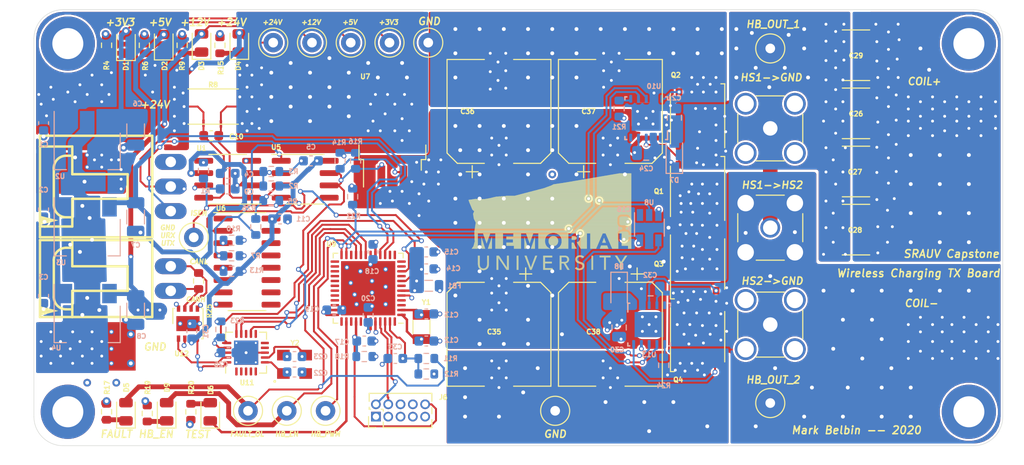
<source format=kicad_pcb>
(kicad_pcb (version 20171130) (host pcbnew "(5.1.8)-1")
  (layers (0 F.Cu signal) (1 In1.Cu power) (2 In2.Cu power) (31 B.Cu signal) (34 B.Paste user hide) (35 F.Paste user hide) (36 B.SilkS user) (37 F.SilkS user) (38 B.Mask user) (39 F.Mask user hide) (44 Edge.Cuts user))
  (net 0 "")
  (net 1 +3V3)
  (net 2 GND)
  (net 3 +5V)
  (net 4 +12V)
  (net 5 /HS_1)
  (net 6 /HD)
  (net 7 "Net-(C26-Pad1)")
  (net 8 /HS_2)
  (net 9 +24V)
  (net 10 /~RST~)
  (net 11 /SWCLK)
  (net 12 /SWDIO)
  (net 13 /UART_TX)
  (net 14 /UART_RX)
  (net 15 /CANH)
  (net 16 /CANL)
  (net 17 /I_IN+)
  (net 18 "Net-(NT2-Pad2)")
  (net 19 /I_IN-)
  (net 20 /GATE1)
  (net 21 /GATE3)
  (net 22 /GATE2)
  (net 23 /GATE4)
  (net 24 /FAULT_OL)
  (net 25 /HBridge_PWM)
  (net 26 /HBridge_EN)
  (net 27 /ISEN)
  (net 28 /FAULT_OL_MCU)
  (net 29 /FAULT_OL_SR)
  (net 30 "Net-(R13-Pad2)")
  (net 31 "Net-(R10-Pad2)")
  (net 32 /~HBridge_PWM~)
  (net 33 "Net-(R21-Pad2)")
  (net 34 "Net-(R24-Pad2)")
  (net 35 "Net-(C13-Pad1)")
  (net 36 "Net-(C12-Pad1)")
  (net 37 "Net-(C22-Pad1)")
  (net 38 "Net-(C23-Pad1)")
  (net 39 /3V3_Filt)
  (net 40 "Net-(C20-Pad1)")
  (net 41 "Net-(D1-Pad1)")
  (net 42 "Net-(D2-Pad1)")
  (net 43 "Net-(D3-Pad1)")
  (net 44 "Net-(D4-Pad1)")
  (net 45 "Net-(D5-Pad1)")
  (net 46 "Net-(D6-Pad2)")
  (net 47 "Net-(D6-Pad1)")
  (net 48 "Net-(D9-Pad1)")
  (net 49 "Net-(R1-Pad2)")
  (net 50 "Net-(R14-Pad2)")
  (net 51 "Net-(R23-Pad2)")
  (net 52 /SPI0_CS)
  (net 53 /SPI0_MOSI)
  (net 54 /SPI0_SCLK)
  (net 55 "Net-(U11-Pad19)")
  (net 56 "Net-(U11-Pad20)")
  (net 57 /SPI0_MISO)
  (net 58 /VREF)
  (net 59 "Net-(R26-Pad2)")
  (net 60 "Net-(R26-Pad1)")
  (module WPT_TX:TDSON-8-1 (layer F.Cu) (at 170 111.75 270)
    (fp_text reference Q1 (at 0 4 180) (layer F.SilkS) (effects (font (size 0.5 0.5) (thickness 0.125))))
    (fp_text value NMOS)
    (pad 3 smd rect (at 0.5 0 180) (size 4.5 4.29) (layers F.Cu F.Paste F.Mask) (net 6 /HD))
    (pad 3 smd rect (at 2.75 -1.91 180) (size 0.7 0.8) (layers F.Cu F.Paste F.Mask) (net 6 /HD))
    (pad 3 smd rect (at 2.75 -0.64 180) (size 0.7 0.8) (layers F.Cu F.Paste F.Mask) (net 6 /HD))
    (pad 3 smd rect (at 2.75 0.64 180) (size 0.7 0.8) (layers F.Cu F.Paste F.Mask) (net 6 /HD))
    (pad 3 smd rect (at 2.75 1.91 180) (size 0.7 0.8) (layers F.Cu F.Paste F.Mask) (net 6 /HD))
    (pad 2 smd rect (at -2.75 1.91 180) (size 0.7 0.8) (layers F.Cu F.Paste F.Mask) (net 20 /GATE1))
    (pad 1 smd rect (at -2.75 0.64 180) (size 0.7 0.8) (layers F.Cu F.Paste F.Mask) (net 5 /HS_1))
    (pad 1 smd rect (at -2.75 -0.64 180) (size 0.7 0.8) (layers F.Cu F.Paste F.Mask) (net 5 /HS_1))
    (pad 1 smd rect (at -2.75 -1.91 180) (size 0.7 0.8) (layers F.Cu F.Paste F.Mask) (net 5 /HS_1))
  )
  (module Capacitor_SMD:CP_Elec_10x12.5 (layer F.Cu) (at 161 103.5 90)
    (fp_text reference C37 (at 0 -2.25 180) (layer F.SilkS) (effects (font (size 0.5 0.5) (thickness 0.125))))
    (fp_text value 330u)
    (pad 1 smd roundrect (at -4.2 0 90) (size 4.4 2.5) (layers F.Cu F.Paste F.Mask) (roundrect_rratio 0.1) (net 6 /HD))
    (pad 2 smd roundrect (at 4.2 0 90) (size 4.4 2.5) (layers F.Cu F.Paste F.Mask) (roundrect_rratio 0.1) (net 2 GND))
  )
  (module Package_DFN_QFN:QFN-20-1EP_4x4mm_P0.5mm_EP2.5x2.5mm_ThermalVias (layer F.Cu) (at 123.4 128.4 90)
    (fp_text reference U11 (at -3.1 0.1 180) (layer F.SilkS) (effects (font (size 0.5 0.5) (thickness 0.125))))
    (fp_text value MCP2515-QFN20)
    (pad 1 smd roundrect (at -1.9375 -1 90) (size 0.825 0.25) (layers F.Cu F.Paste F.Mask))
    (pad 2 smd roundrect (at -1.9375 -0.5 90) (size 0.825 0.25) (layers F.Cu F.Paste F.Mask))
    (pad 3 smd roundrect (at -1.9375 0 90) (size 0.825 0.25) (layers F.Cu F.Paste F.Mask))
    (pad 4 smd roundrect (at -1.9375 0.5 90) (size 0.825 0.25) (layers F.Cu F.Paste F.Mask))
    (pad 5 smd roundrect (at -1.9375 1 90) (size 0.825 0.25) (layers F.Cu F.Paste F.Mask))
    (pad 6 smd roundrect (at -1 1.9375 90) (size 0.25 0.825) (layers F.Cu F.Paste F.Mask) (net 37 "Net-(C22-Pad1)"))
    (pad 7 smd roundrect (at -0.5 1.9375 90) (size 0.25 0.825) (layers F.Cu F.Paste F.Mask) (net 38 "Net-(C23-Pad1)"))
    (pad 8 smd roundrect (at 0 1.9375 90) (size 0.25 0.825) (layers F.Cu F.Paste F.Mask) (net 2 GND))
    (pad 9 smd roundrect (at 0.5 1.9375 90) (size 0.25 0.825) (layers F.Cu F.Paste F.Mask))
    (pad 10 smd roundrect (at 1 1.9375 90) (size 0.25 0.825) (layers F.Cu F.Paste F.Mask))
    (pad 11 smd roundrect (at 1.9375 1 90) (size 0.825 0.25) (layers F.Cu F.Paste F.Mask))
    (pad 12 smd roundrect (at 1.9375 0.5 90) (size 0.825 0.25) (layers F.Cu F.Paste F.Mask) (net 54 /SPI0_SCLK))
    (pad 13 smd roundrect (at 1.9375 0 90) (size 0.825 0.25) (layers F.Cu F.Paste F.Mask))
    (pad 14 smd roundrect (at 1.9375 -0.5 90) (size 0.825 0.25) (layers F.Cu F.Paste F.Mask) (net 53 /SPI0_MOSI))
    (pad 15 smd roundrect (at 1.9375 -1 90) (size 0.825 0.25) (layers F.Cu F.Paste F.Mask) (net 57 /SPI0_MISO))
    (pad 16 smd roundrect (at 1 -1.9375 90) (size 0.25 0.825) (layers F.Cu F.Paste F.Mask) (net 52 /SPI0_CS))
    (pad 17 smd roundrect (at 0.5 -1.9375 90) (size 0.25 0.825) (layers F.Cu F.Paste F.Mask) (net 51 "Net-(R23-Pad2)"))
    (pad 18 smd roundrect (at 0 -1.9375 90) (size 0.25 0.825) (layers F.Cu F.Paste F.Mask) (net 1 +3V3))
    (pad 19 smd roundrect (at -0.5 -1.9375 90) (size 0.25 0.825) (layers F.Cu F.Paste F.Mask) (net 55 "Net-(U11-Pad19)"))
    (pad 20 smd roundrect (at -1 -1.9375 90) (size 0.25 0.825) (layers F.Cu F.Paste F.Mask) (net 56 "Net-(U11-Pad20)"))
    (pad 21 smd rect (at 0 0 90) (size 2.5 2.5) (layers F.Cu F.Mask) (net 2 GND))
    (pad 21 thru_hole circle (at -1 -1 90) (size 0.5 0.5) (drill 0.2) (layers *.Cu) (net 2 GND))
    (pad 21 thru_hole circle (at 1 -1 90) (size 0.5 0.5) (drill 0.2) (layers *.Cu) (net 2 GND))
    (pad 21 thru_hole circle (at -1 1 90) (size 0.5 0.5) (drill 0.2) (layers *.Cu) (net 2 GND))
    (pad 21 thru_hole circle (at 1 1 90) (size 0.5 0.5) (drill 0.2) (layers *.Cu) (net 2 GND))
    (pad 21 smd rect (at 0 0 90) (size 2.5 2.5) (layers B.Cu) (net 2 GND))
  )
  (module WPT_TX:LM5106SD (layer B.Cu) (at 164.7 104.2 90)
    (fp_text reference U10 (at 3.3 0.8 180) (layer B.SilkS) (effects (font (size 0.5 0.5) (thickness 0.125)) (justify mirror)))
    (fp_text value LM5106 hide)
    (pad 6 smd roundrect (at 2 -1.6) (size 0.3 0.8) (layers B.Cu B.Paste B.Mask) (net 33 "Net-(R21-Pad2)"))
    (pad 7 smd roundrect (at 2 -0.8) (size 0.3 0.8) (layers B.Cu B.Paste B.Mask) (net 26 /HBridge_EN))
    (pad 8 smd roundrect (at 2 0) (size 0.3 0.8) (layers B.Cu B.Paste B.Mask) (net 25 /HBridge_PWM))
    (pad 9 smd roundrect (at 2 0.8) (size 0.3 0.8) (layers B.Cu B.Paste B.Mask) (net 2 GND))
    (pad 10 smd roundrect (at 2 1.6) (size 0.3 0.8) (layers B.Cu B.Paste B.Mask) (net 21 /GATE3))
    (pad 5 smd roundrect (at -2 -1.6) (size 0.3 0.8) (layers B.Cu B.Paste B.Mask))
    (pad 4 smd roundrect (at -2 -0.8) (size 0.3 0.8) (layers B.Cu B.Paste B.Mask) (net 5 /HS_1))
    (pad 3 smd roundrect (at -2 0) (size 0.3 0.8) (layers B.Cu B.Paste B.Mask) (net 20 /GATE1))
    (pad 2 smd roundrect (at -2 0.8) (size 0.3 0.8) (layers B.Cu B.Paste B.Mask) (net 6 /HD))
    (pad 11 smd rect (at 0 0) (size 3 2.6) (layers B.Cu B.Paste B.Mask) (net 2 GND))
    (pad 1 smd roundrect (at -2 1.6) (size 0.3 0.8) (layers B.Cu B.Paste B.Mask) (net 4 +12V))
  )
  (module WPT_TX:LM5106SD (layer B.Cu) (at 165 125.5 270)
    (fp_text reference U13 (at 3.1 0 180) (layer B.SilkS) (effects (font (size 0.5 0.5) (thickness 0.125)) (justify mirror)))
    (fp_text value LM5106 hide)
    (pad 6 smd roundrect (at 2 -1.6 180) (size 0.3 0.8) (layers B.Cu B.Paste B.Mask) (net 34 "Net-(R24-Pad2)"))
    (pad 7 smd roundrect (at 2 -0.8 180) (size 0.3 0.8) (layers B.Cu B.Paste B.Mask) (net 26 /HBridge_EN))
    (pad 8 smd roundrect (at 2 0 180) (size 0.3 0.8) (layers B.Cu B.Paste B.Mask) (net 32 /~HBridge_PWM~))
    (pad 9 smd roundrect (at 2 0.8 180) (size 0.3 0.8) (layers B.Cu B.Paste B.Mask) (net 2 GND))
    (pad 10 smd roundrect (at 2 1.6 180) (size 0.3 0.8) (layers B.Cu B.Paste B.Mask) (net 23 /GATE4))
    (pad 5 smd roundrect (at -2 -1.6 180) (size 0.3 0.8) (layers B.Cu B.Paste B.Mask))
    (pad 4 smd roundrect (at -2 -0.8 180) (size 0.3 0.8) (layers B.Cu B.Paste B.Mask) (net 8 /HS_2))
    (pad 3 smd roundrect (at -2 0 180) (size 0.3 0.8) (layers B.Cu B.Paste B.Mask) (net 22 /GATE2))
    (pad 2 smd roundrect (at -2 0.8 180) (size 0.3 0.8) (layers B.Cu B.Paste B.Mask) (net 6 /HD))
    (pad 11 smd rect (at 0 0 180) (size 3 2.6) (layers B.Cu B.Paste B.Mask) (net 2 GND))
    (pad 1 smd roundrect (at -2 1.6 180) (size 0.3 0.8) (layers B.Cu B.Paste B.Mask) (net 4 +12V))
  )
  (module WPT_TX:Crystal_SMD_3215-2pin_3.2x1.5mm (layer F.Cu) (at 141.5 125.75 270)
    (fp_text reference Y1 (at -2.55 -0.5 180) (layer F.SilkS) (effects (font (size 0.5 0.5) (thickness 0.125))))
    (fp_text value 32.7680kHz)
    (pad 1 smd rect (at 1.25 0 270) (size 1 1.8) (layers F.Cu F.Paste F.Mask) (net 36 "Net-(C12-Pad1)"))
    (pad 2 smd rect (at -1.25 0 270) (size 1 1.8) (layers F.Cu F.Paste F.Mask) (net 35 "Net-(C13-Pad1)"))
  )
  (module WPT_TX:70553-03 (layer F.Cu) (at 108 111.25 90)
    (fp_text reference J7 hide)
    (fp_text value Conn_01x03 hide)
    (pad 2 thru_hole oval (at 0 7.62 180) (size 3.2766 1.6383) (drill 1.0922) (layers *.Cu *.Mask) (net 14 /UART_RX))
    (pad 1 thru_hole oval (at -2.54 7.62 180) (size 3.2766 1.6383) (drill 1.0922) (layers *.Cu *.Mask) (net 13 /UART_TX))
    (pad 3 thru_hole oval (at 2.54 7.62 180) (size 3.2766 1.6383) (drill 1.0922) (layers *.Cu *.Mask) (net 2 GND))
  )
  (module WPT_TX:TDSON-8-1 (layer F.Cu) (at 170 104.25 270)
    (fp_text reference Q2 (at -4.5 2.25 180) (layer F.SilkS) (effects (font (size 0.5 0.5) (thickness 0.125))))
    (fp_text value NMOS)
    (pad 3 smd rect (at 0.5 0 180) (size 4.5 4.29) (layers F.Cu F.Paste F.Mask) (net 5 /HS_1))
    (pad 3 smd rect (at 2.75 -1.91 180) (size 0.7 0.8) (layers F.Cu F.Paste F.Mask) (net 5 /HS_1))
    (pad 3 smd rect (at 2.75 -0.64 180) (size 0.7 0.8) (layers F.Cu F.Paste F.Mask) (net 5 /HS_1))
    (pad 3 smd rect (at 2.75 0.64 180) (size 0.7 0.8) (layers F.Cu F.Paste F.Mask) (net 5 /HS_1))
    (pad 3 smd rect (at 2.75 1.91 180) (size 0.7 0.8) (layers F.Cu F.Paste F.Mask) (net 5 /HS_1))
    (pad 2 smd rect (at -2.75 1.91 180) (size 0.7 0.8) (layers F.Cu F.Paste F.Mask) (net 21 /GATE3))
    (pad 1 smd rect (at -2.75 0.64 180) (size 0.7 0.8) (layers F.Cu F.Paste F.Mask) (net 2 GND))
    (pad 1 smd rect (at -2.75 -0.64 180) (size 0.7 0.8) (layers F.Cu F.Paste F.Mask) (net 2 GND))
    (pad 1 smd rect (at -2.75 -1.91 180) (size 0.7 0.8) (layers F.Cu F.Paste F.Mask) (net 2 GND))
  )
  (module WPT_TX:TDSON-8-1 (layer F.Cu) (at 170 119.25 90)
    (fp_text reference Q3 (at 0 -4 180) (layer F.SilkS) (effects (font (size 0.5 0.5) (thickness 0.125))))
    (fp_text value NMOS)
    (pad 3 smd rect (at 0.5 0) (size 4.5 4.29) (layers F.Cu F.Paste F.Mask) (net 6 /HD))
    (pad 3 smd rect (at 2.75 -1.91) (size 0.7 0.8) (layers F.Cu F.Paste F.Mask) (net 6 /HD))
    (pad 3 smd rect (at 2.75 -0.64) (size 0.7 0.8) (layers F.Cu F.Paste F.Mask) (net 6 /HD))
    (pad 3 smd rect (at 2.75 0.64) (size 0.7 0.8) (layers F.Cu F.Paste F.Mask) (net 6 /HD))
    (pad 3 smd rect (at 2.75 1.91) (size 0.7 0.8) (layers F.Cu F.Paste F.Mask) (net 6 /HD))
    (pad 2 smd rect (at -2.75 1.91) (size 0.7 0.8) (layers F.Cu F.Paste F.Mask) (net 22 /GATE2))
    (pad 1 smd rect (at -2.75 0.64) (size 0.7 0.8) (layers F.Cu F.Paste F.Mask) (net 8 /HS_2))
    (pad 1 smd rect (at -2.75 -0.64) (size 0.7 0.8) (layers F.Cu F.Paste F.Mask) (net 8 /HS_2))
    (pad 1 smd rect (at -2.75 -1.91) (size 0.7 0.8) (layers F.Cu F.Paste F.Mask) (net 8 /HS_2))
  )
  (module WPT_TX:TDSON-8-1 (layer F.Cu) (at 170 126.75 90)
    (fp_text reference Q4 (at -4.45 -2 180) (layer F.SilkS) (effects (font (size 0.5 0.5) (thickness 0.125))))
    (fp_text value NMOS)
    (pad 3 smd rect (at 0.5 0) (size 4.5 4.29) (layers F.Cu F.Paste F.Mask) (net 8 /HS_2))
    (pad 3 smd rect (at 2.75 -1.91) (size 0.7 0.8) (layers F.Cu F.Paste F.Mask) (net 8 /HS_2))
    (pad 3 smd rect (at 2.75 -0.64) (size 0.7 0.8) (layers F.Cu F.Paste F.Mask) (net 8 /HS_2))
    (pad 3 smd rect (at 2.75 0.64) (size 0.7 0.8) (layers F.Cu F.Paste F.Mask) (net 8 /HS_2))
    (pad 3 smd rect (at 2.75 1.91) (size 0.7 0.8) (layers F.Cu F.Paste F.Mask) (net 8 /HS_2))
    (pad 2 smd rect (at -2.75 1.91) (size 0.7 0.8) (layers F.Cu F.Paste F.Mask) (net 23 /GATE4))
    (pad 1 smd rect (at -2.75 0.64) (size 0.7 0.8) (layers F.Cu F.Paste F.Mask) (net 2 GND))
    (pad 1 smd rect (at -2.75 -0.64) (size 0.7 0.8) (layers F.Cu F.Paste F.Mask) (net 2 GND))
    (pad 1 smd rect (at -2.75 -1.91) (size 0.7 0.8) (layers F.Cu F.Paste F.Mask) (net 2 GND))
  )
  (module WPT_TX:70553-02 (layer F.Cu) (at 108 120.75 90)
    (fp_text reference J8 hide)
    (fp_text value Conn_01x04 hide)
    (pad 1 thru_hole oval (at -1.27 7.62 180) (size 3.2766 1.6383) (drill 1.0922) (layers *.Cu *.Mask) (net 15 /CANH))
    (pad 2 thru_hole oval (at 1.27 7.62 180) (size 3.2766 1.6383) (drill 1.0922) (layers *.Cu *.Mask) (net 16 /CANL))
  )
  (module WPT_TX:NetTie-2_SMD_Pad0.25mm (layer F.Cu) (at 119 104.725 270)
    (fp_text reference NT1 hide)
    (fp_text value Net-Tie_2)
    (fp_poly (pts (xy -0.325 -0.125) (xy 0.325 -0.125) (xy 0.325 0.125) (xy -0.325 0.125)) (layer F.Cu) (width 0))
    (pad 1 smd circle (at -0.325 0 270) (size 0.25 0.25) (layers F.Cu) (net 9 +24V))
    (pad 2 smd circle (at 0.325 0 270) (size 0.25 0.25) (layers F.Cu) (net 17 /I_IN+))
  )
  (module WPT_TX:NetTie-2_SMD_Pad0.25mm (layer F.Cu) (at 120.8 104.8 90)
    (fp_text reference NT2 hide)
    (fp_text value Net-Tie_2)
    (fp_poly (pts (xy -0.325 -0.125) (xy 0.325 -0.125) (xy 0.325 0.125) (xy -0.325 0.125)) (layer F.Cu) (width 0))
    (pad 2 smd circle (at 0.325 0 90) (size 0.25 0.25) (layers F.Cu) (net 18 "Net-(NT2-Pad2)"))
    (pad 1 smd circle (at -0.325 0 90) (size 0.25 0.25) (layers F.Cu) (net 19 /I_IN-))
  )
  (module WPT_TX:R_2512_Sense (layer F.Cu) (at 120 103 180)
    (fp_text reference R8 (at 0 2.25 180) (layer F.SilkS) (effects (font (size 0.5 0.5) (thickness 0.125))))
    (fp_text value 0.005)
    (pad 1 smd rect (at -3.1 0 180) (size 1 3.2) (layers F.Cu F.Paste F.Mask) (net 18 "Net-(NT2-Pad2)"))
    (pad 2 smd rect (at 3.1 0 180) (size 1 3.2) (layers F.Cu F.Paste F.Mask) (net 9 +24V))
  )
  (module WPT_TX:OSCCC320X250 (layer F.Cu) (at 128.4 129.6)
    (fp_text reference Y2 (at 0.05 -2.2) (layer F.SilkS) (effects (font (size 0.5 0.5) (thickness 0.1))))
    (fp_text value 8MHz)
    (pad 1 smd rect (at -1.15 0.95) (size 1.3 1.1) (layers F.Cu F.Paste F.Mask) (net 37 "Net-(C22-Pad1)"))
    (pad 2 smd rect (at 1.15 0.95) (size 1.3 1.1) (layers F.Cu F.Paste F.Mask) (net 2 GND))
    (pad 3 smd rect (at 1.15 -0.95) (size 1.3 1.1) (layers F.Cu F.Paste F.Mask) (net 38 "Net-(C23-Pad1)"))
    (pad 2 smd rect (at -1.15 -0.95) (size 1.3 1.1) (layers F.Cu F.Paste F.Mask) (net 2 GND))
  )
  (module Package_SO:SOIC-8_3.9x4.9mm_P1.27mm (layer F.Cu) (at 121.5 110.5 180)
    (fp_text reference U1 (at 2.7 3.2) (layer F.SilkS) (effects (font (size 0.5 0.5) (thickness 0.125))))
    (fp_text value INA240A1D)
    (pad 1 smd roundrect (at -2.475 -1.905 180) (size 1.95 0.6) (layers F.Cu F.Paste F.Mask) (net 19 /I_IN-))
    (pad 2 smd roundrect (at -2.475 -0.635 180) (size 1.95 0.6) (layers F.Cu F.Paste F.Mask) (net 2 GND))
    (pad 3 smd roundrect (at -2.475 0.635 180) (size 1.95 0.6) (layers F.Cu F.Paste F.Mask) (net 2 GND))
    (pad 4 smd roundrect (at -2.475 1.905 180) (size 1.95 0.6) (layers F.Cu F.Paste F.Mask) (net 2 GND))
    (pad 5 smd roundrect (at 2.475 1.905 180) (size 1.95 0.6) (layers F.Cu F.Paste F.Mask) (net 49 "Net-(R1-Pad2)"))
    (pad 6 smd roundrect (at 2.475 0.635 180) (size 1.95 0.6) (layers F.Cu F.Paste F.Mask) (net 3 +5V))
    (pad 7 smd roundrect (at 2.475 -0.635 180) (size 1.95 0.6) (layers F.Cu F.Paste F.Mask) (net 2 GND))
    (pad 8 smd roundrect (at 2.475 -1.905 180) (size 1.95 0.6) (layers F.Cu F.Paste F.Mask) (net 17 /I_IN+))
  )
  (module Package_TO_SOT_SMD:TO-252-4 (layer F.Cu) (at 138.5 106 90)
    (fp_text reference U7 (at 6.1 -2.8 180) (layer F.SilkS) (effects (font (size 0.5 0.5) (thickness 0.125))))
    (fp_text value BTS6142DAUMA1)
    (pad 1 smd rect (at -4.2 -2.28 90) (size 2.2 0.8) (layers F.Cu F.Paste F.Mask) (net 6 /HD))
    (pad 2 smd rect (at -4.2 -1.14 90) (size 2.2 0.8) (layers F.Cu F.Paste F.Mask) (net 24 /FAULT_OL))
    (pad 4 smd rect (at -4.2 1.14 90) (size 2.2 0.8) (layers F.Cu F.Paste F.Mask) (net 50 "Net-(R14-Pad2)"))
    (pad 5 smd rect (at -4.2 2.28 90) (size 2.2 0.8) (layers F.Cu F.Paste F.Mask) (net 6 /HD))
    (pad 3 smd rect (at 2.1 0 90) (size 6.4 5.8) (layers F.Cu F.Mask) (net 18 "Net-(NT2-Pad2)"))
  )
  (module Package_DFN_QFN:QFN-48-1EP_7x7mm_P0.5mm_EP5.6x5.6mm (layer F.Cu) (at 136 121.75 180)
    (fp_text reference U9 (at 3.8 4.55) (layer F.SilkS) (effects (font (size 0.5 0.5) (thickness 0.125))))
    (fp_text value ATSAMD21G16B-MFT)
    (pad 1 smd roundrect (at -3.4375 -2.75 180) (size 0.875 0.25) (layers F.Cu F.Paste F.Mask) (net 36 "Net-(C12-Pad1)"))
    (pad 2 smd roundrect (at -3.4375 -2.25 180) (size 0.875 0.25) (layers F.Cu F.Paste F.Mask) (net 35 "Net-(C13-Pad1)"))
    (pad 3 smd roundrect (at -3.4375 -1.75 180) (size 0.875 0.25) (layers F.Cu F.Paste F.Mask))
    (pad 4 smd roundrect (at -3.4375 -1.25 180) (size 0.875 0.25) (layers F.Cu F.Paste F.Mask))
    (pad 5 smd roundrect (at -3.4375 -0.75 180) (size 0.875 0.25) (layers F.Cu F.Paste F.Mask) (net 2 GND))
    (pad 6 smd roundrect (at -3.4375 -0.25 180) (size 0.875 0.25) (layers F.Cu F.Paste F.Mask) (net 39 /3V3_Filt))
    (pad 7 smd roundrect (at -3.4375 0.25 180) (size 0.875 0.25) (layers F.Cu F.Paste F.Mask))
    (pad 8 smd roundrect (at -3.4375 0.75 180) (size 0.875 0.25) (layers F.Cu F.Paste F.Mask) (net 52 /SPI0_CS))
    (pad 9 smd roundrect (at -3.4375 1.25 180) (size 0.875 0.25) (layers F.Cu F.Paste F.Mask))
    (pad 10 smd roundrect (at -3.4375 1.75 180) (size 0.875 0.25) (layers F.Cu F.Paste F.Mask) (net 27 /ISEN))
    (pad 11 smd roundrect (at -3.4375 2.25 180) (size 0.875 0.25) (layers F.Cu F.Paste F.Mask))
    (pad 12 smd roundrect (at -3.4375 2.75 180) (size 0.875 0.25) (layers F.Cu F.Paste F.Mask))
    (pad 13 smd roundrect (at -2.75 3.4375 180) (size 0.25 0.875) (layers F.Cu F.Paste F.Mask))
    (pad 14 smd roundrect (at -2.25 3.4375 180) (size 0.25 0.875) (layers F.Cu F.Paste F.Mask))
    (pad 15 smd roundrect (at -1.75 3.4375 180) (size 0.25 0.875) (layers F.Cu F.Paste F.Mask) (net 13 /UART_TX))
    (pad 16 smd roundrect (at -1.25 3.4375 180) (size 0.25 0.875) (layers F.Cu F.Paste F.Mask) (net 14 /UART_RX))
    (pad 17 smd roundrect (at -0.75 3.4375 180) (size 0.25 0.875) (layers F.Cu F.Paste F.Mask) (net 1 +3V3))
    (pad 18 smd roundrect (at -0.25 3.4375 180) (size 0.25 0.875) (layers F.Cu F.Paste F.Mask) (net 2 GND))
    (pad 19 smd roundrect (at 0.25 3.4375 180) (size 0.25 0.875) (layers F.Cu F.Paste F.Mask) (net 53 /SPI0_MOSI))
    (pad 20 smd roundrect (at 0.75 3.4375 180) (size 0.25 0.875) (layers F.Cu F.Paste F.Mask) (net 54 /SPI0_SCLK))
    (pad 21 smd roundrect (at 1.25 3.4375 180) (size 0.25 0.875) (layers F.Cu F.Paste F.Mask) (net 57 /SPI0_MISO))
    (pad 22 smd roundrect (at 1.75 3.4375 180) (size 0.25 0.875) (layers F.Cu F.Paste F.Mask))
    (pad 23 smd roundrect (at 2.25 3.4375 180) (size 0.25 0.875) (layers F.Cu F.Paste F.Mask) (net 25 /HBridge_PWM))
    (pad 24 smd roundrect (at 2.75 3.4375 180) (size 0.25 0.875) (layers F.Cu F.Paste F.Mask) (net 26 /HBridge_EN))
    (pad 25 smd roundrect (at 3.4375 2.75 180) (size 0.875 0.25) (layers F.Cu F.Paste F.Mask))
    (pad 26 smd roundrect (at 3.4375 2.25 180) (size 0.875 0.25) (layers F.Cu F.Paste F.Mask))
    (pad 27 smd roundrect (at 3.4375 1.75 180) (size 0.875 0.25) (layers F.Cu F.Paste F.Mask))
    (pad 28 smd roundrect (at 3.4375 1.25 180) (size 0.875 0.25) (layers F.Cu F.Paste F.Mask))
    (pad 29 smd roundrect (at 3.4375 0.75 180) (size 0.875 0.25) (layers F.Cu F.Paste F.Mask))
    (pad 30 smd roundrect (at 3.4375 0.25 180) (size 0.875 0.25) (layers F.Cu F.Paste F.Mask))
    (pad 31 smd roundrect (at 3.4375 -0.25 180) (size 0.875 0.25) (layers F.Cu F.Paste F.Mask))
    (pad 32 smd roundrect (at 3.4375 -0.75 180) (size 0.875 0.25) (layers F.Cu F.Paste F.Mask))
    (pad 33 smd roundrect (at 3.4375 -1.25 180) (size 0.875 0.25) (layers F.Cu F.Paste F.Mask))
    (pad 34 smd roundrect (at 3.4375 -1.75 180) (size 0.875 0.25) (layers F.Cu F.Paste F.Mask))
    (pad 35 smd roundrect (at 3.4375 -2.25 180) (size 0.875 0.25) (layers F.Cu F.Paste F.Mask) (net 2 GND))
    (pad 36 smd roundrect (at 3.4375 -2.75 180) (size 0.875 0.25) (layers F.Cu F.Paste F.Mask) (net 1 +3V3))
    (pad 37 smd roundrect (at 2.75 -3.4375 180) (size 0.25 0.875) (layers F.Cu F.Paste F.Mask))
    (pad 38 smd roundrect (at 2.25 -3.4375 180) (size 0.25 0.875) (layers F.Cu F.Paste F.Mask) (net 47 "Net-(D6-Pad1)"))
    (pad 39 smd roundrect (at 1.75 -3.4375 180) (size 0.25 0.875) (layers F.Cu F.Paste F.Mask))
    (pad 40 smd roundrect (at 1.25 -3.4375 180) (size 0.25 0.875) (layers F.Cu F.Paste F.Mask) (net 10 /~RST~))
    (pad 41 smd roundrect (at 0.75 -3.4375 180) (size 0.25 0.875) (layers F.Cu F.Paste F.Mask))
    (pad 42 smd roundrect (at 0.25 -3.4375 180) (size 0.25 0.875) (layers F.Cu F.Paste F.Mask) (net 2 GND))
    (pad 43 smd roundrect (at -0.25 -3.4375 180) (size 0.25 0.875) (layers F.Cu F.Paste F.Mask) (net 40 "Net-(C20-Pad1)"))
    (pad 44 smd roundrect (at -0.75 -3.4375 180) (size 0.25 0.875) (layers F.Cu F.Paste F.Mask) (net 1 +3V3))
    (pad 45 smd roundrect (at -1.25 -3.4375 180) (size 0.25 0.875) (layers F.Cu F.Paste F.Mask) (net 11 /SWCLK))
    (pad 46 smd roundrect (at -1.75 -3.4375 180) (size 0.25 0.875) (layers F.Cu F.Paste F.Mask) (net 12 /SWDIO))
    (pad 47 smd roundrect (at -2.25 -3.4375 180) (size 0.25 0.875) (layers F.Cu F.Paste F.Mask) (net 28 /FAULT_OL_MCU))
    (pad 48 smd roundrect (at -2.75 -3.4375 180) (size 0.25 0.875) (layers F.Cu F.Paste F.Mask))
    (pad 49 smd rect (at 0 0 180) (size 5.6 5.6) (layers F.Cu F.Mask) (net 2 GND))
  )
  (module Package_DFN_QFN:DFN-8-1EP_3x3mm_P0.65mm_EP1.55x2.4mm (layer F.Cu) (at 117.4 125.4 90)
    (fp_text reference U12 (at -3.1 -0.65 180) (layer F.SilkS) (effects (font (size 0.5 0.5) (thickness 0.125))))
    (fp_text value MCP2562-E-MF)
    (pad 1 smd rect (at -1.55 -0.975 90) (size 0.65 0.35) (layers F.Cu F.Paste F.Mask) (net 55 "Net-(U11-Pad19)"))
    (pad 2 smd rect (at -1.55 -0.325 90) (size 0.65 0.35) (layers F.Cu F.Paste F.Mask) (net 2 GND))
    (pad 3 smd rect (at -1.55 0.325 90) (size 0.65 0.35) (layers F.Cu F.Paste F.Mask) (net 3 +5V))
    (pad 4 smd rect (at -1.55 0.975 90) (size 0.65 0.35) (layers F.Cu F.Paste F.Mask) (net 56 "Net-(U11-Pad20)"))
    (pad 5 smd rect (at 1.55 0.975 90) (size 0.65 0.35) (layers F.Cu F.Paste F.Mask) (net 1 +3V3))
    (pad 6 smd rect (at 1.55 0.325 90) (size 0.65 0.35) (layers F.Cu F.Paste F.Mask) (net 16 /CANL))
    (pad 7 smd rect (at 1.55 -0.325 90) (size 0.65 0.35) (layers F.Cu F.Paste F.Mask) (net 15 /CANH))
    (pad 8 smd rect (at 1.55 -0.975 90) (size 0.65 0.35) (layers F.Cu F.Paste F.Mask) (net 2 GND))
    (pad 9 smd rect (at 0 0 90) (size 1.55 2.4) (layers F.Cu F.Mask) (net 2 GND))
  )
  (module Capacitor_SMD:C_0603_1608Metric (layer B.Cu) (at 102.5 104.7 270)
    (fp_text reference C1 (at 2.2 0 180) (layer B.SilkS) (effects (font (size 0.5 0.5) (thickness 0.125)) (justify mirror)))
    (fp_text value 0.1u)
    (pad 1 smd roundrect (at -0.775 0 270) (size 0.9 0.95) (layers B.Cu B.Paste B.Mask) (net 9 +24V))
    (pad 2 smd roundrect (at 0.775 0 270) (size 0.9 0.95) (layers B.Cu B.Paste B.Mask) (net 2 GND))
  )
  (module Capacitor_SMD:C_0603_1608Metric (layer B.Cu) (at 102.5 113.6 270)
    (fp_text reference C2 (at -2 0 180) (layer B.SilkS) (effects (font (size 0.5 0.5) (thickness 0.125)) (justify mirror)))
    (fp_text value 0.1u)
    (pad 2 smd roundrect (at 0.775 0 270) (size 0.9 0.95) (layers B.Cu B.Paste B.Mask) (net 2 GND))
    (pad 1 smd roundrect (at -0.775 0 270) (size 0.9 0.95) (layers B.Cu B.Paste B.Mask) (net 9 +24V))
  )
  (module Capacitor_SMD:C_0603_1608Metric (layer B.Cu) (at 102.5 122.525 270)
    (fp_text reference C3 (at -1.925 0 180) (layer B.SilkS) (effects (font (size 0.5 0.5) (thickness 0.125)) (justify mirror)))
    (fp_text value 0.1u)
    (pad 1 smd roundrect (at -0.775 0 270) (size 0.9 0.95) (layers B.Cu B.Paste B.Mask) (net 9 +24V))
    (pad 2 smd roundrect (at 0.775 0 270) (size 0.9 0.95) (layers B.Cu B.Paste B.Mask) (net 2 GND))
  )
  (module Capacitor_SMD:C_0603_1608Metric (layer B.Cu) (at 121.5 109.9)
    (fp_text reference C4 (at 2.2 0.1) (layer B.SilkS) (effects (font (size 0.5 0.5) (thickness 0.125)) (justify mirror)))
    (fp_text value 0.1u)
    (pad 2 smd roundrect (at 0.775 0) (size 0.9 0.95) (layers B.Cu B.Paste B.Mask) (net 2 GND))
    (pad 1 smd roundrect (at -0.775 0) (size 0.9 0.95) (layers B.Cu B.Paste B.Mask) (net 3 +5V))
  )
  (module Capacitor_SMD:C_0603_1608Metric (layer B.Cu) (at 130.1 108.6 180)
    (fp_text reference C5 (at 0 1.43) (layer B.SilkS) (effects (font (size 0.5 0.5) (thickness 0.125)) (justify mirror)))
    (fp_text value 0.1u)
    (pad 1 smd roundrect (at -0.775 0 180) (size 0.9 0.95) (layers B.Cu B.Paste B.Mask) (net 3 +5V))
    (pad 2 smd roundrect (at 0.775 0 180) (size 0.9 0.95) (layers B.Cu B.Paste B.Mask) (net 2 GND))
  )
  (module Capacitor_SMD:C_0603_1608Metric (layer B.Cu) (at 121.5 111.5)
    (fp_text reference C9 (at 2.2 0.3) (layer B.SilkS) (effects (font (size 0.5 0.5) (thickness 0.125)) (justify mirror)))
    (fp_text value 0.1u)
    (pad 2 smd roundrect (at 0.775 0) (size 0.9 0.95) (layers B.Cu B.Paste B.Mask) (net 2 GND))
    (pad 1 smd roundrect (at -0.775 0) (size 0.9 0.95) (layers B.Cu B.Paste B.Mask) (net 27 /ISEN))
  )
  (module Capacitor_SMD:C_0603_1608Metric (layer F.Cu) (at 119.8 106 180)
    (fp_text reference C10 (at -2.6 -0.1) (layer F.SilkS) (effects (font (size 0.5 0.5) (thickness 0.125))))
    (fp_text value 22p)
    (pad 1 smd roundrect (at -0.775 0 180) (size 0.9 0.95) (layers F.Cu F.Paste F.Mask) (net 19 /I_IN-))
    (pad 2 smd roundrect (at 0.775 0 180) (size 0.9 0.95) (layers F.Cu F.Paste F.Mask) (net 17 /I_IN+))
  )
  (module Capacitor_SMD:C_0603_1608Metric (layer B.Cu) (at 126.9 114.6)
    (fp_text reference C11 (at 2.4 0) (layer B.SilkS) (effects (font (size 0.5 0.5) (thickness 0.125)) (justify mirror)))
    (fp_text value 0.1u)
    (pad 2 smd roundrect (at 0.775 0) (size 0.9 0.95) (layers B.Cu B.Paste B.Mask) (net 2 GND))
    (pad 1 smd roundrect (at -0.775 0) (size 0.9 0.95) (layers B.Cu B.Paste B.Mask) (net 3 +5V))
  )
  (module Capacitor_SMD:C_0603_1608Metric (layer B.Cu) (at 142 127.2)
    (fp_text reference C12 (at 2.6 -0.1 180) (layer B.SilkS) (effects (font (size 0.5 0.5) (thickness 0.125)) (justify mirror)))
    (fp_text value 22p)
    (pad 1 smd roundrect (at -0.775 0) (size 0.9 0.95) (layers B.Cu B.Paste B.Mask) (net 36 "Net-(C12-Pad1)"))
    (pad 2 smd roundrect (at 0.775 0) (size 0.9 0.95) (layers B.Cu B.Paste B.Mask) (net 2 GND))
  )
  (module Capacitor_SMD:C_0603_1608Metric (layer B.Cu) (at 142 124.4)
    (fp_text reference C13 (at 2.6 0.1) (layer B.SilkS) (effects (font (size 0.5 0.5) (thickness 0.125)) (justify mirror)))
    (fp_text value 22p)
    (pad 2 smd roundrect (at 0.775 0) (size 0.9 0.95) (layers B.Cu B.Paste B.Mask) (net 2 GND))
    (pad 1 smd roundrect (at -0.775 0) (size 0.9 0.95) (layers B.Cu B.Paste B.Mask) (net 35 "Net-(C13-Pad1)"))
  )
  (module Capacitor_SMD:C_0603_1608Metric (layer B.Cu) (at 142 119.75)
    (fp_text reference C14 (at 2.8 -0.05) (layer B.SilkS) (effects (font (size 0.5 0.5) (thickness 0.125)) (justify mirror)))
    (fp_text value 0.1u)
    (pad 2 smd roundrect (at 0.775 0) (size 0.9 0.95) (layers B.Cu B.Paste B.Mask) (net 2 GND))
    (pad 1 smd roundrect (at -0.775 0) (size 0.9 0.95) (layers B.Cu B.Paste B.Mask) (net 39 /3V3_Filt))
  )
  (module Capacitor_SMD:C_0603_1608Metric (layer B.Cu) (at 142 118)
    (fp_text reference C15 (at 2.6 0) (layer B.SilkS) (effects (font (size 0.5 0.5) (thickness 0.125)) (justify mirror)))
    (fp_text value 10u)
    (pad 2 smd roundrect (at 0.775 0) (size 0.9 0.95) (layers B.Cu B.Paste B.Mask) (net 2 GND))
    (pad 1 smd roundrect (at -0.775 0) (size 0.9 0.95) (layers B.Cu B.Paste B.Mask) (net 39 /3V3_Filt))
  )
  (module Capacitor_SMD:C_0603_1608Metric (layer B.Cu) (at 162.4 115.575 90)
    (fp_text reference C16 (at 1.975 0 180) (layer B.SilkS) (effects (font (size 0.5 0.5) (thickness 0.125)) (justify mirror)))
    (fp_text value 0.1u)
    (pad 1 smd roundrect (at -0.775 0 90) (size 0.9 0.95) (layers B.Cu B.Paste B.Mask) (net 1 +3V3))
    (pad 2 smd roundrect (at 0.775 0 90) (size 0.9 0.95) (layers B.Cu B.Paste B.Mask) (net 2 GND))
  )
  (module Capacitor_SMD:C_0603_1608Metric (layer B.Cu) (at 135.6 127.2)
    (fp_text reference C17 (at -2.3 0.1) (layer B.SilkS) (effects (font (size 0.5 0.5) (thickness 0.125)) (justify mirror)))
    (fp_text value 0.1u)
    (pad 2 smd roundrect (at 0.775 0) (size 0.9 0.95) (layers B.Cu B.Paste B.Mask) (net 2 GND))
    (pad 1 smd roundrect (at -0.775 0) (size 0.9 0.95) (layers B.Cu B.Paste B.Mask) (net 10 /~RST~))
  )
  (module Capacitor_SMD:C_0603_1608Metric (layer B.Cu) (at 136.5 118 270)
    (fp_text reference C18 (at 2 0.1 180) (layer B.SilkS) (effects (font (size 0.5 0.5) (thickness 0.125)) (justify mirror)))
    (fp_text value 0.1u)
    (pad 1 smd roundrect (at -0.775 0 270) (size 0.9 0.95) (layers B.Cu B.Paste B.Mask) (net 1 +3V3))
    (pad 2 smd roundrect (at 0.775 0 270) (size 0.9 0.95) (layers B.Cu B.Paste B.Mask) (net 2 GND))
  )
  (module Capacitor_SMD:C_0603_1608Metric (layer B.Cu) (at 132.5 124)
    (fp_text reference C19 (at -2.3 -0.1) (layer B.SilkS) (effects (font (size 0.5 0.5) (thickness 0.125)) (justify mirror)))
    (fp_text value 0.1u)
    (pad 1 smd roundrect (at -0.775 0) (size 0.9 0.95) (layers B.Cu B.Paste B.Mask) (net 1 +3V3))
    (pad 2 smd roundrect (at 0.775 0) (size 0.9 0.95) (layers B.Cu B.Paste B.Mask) (net 2 GND))
  )
  (module Capacitor_SMD:C_0603_1608Metric (layer B.Cu) (at 136 124.5 90)
    (fp_text reference C20 (at 1.7 0 180) (layer B.SilkS) (effects (font (size 0.5 0.5) (thickness 0.125)) (justify mirror)))
    (fp_text value 0.1u)
    (pad 2 smd roundrect (at 0.775 0 90) (size 0.9 0.95) (layers B.Cu B.Paste B.Mask) (net 2 GND))
    (pad 1 smd roundrect (at -0.775 0 90) (size 0.9 0.95) (layers B.Cu B.Paste B.Mask) (net 40 "Net-(C20-Pad1)"))
  )
  (module Capacitor_SMD:C_0603_1608Metric (layer B.Cu) (at 128.4 130.4)
    (fp_text reference C22 (at 2.7 0.1) (layer B.SilkS) (effects (font (size 0.5 0.5) (thickness 0.125)) (justify mirror)))
    (fp_text value 22p)
    (pad 2 smd roundrect (at 0.775 0) (size 0.9 0.95) (layers B.Cu B.Paste B.Mask) (net 2 GND))
    (pad 1 smd roundrect (at -0.775 0) (size 0.9 0.95) (layers B.Cu B.Paste B.Mask) (net 37 "Net-(C22-Pad1)"))
  )
  (module Capacitor_SMD:C_0603_1608Metric (layer B.Cu) (at 128.4 128.8 180)
    (fp_text reference C23 (at -2.7 0) (layer B.SilkS) (effects (font (size 0.5 0.5) (thickness 0.125)) (justify mirror)))
    (fp_text value 22p)
    (pad 1 smd roundrect (at -0.775 0 180) (size 0.9 0.95) (layers B.Cu B.Paste B.Mask) (net 38 "Net-(C23-Pad1)"))
    (pad 2 smd roundrect (at 0.775 0 180) (size 0.9 0.95) (layers B.Cu B.Paste B.Mask) (net 2 GND))
  )
  (module Capacitor_SMD:C_0603_1608Metric (layer B.Cu) (at 121.575 128.4)
    (fp_text reference C25 (at -0.775 1.2 180) (layer B.SilkS) (effects (font (size 0.5 0.5) (thickness 0.125)) (justify mirror)))
    (fp_text value 0.1u)
    (pad 2 smd roundrect (at 0.775 0) (size 0.9 0.95) (layers B.Cu B.Paste B.Mask) (net 2 GND))
    (pad 1 smd roundrect (at -0.775 0) (size 0.9 0.95) (layers B.Cu B.Paste B.Mask) (net 1 +3V3))
  )
  (module Capacitor_SMD:C_0603_1608Metric (layer B.Cu) (at 117.8 126.2 90)
    (fp_text reference C31 (at 0 1.43 90) (layer B.SilkS) (effects (font (size 0.5 0.5) (thickness 0.125)) (justify mirror)))
    (fp_text value 0.1u)
    (pad 1 smd roundrect (at -0.775 0 90) (size 0.9 0.95) (layers B.Cu B.Paste B.Mask) (net 3 +5V))
    (pad 2 smd roundrect (at 0.775 0 90) (size 0.9 0.95) (layers B.Cu B.Paste B.Mask) (net 2 GND))
  )
  (module Capacitor_SMD:C_0805_2012Metric (layer B.Cu) (at 165.15 121.8)
    (fp_text reference C32 (at -0.05 -1.4) (layer B.SilkS) (effects (font (size 0.5 0.5) (thickness 0.125)) (justify mirror)))
    (fp_text value 33n)
    (pad 1 smd roundrect (at -0.95 0) (size 1 1.45) (layers B.Cu B.Paste B.Mask) (net 6 /HD))
    (pad 2 smd roundrect (at 0.95 0) (size 1 1.45) (layers B.Cu B.Paste B.Mask) (net 8 /HS_2))
  )
  (module Capacitor_SMD:C_0603_1608Metric (layer B.Cu) (at 138.8 129 180)
    (fp_text reference C33 (at 0 1.2) (layer B.SilkS) (effects (font (size 0.5 0.5) (thickness 0.125)) (justify mirror)))
    (fp_text value 0.1u)
    (pad 1 smd roundrect (at -0.775 0 180) (size 0.9 0.95) (layers B.Cu B.Paste B.Mask) (net 28 /FAULT_OL_MCU))
    (pad 2 smd roundrect (at 0.775 0 180) (size 0.9 0.95) (layers B.Cu B.Paste B.Mask) (net 2 GND))
  )
  (module LED_SMD:LED_0805_2012Metric (layer F.Cu) (at 111 96.5625 90)
    (fp_text reference D1 (at -2.2375 0 90) (layer F.SilkS) (effects (font (size 0.5 0.5) (thickness 0.125))))
    (fp_text value GREEN)
    (pad 2 smd roundrect (at 0.9375 0 90) (size 0.975 1.4) (layers F.Cu F.Paste F.Mask) (net 1 +3V3))
    (pad 1 smd roundrect (at -0.9375 0 90) (size 0.975 1.4) (layers F.Cu F.Paste F.Mask) (net 41 "Net-(D1-Pad1)"))
  )
  (module LED_SMD:LED_0805_2012Metric (layer F.Cu) (at 114.9 96.5 90)
    (fp_text reference D2 (at -2.3 0.1 90) (layer F.SilkS) (effects (font (size 0.5 0.5) (thickness 0.125))))
    (fp_text value ORANGE)
    (pad 1 smd roundrect (at -0.9375 0 90) (size 0.975 1.4) (layers F.Cu F.Paste F.Mask) (net 42 "Net-(D2-Pad1)"))
    (pad 2 smd roundrect (at 0.9375 0 90) (size 0.975 1.4) (layers F.Cu F.Paste F.Mask) (net 3 +5V))
  )
  (module LED_SMD:LED_0805_2012Metric (layer F.Cu) (at 118.8 96.4375 90)
    (fp_text reference D3 (at -2.3625 0 90) (layer F.SilkS) (effects (font (size 0.5 0.5) (thickness 0.125))))
    (fp_text value BLUE)
    (pad 2 smd roundrect (at 0.9375 0 90) (size 0.975 1.4) (layers F.Cu F.Paste F.Mask) (net 4 +12V))
    (pad 1 smd roundrect (at -0.9375 0 90) (size 0.975 1.4) (layers F.Cu F.Paste F.Mask) (net 43 "Net-(D3-Pad1)"))
  )
  (module LED_SMD:LED_0805_2012Metric (layer F.Cu) (at 122.7 96.4375 90)
    (fp_text reference D4 (at -2.3625 -0.1 90) (layer F.SilkS) (effects (font (size 0.5 0.5) (thickness 0.125))))
    (fp_text value BLUE)
    (pad 1 smd roundrect (at -0.9375 0 90) (size 0.975 1.4) (layers F.Cu F.Paste F.Mask) (net 44 "Net-(D4-Pad1)"))
    (pad 2 smd roundrect (at 0.9375 0 90) (size 0.975 1.4) (layers F.Cu F.Paste F.Mask) (net 9 +24V))
  )
  (module LED_SMD:LED_0805_2012Metric (layer F.Cu) (at 111 134.5 90)
    (fp_text reference D5 (at 2.5 0.05 90) (layer F.SilkS) (effects (font (size 0.5 0.5) (thickness 0.125))))
    (fp_text value RED)
    (pad 2 smd roundrect (at 0.9375 0 90) (size 0.975 1.4) (layers F.Cu F.Paste F.Mask) (net 24 /FAULT_OL))
    (pad 1 smd roundrect (at -0.9375 0 90) (size 0.975 1.4) (layers F.Cu F.Paste F.Mask) (net 45 "Net-(D5-Pad1)"))
  )
  (module LED_SMD:LED_0805_2012Metric (layer F.Cu) (at 119.7 134.5 90)
    (fp_text reference D6 (at 2.25 0.05 90) (layer F.SilkS) (effects (font (size 0.5 0.5) (thickness 0.125))))
    (fp_text value Orange)
    (pad 1 smd roundrect (at -0.9375 0 90) (size 0.975 1.4) (layers F.Cu F.Paste F.Mask) (net 47 "Net-(D6-Pad1)"))
    (pad 2 smd roundrect (at 0.9375 0 90) (size 0.975 1.4) (layers F.Cu F.Paste F.Mask) (net 46 "Net-(D6-Pad2)"))
  )
  (module LED_SMD:LED_0805_2012Metric (layer F.Cu) (at 115.2 134.5 90)
    (fp_text reference D9 (at 2.5 0.05 90) (layer F.SilkS) (effects (font (size 0.5 0.5) (thickness 0.125))))
    (fp_text value GREEN)
    (pad 1 smd roundrect (at -0.9375 0 90) (size 0.975 1.4) (layers F.Cu F.Paste F.Mask) (net 48 "Net-(D9-Pad1)"))
    (pad 2 smd roundrect (at 0.9375 0 90) (size 0.975 1.4) (layers F.Cu F.Paste F.Mask) (net 26 /HBridge_EN))
  )
  (module Inductor_SMD:L_0805_2012Metric (layer B.Cu) (at 142.25 121.5)
    (fp_text reference FB1 (at 2.65 0) (layer B.SilkS) (effects (font (size 0.5 0.5) (thickness 0.125)) (justify mirror)))
    (fp_text value FB)
    (pad 1 smd roundrect (at -1.0625 0) (size 0.875 1.2) (layers B.Cu B.Paste B.Mask) (net 39 /3V3_Filt))
    (pad 2 smd roundrect (at 1.0625 0) (size 0.875 1.2) (layers B.Cu B.Paste B.Mask) (net 1 +3V3))
  )
  (module Resistor_SMD:R_0603_1608Metric (layer B.Cu) (at 119 109.6 90)
    (fp_text reference R1 (at -2.1 0.2) (layer B.SilkS) (effects (font (size 0.5 0.5) (thickness 0.125)) (justify mirror)))
    (fp_text value 2k)
    (pad 2 smd roundrect (at 0.825 0 90) (size 0.8 0.95) (layers B.Cu B.Paste B.Mask) (net 49 "Net-(R1-Pad2)"))
    (pad 1 smd roundrect (at -0.825 0 90) (size 0.8 0.95) (layers B.Cu B.Paste B.Mask) (net 27 /ISEN))
  )
  (module Resistor_SMD:R_0603_1608Metric (layer B.Cu) (at 126 109.7 180)
    (fp_text reference R3 (at -2.3 0) (layer B.SilkS) (effects (font (size 0.5 0.5) (thickness 0.125)) (justify mirror)))
    (fp_text value 12k)
    (pad 1 smd roundrect (at -0.825 0 180) (size 0.8 0.95) (layers B.Cu B.Paste B.Mask) (net 2 GND))
    (pad 2 smd roundrect (at 0.825 0 180) (size 0.8 0.95) (layers B.Cu B.Paste B.Mask) (net 58 /VREF))
  )
  (module Resistor_SMD:R_0603_1608Metric (layer F.Cu) (at 109 96.675 270)
    (fp_text reference R4 (at 2.075 0 90) (layer F.SilkS) (effects (font (size 0.5 0.5) (thickness 0.125))))
    (fp_text value 330)
    (pad 1 smd roundrect (at -0.825 0 270) (size 0.8 0.95) (layers F.Cu F.Paste F.Mask) (net 2 GND))
    (pad 2 smd roundrect (at 0.825 0 270) (size 0.8 0.95) (layers F.Cu F.Paste F.Mask) (net 41 "Net-(D1-Pad1)"))
  )
  (module Resistor_SMD:R_0603_1608Metric (layer F.Cu) (at 112.9 96.675 270)
    (fp_text reference R6 (at 2.125 -0.1 90) (layer F.SilkS) (effects (font (size 0.5 0.5) (thickness 0.125))))
    (fp_text value 680)
    (pad 1 smd roundrect (at -0.825 0 270) (size 0.8 0.95) (layers F.Cu F.Paste F.Mask) (net 2 GND))
    (pad 2 smd roundrect (at 0.825 0 270) (size 0.8 0.95) (layers F.Cu F.Paste F.Mask) (net 42 "Net-(D2-Pad1)"))
  )
  (module Resistor_SMD:R_0603_1608Metric (layer B.Cu) (at 121.9 118.4 180)
    (fp_text reference R7 (at -2.5 0) (layer B.SilkS) (effects (font (size 0.5 0.5) (thickness 0.125)) (justify mirror)))
    (fp_text value 10k)
    (pad 1 smd roundrect (at -0.825 0 180) (size 0.8 0.95) (layers B.Cu B.Paste B.Mask) (net 2 GND))
    (pad 2 smd roundrect (at 0.825 0 180) (size 0.8 0.95) (layers B.Cu B.Paste B.Mask) (net 60 "Net-(R26-Pad1)"))
  )
  (module Resistor_SMD:R_0603_1608Metric (layer F.Cu) (at 116.8 96.675 270)
    (fp_text reference R9 (at 2.125 0 90) (layer F.SilkS) (effects (font (size 0.5 0.5) (thickness 0.125))))
    (fp_text value 1k)
    (pad 2 smd roundrect (at 0.825 0 270) (size 0.8 0.95) (layers F.Cu F.Paste F.Mask) (net 43 "Net-(D3-Pad1)"))
    (pad 1 smd roundrect (at -0.825 0 270) (size 0.8 0.95) (layers F.Cu F.Paste F.Mask) (net 2 GND))
  )
  (module Resistor_SMD:R_0603_1608Metric (layer B.Cu) (at 121.9 116.8 180)
    (fp_text reference R10 (at -0.2 1.2) (layer B.SilkS) (effects (font (size 0.5 0.5) (thickness 0.125)) (justify mirror)))
    (fp_text value 10k)
    (pad 2 smd roundrect (at 0.825 0 180) (size 0.8 0.95) (layers B.Cu B.Paste B.Mask) (net 31 "Net-(R10-Pad2)"))
    (pad 1 smd roundrect (at -0.825 0 180) (size 0.8 0.95) (layers B.Cu B.Paste B.Mask) (net 2 GND))
  )
  (module Resistor_SMD:R_0603_1608Metric (layer B.Cu) (at 142 129)
    (fp_text reference R11 (at 2.5 0) (layer B.SilkS) (effects (font (size 0.5 0.5) (thickness 0.125)) (justify mirror)))
    (fp_text value 10k)
    (pad 1 smd roundrect (at -0.825 0) (size 0.8 0.95) (layers B.Cu B.Paste B.Mask) (net 28 /FAULT_OL_MCU))
    (pad 2 smd roundrect (at 0.825 0) (size 0.8 0.95) (layers B.Cu B.Paste B.Mask) (net 24 /FAULT_OL))
  )
  (module Resistor_SMD:R_0603_1608Metric (layer B.Cu) (at 142 130.6 180)
    (fp_text reference R12 (at -2.6 0) (layer B.SilkS) (effects (font (size 0.5 0.5) (thickness 0.125)) (justify mirror)))
    (fp_text value 10k)
    (pad 2 smd roundrect (at 0.825 0 180) (size 0.8 0.95) (layers B.Cu B.Paste B.Mask) (net 28 /FAULT_OL_MCU))
    (pad 1 smd roundrect (at -0.825 0 180) (size 0.8 0.95) (layers B.Cu B.Paste B.Mask) (net 2 GND))
  )
  (module Resistor_SMD:R_0603_1608Metric (layer B.Cu) (at 121.9 120 180)
    (fp_text reference R13 (at -2.6 0.1) (layer B.SilkS) (effects (font (size 0.5 0.5) (thickness 0.125)) (justify mirror)))
    (fp_text value 10k)
    (pad 1 smd roundrect (at -0.825 0 180) (size 0.8 0.95) (layers B.Cu B.Paste B.Mask) (net 3 +5V))
    (pad 2 smd roundrect (at 0.825 0 180) (size 0.8 0.95) (layers B.Cu B.Paste B.Mask) (net 30 "Net-(R13-Pad2)"))
  )
  (module Resistor_SMD:R_0603_1608Metric (layer B.Cu) (at 133.1 108.6 270)
    (fp_text reference R14 (at -1.9 0.1 180) (layer B.SilkS) (effects (font (size 0.5 0.5) (thickness 0.125)) (justify mirror)))
    (fp_text value 1k)
    (pad 2 smd roundrect (at 0.825 0 270) (size 0.8 0.95) (layers B.Cu B.Paste B.Mask) (net 50 "Net-(R14-Pad2)"))
    (pad 1 smd roundrect (at -0.825 0 270) (size 0.8 0.95) (layers B.Cu B.Paste B.Mask) (net 2 GND))
  )
  (module Resistor_SMD:R_0603_1608Metric (layer F.Cu) (at 120.7 96.675 270)
    (fp_text reference R15 (at 2.325 -0.1 90) (layer F.SilkS) (effects (font (size 0.5 0.5) (thickness 0.125))))
    (fp_text value 2k)
    (pad 2 smd roundrect (at 0.825 0 270) (size 0.8 0.95) (layers F.Cu F.Paste F.Mask) (net 44 "Net-(D4-Pad1)"))
    (pad 1 smd roundrect (at -0.825 0 270) (size 0.8 0.95) (layers F.Cu F.Paste F.Mask) (net 2 GND))
  )
  (module Resistor_SMD:R_0603_1608Metric (layer B.Cu) (at 134.7 108.6 270)
    (fp_text reference R16 (at -2 0 180) (layer B.SilkS) (effects (font (size 0.5 0.5) (thickness 0.125)) (justify mirror)))
    (fp_text value 1k)
    (pad 1 smd roundrect (at -0.825 0 270) (size 0.8 0.95) (layers B.Cu B.Paste B.Mask) (net 2 GND))
    (pad 2 smd roundrect (at 0.825 0 270) (size 0.8 0.95) (layers B.Cu B.Paste B.Mask) (net 24 /FAULT_OL))
  )
  (module Resistor_SMD:R_0603_1608Metric (layer F.Cu) (at 109 134.5 270)
    (fp_text reference R17 (at -2.5 -0.05 90) (layer F.SilkS) (effects (font (size 0.5 0.5) (thickness 0.125))))
    (fp_text value 680)
    (pad 1 smd roundrect (at -0.825 0 270) (size 0.8 0.95) (layers F.Cu F.Paste F.Mask) (net 2 GND))
    (pad 2 smd roundrect (at 0.825 0 270) (size 0.8 0.95) (layers F.Cu F.Paste F.Mask) (net 45 "Net-(D5-Pad1)"))
  )
  (module Resistor_SMD:R_0603_1608Metric (layer B.Cu) (at 135.6 128.8 180)
    (fp_text reference R18 (at 2.3 0) (layer B.SilkS) (effects (font (size 0.5 0.5) (thickness 0.125)) (justify mirror)))
    (fp_text value 10k)
    (pad 2 smd roundrect (at 0.825 0 180) (size 0.8 0.95) (layers B.Cu B.Paste B.Mask) (net 10 /~RST~))
    (pad 1 smd roundrect (at -0.825 0 180) (size 0.8 0.95) (layers B.Cu B.Paste B.Mask) (net 1 +3V3))
  )
  (module Resistor_SMD:R_0603_1608Metric (layer F.Cu) (at 113.2 134.675 270)
    (fp_text reference R19 (at -2.675 -0.05 90) (layer F.SilkS) (effects (font (size 0.5 0.5) (thickness 0.125))))
    (fp_text value 680)
    (pad 1 smd roundrect (at -0.825 0 270) (size 0.8 0.95) (layers F.Cu F.Paste F.Mask) (net 2 GND))
    (pad 2 smd roundrect (at 0.825 0 270) (size 0.8 0.95) (layers F.Cu F.Paste F.Mask) (net 48 "Net-(D9-Pad1)"))
  )
  (module Resistor_SMD:R_0603_1608Metric (layer F.Cu) (at 117.7 134.5 90)
    (fp_text reference R20 (at 2.5 0.05 90) (layer F.SilkS) (effects (font (size 0.5 0.5) (thickness 0.125))))
    (fp_text value 1k)
    (pad 2 smd roundrect (at 0.825 0 90) (size 0.8 0.95) (layers F.Cu F.Paste F.Mask) (net 46 "Net-(D6-Pad2)"))
    (pad 1 smd roundrect (at -0.825 0 90) (size 0.8 0.95) (layers F.Cu F.Paste F.Mask) (net 1 +3V3))
  )
  (module Resistor_SMD:R_0603_1608Metric (layer B.Cu) (at 161.9 103.2 90)
    (fp_text reference R21 (at -1.9 0 180) (layer B.SilkS) (effects (font (size 0.5 0.5) (thickness 0.125)) (justify mirror)))
    (fp_text value 10k)
    (pad 1 smd roundrect (at -0.825 0 90) (size 0.8 0.95) (layers B.Cu B.Paste B.Mask) (net 2 GND))
    (pad 2 smd roundrect (at 0.825 0 90) (size 0.8 0.95) (layers B.Cu B.Paste B.Mask) (net 33 "Net-(R21-Pad2)"))
  )
  (module Resistor_SMD:R_0603_1608Metric (layer B.Cu) (at 134.4 112.3 270)
    (fp_text reference R22 (at 2 -0.1 180) (layer B.SilkS) (effects (font (size 0.5 0.5) (thickness 0.125)) (justify mirror)))
    (fp_text value 10k)
    (pad 2 smd roundrect (at 0.825 0 270) (size 0.8 0.95) (layers B.Cu B.Paste B.Mask) (net 26 /HBridge_EN))
    (pad 1 smd roundrect (at -0.825 0 270) (size 0.8 0.95) (layers B.Cu B.Paste B.Mask) (net 2 GND))
  )
  (module Resistor_SMD:R_0603_1608Metric (layer B.Cu) (at 120.8 126 270)
    (fp_text reference R23 (at -0.9 -1.7) (layer B.SilkS) (effects (font (size 0.5 0.5) (thickness 0.125)) (justify mirror)))
    (fp_text value 10k)
    (pad 2 smd roundrect (at 0.825 0 270) (size 0.8 0.95) (layers B.Cu B.Paste B.Mask) (net 51 "Net-(R23-Pad2)"))
    (pad 1 smd roundrect (at -0.825 0 270) (size 0.8 0.95) (layers B.Cu B.Paste B.Mask) (net 1 +3V3))
  )
  (module Resistor_SMD:R_0603_1608Metric (layer B.Cu) (at 166.5 129.7 90)
    (fp_text reference R24 (at -2.1 0 180) (layer B.SilkS) (effects (font (size 0.5 0.5) (thickness 0.125)) (justify mirror)))
    (fp_text value 10k)
    (pad 2 smd roundrect (at 0.825 0 90) (size 0.8 0.95) (layers B.Cu B.Paste B.Mask) (net 34 "Net-(R24-Pad2)"))
    (pad 1 smd roundrect (at -0.825 0 90) (size 0.8 0.95) (layers B.Cu B.Paste B.Mask) (net 2 GND))
  )
  (module Resistor_SMD:R_0603_1608Metric (layer F.Cu) (at 118.5 121 270)
    (fp_text reference R25 (at 3.1 -1.1 270) (layer F.SilkS) (effects (font (size 0.5 0.5) (thickness 0.125))))
    (fp_text value 120)
    (pad 1 smd roundrect (at -0.825 0 270) (size 0.8 0.95) (layers F.Cu F.Paste F.Mask) (net 16 /CANL))
    (pad 2 smd roundrect (at 0.825 0 270) (size 0.8 0.95) (layers F.Cu F.Paste F.Mask) (net 15 /CANH))
  )
  (module Package_TO_SOT_SMD:SOT-223-3_TabPin2 (layer B.Cu) (at 107 107.6 270)
    (fp_text reference U2 (at 2.6 2.8) (layer B.SilkS) (effects (font (size 0.5 0.5) (thickness 0.125)) (justify mirror)))
    (fp_text value LM2937IMP-3.3)
    (pad 2 smd rect (at 3.15 0 270) (size 2 3.8) (layers B.Cu B.Paste B.Mask) (net 2 GND))
    (pad 2 smd rect (at -3.15 0 270) (size 2 1.5) (layers B.Cu B.Paste B.Mask) (net 2 GND))
    (pad 3 smd rect (at -3.15 -2.3 270) (size 2 1.5) (layers B.Cu B.Paste B.Mask) (net 1 +3V3))
    (pad 1 smd rect (at -3.15 2.3 270) (size 2 1.5) (layers B.Cu B.Paste B.Mask) (net 9 +24V))
  )
  (module Package_TO_SOT_SMD:SOT-223-3_TabPin2 (layer B.Cu) (at 107 116.5 270)
    (fp_text reference U3 (at 2.6 2.7) (layer B.SilkS) (effects (font (size 0.5 0.5) (thickness 0.125)) (justify mirror)))
    (fp_text value LM2936-5.0)
    (pad 2 smd rect (at 3.15 0 270) (size 2 3.8) (layers B.Cu B.Paste B.Mask) (net 2 GND))
    (pad 2 smd rect (at -3.15 0 270) (size 2 1.5) (layers B.Cu B.Paste B.Mask) (net 2 GND))
    (pad 3 smd rect (at -3.15 -2.3 270) (size 2 1.5) (layers B.Cu B.Paste B.Mask) (net 3 +5V))
    (pad 1 smd rect (at -3.15 2.3 270) (size 2 1.5) (layers B.Cu B.Paste B.Mask) (net 9 +24V))
  )
  (module Package_TO_SOT_SMD:SOT-223-3_TabPin2 (layer B.Cu) (at 107 125.45 270)
    (fp_text reference U4 (at 2.45 3.2 180) (layer B.SilkS) (effects (font (size 0.5 0.5) (thickness 0.125)) (justify mirror)))
    (fp_text value LM2937IMP-12)
    (pad 1 smd rect (at -3.15 2.3 270) (size 2 1.5) (layers B.Cu B.Paste B.Mask) (net 9 +24V))
    (pad 3 smd rect (at -3.15 -2.3 270) (size 2 1.5) (layers B.Cu B.Paste B.Mask) (net 4 +12V))
    (pad 2 smd rect (at -3.15 0 270) (size 2 1.5) (layers B.Cu B.Paste B.Mask) (net 2 GND))
    (pad 2 smd rect (at 3.15 0 270) (size 2 3.8) (layers B.Cu B.Paste B.Mask) (net 2 GND))
  )
  (module Package_SO:SOIC-8_3.9x4.9mm_P1.27mm (layer F.Cu) (at 129.5 110.5)
    (fp_text reference U5 (at -3 -3.3) (layer F.SilkS) (effects (font (size 0.5 0.5) (thickness 0.125))))
    (fp_text value LMC6032)
    (pad 1 smd roundrect (at -2.475 -1.905) (size 1.95 0.6) (layers F.Cu F.Paste F.Mask) (net 60 "Net-(R26-Pad1)"))
    (pad 2 smd roundrect (at -2.475 -0.635) (size 1.95 0.6) (layers F.Cu F.Paste F.Mask) (net 58 /VREF))
    (pad 3 smd roundrect (at -2.475 0.635) (size 1.95 0.6) (layers F.Cu F.Paste F.Mask) (net 59 "Net-(R26-Pad2)"))
    (pad 4 smd roundrect (at -2.475 1.905) (size 1.95 0.6) (layers F.Cu F.Paste F.Mask) (net 2 GND))
    (pad 5 smd roundrect (at 2.475 1.905) (size 1.95 0.6) (layers F.Cu F.Paste F.Mask) (net 29 /FAULT_OL_SR))
    (pad 6 smd roundrect (at 2.475 0.635) (size 1.95 0.6) (layers F.Cu F.Paste F.Mask) (net 24 /FAULT_OL))
    (pad 7 smd roundrect (at 2.475 -0.635) (size 1.95 0.6) (layers F.Cu F.Paste F.Mask) (net 24 /FAULT_OL))
    (pad 8 smd roundrect (at 2.475 -1.905) (size 1.95 0.6) (layers F.Cu F.Paste F.Mask) (net 3 +5V))
  )
  (module Package_SO:SOIC-16_3.9x9.9mm_P1.27mm (layer F.Cu) (at 123.5 119)
    (fp_text reference U6 (at -2.7 -5.5) (layer F.SilkS) (effects (font (size 0.5 0.5) (thickness 0.125))))
    (fp_text value CD4043BDR)
    (pad 1 smd roundrect (at -2.475 -4.445) (size 1.95 0.6) (layers F.Cu F.Paste F.Mask))
    (pad 2 smd roundrect (at -2.475 -3.175) (size 1.95 0.6) (layers F.Cu F.Paste F.Mask) (net 29 /FAULT_OL_SR))
    (pad 3 smd roundrect (at -2.475 -1.905) (size 1.95 0.6) (layers F.Cu F.Paste F.Mask) (net 31 "Net-(R10-Pad2)"))
    (pad 4 smd roundrect (at -2.475 -0.635) (size 1.95 0.6) (layers F.Cu F.Paste F.Mask) (net 60 "Net-(R26-Pad1)"))
    (pad 5 smd roundrect (at -2.475 0.635) (size 1.95 0.6) (layers F.Cu F.Paste F.Mask) (net 30 "Net-(R13-Pad2)"))
    (pad 6 smd roundrect (at -2.475 1.905) (size 1.95 0.6) (layers F.Cu F.Paste F.Mask))
    (pad 7 smd roundrect (at -2.475 3.175) (size 1.95 0.6) (layers F.Cu F.Paste F.Mask))
    (pad 8 smd roundrect (at -2.475 4.445) (size 1.95 0.6) (layers F.Cu F.Paste F.Mask) (net 2 GND))
    (pad 9 smd roundrect (at 2.475 4.445) (size 1.95 0.6) (layers F.Cu F.Paste F.Mask))
    (pad 10 smd roundrect (at 2.475 3.175) (size 1.95 0.6) (layers F.Cu F.Paste F.Mask))
    (pad 11 smd roundrect (at 2.475 1.905) (size 1.95 0.6) (layers F.Cu F.Paste F.Mask))
    (pad 12 smd roundrect (at 2.475 0.635) (size 1.95 0.6) (layers F.Cu F.Paste F.Mask))
    (pad 13 smd roundrect (at 2.475 -0.635) (size 1.95 0.6) (layers F.Cu F.Paste F.Mask))
    (pad 14 smd roundrect (at 2.475 -1.905) (size 1.95 0.6) (layers F.Cu F.Paste F.Mask))
    (pad 15 smd roundrect (at 2.475 -3.175) (size 1.95 0.6) (layers F.Cu F.Paste F.Mask))
    (pad 16 smd roundrect (at 2.475 -4.445) (size 1.95 0.6) (layers F.Cu F.Paste F.Mask) (net 3 +5V))
  )
  (module Package_TO_SOT_SMD:TSOT-23-5 (layer B.Cu) (at 165 115.5 270)
    (fp_text reference U8 (at -2.6 0 180) (layer B.SilkS) (effects (font (size 0.5 0.5) (thickness 0.125)) (justify mirror)))
    (fp_text value SN74LVC1G14DBV)
    (pad 1 smd rect (at -1.31 0.95 270) (size 1.22 0.65) (layers B.Cu B.Paste B.Mask))
    (pad 2 smd rect (at -1.31 0 270) (size 1.22 0.65) (layers B.Cu B.Paste B.Mask) (net 25 /HBridge_PWM))
    (pad 3 smd rect (at -1.31 -0.95 270) (size 1.22 0.65) (layers B.Cu B.Paste B.Mask) (net 2 GND))
    (pad 4 smd rect (at 1.31 -0.95 270) (size 1.22 0.65) (layers B.Cu B.Paste B.Mask) (net 32 /~HBridge_PWM~))
    (pad 5 smd rect (at 1.31 0.95 270) (size 1.22 0.65) (layers B.Cu B.Paste B.Mask) (net 1 +3V3))
  )
  (module Capacitor_SMD:C_1206_3216Metric (layer B.Cu) (at 112 105.5 270)
    (fp_text reference C6 (at -2.8 -0.2 180) (layer B.SilkS) (effects (font (size 0.5 0.5) (thickness 0.125)) (justify mirror)))
    (fp_text value 10u)
    (pad 2 smd roundrect (at 1.475 0 270) (size 1.15 1.8) (layers B.Cu B.Paste B.Mask) (roundrect_rratio 0.2173904347826087) (net 2 GND))
    (pad 1 smd roundrect (at -1.475 0 270) (size 1.15 1.8) (layers B.Cu B.Paste B.Mask) (roundrect_rratio 0.2173904347826087) (net 1 +3V3))
  )
  (module Capacitor_SMD:C_1206_3216Metric (layer B.Cu) (at 112 114.4 270)
    (fp_text reference C7 (at 2.9 0 180) (layer B.SilkS) (effects (font (size 0.5 0.5) (thickness 0.125)) (justify mirror)))
    (fp_text value 10u)
    (pad 1 smd roundrect (at -1.475 0 270) (size 1.15 1.8) (layers B.Cu B.Paste B.Mask) (roundrect_rratio 0.2173904347826087) (net 3 +5V))
    (pad 2 smd roundrect (at 1.475 0 270) (size 1.15 1.8) (layers B.Cu B.Paste B.Mask) (roundrect_rratio 0.2173904347826087) (net 2 GND))
  )
  (module Capacitor_SMD:C_1206_3216Metric (layer B.Cu) (at 112 124 270)
    (fp_text reference C8 (at 2.7 -0.6 180) (layer B.SilkS) (effects (font (size 0.5 0.5) (thickness 0.125)) (justify mirror)))
    (fp_text value 10u)
    (pad 1 smd roundrect (at -1.475 0 270) (size 1.15 1.8) (layers B.Cu B.Paste B.Mask) (roundrect_rratio 0.2173904347826087) (net 4 +12V))
    (pad 2 smd roundrect (at 1.475 0 270) (size 1.15 1.8) (layers B.Cu B.Paste B.Mask) (roundrect_rratio 0.2173904347826087) (net 2 GND))
  )
  (module Capacitor_SMD:C_0805_2012Metric (layer B.Cu) (at 167.6 104.15 90)
    (fp_text reference C21 (at 2.05 0 180) (layer B.SilkS) (effects (font (size 0.5 0.5) (thickness 0.125)) (justify mirror)))
    (fp_text value 0.47u)
    (pad 2 smd roundrect (at 0.95 0 90) (size 1 1.45) (layers B.Cu B.Paste B.Mask) (net 2 GND))
    (pad 1 smd roundrect (at -0.95 0 90) (size 1 1.45) (layers B.Cu B.Paste B.Mask) (net 4 +12V))
  )
  (module Capacitor_SMD:C_0805_2012Metric (layer B.Cu) (at 164.7 107.8 180)
    (fp_text reference C24 (at 0 -1.6 180) (layer B.SilkS) (effects (font (size 0.5 0.5) (thickness 0.125)) (justify mirror)))
    (fp_text value 33n)
    (pad 1 smd roundrect (at -0.95 0 180) (size 1 1.45) (layers B.Cu B.Paste B.Mask) (net 6 /HD))
    (pad 2 smd roundrect (at 0.95 0 180) (size 1 1.45) (layers B.Cu B.Paste B.Mask) (net 5 /HS_1))
  )
  (module Capacitor_SMD:C_2220_5650Metric (layer F.Cu) (at 186.35 103.7 180)
    (fp_text reference C26 (at 0 -0.05) (layer F.SilkS) (effects (font (size 0.5 0.5) (thickness 0.125))))
    (fp_text value 100n)
    (pad 1 smd roundrect (at -2.55 0 180) (size 1.8 5.4) (layers F.Cu F.Paste F.Mask) (roundrect_rratio 0.1388888888888889) (net 7 "Net-(C26-Pad1)"))
    (pad 2 smd roundrect (at 2.55 0 180) (size 1.8 5.4) (layers F.Cu F.Paste F.Mask) (roundrect_rratio 0.1388888888888889) (net 5 /HS_1))
  )
  (module Capacitor_SMD:C_2220_5650Metric (layer F.Cu) (at 186.35 109.7 180)
    (fp_text reference C27 (at 0.1 -0.05) (layer F.SilkS) (effects (font (size 0.5 0.5) (thickness 0.125))))
    (fp_text value 100n)
    (pad 2 smd roundrect (at 2.55 0 180) (size 1.8 5.4) (layers F.Cu F.Paste F.Mask) (roundrect_rratio 0.1388888888888889) (net 5 /HS_1))
    (pad 1 smd roundrect (at -2.55 0 180) (size 1.8 5.4) (layers F.Cu F.Paste F.Mask) (roundrect_rratio 0.1388888888888889) (net 7 "Net-(C26-Pad1)"))
  )
  (module Capacitor_SMD:C_2220_5650Metric (layer F.Cu) (at 186.35 115.7 180)
    (fp_text reference C28 (at 0.1 -0.05) (layer F.SilkS) (effects (font (size 0.5 0.5) (thickness 0.125))))
    (fp_text value 100n)
    (pad 1 smd roundrect (at -2.55 0 180) (size 1.8 5.4) (layers F.Cu F.Paste F.Mask) (roundrect_rratio 0.1388888888888889) (net 7 "Net-(C26-Pad1)"))
    (pad 2 smd roundrect (at 2.55 0 180) (size 1.8 5.4) (layers F.Cu F.Paste F.Mask) (roundrect_rratio 0.1388888888888889) (net 5 /HS_1))
  )
  (module Capacitor_SMD:C_2220_5650Metric (layer F.Cu) (at 186.35 97.7 180)
    (fp_text reference C29 (at 0 -0.05) (layer F.SilkS) (effects (font (size 0.5 0.5) (thickness 0.125))))
    (fp_text value 100n)
    (pad 2 smd roundrect (at 2.55 0 180) (size 1.8 5.4) (layers F.Cu F.Paste F.Mask) (roundrect_rratio 0.1388888888888889) (net 5 /HS_1))
    (pad 1 smd roundrect (at -2.55 0 180) (size 1.8 5.4) (layers F.Cu F.Paste F.Mask) (roundrect_rratio 0.1388888888888889) (net 7 "Net-(C26-Pad1)"))
  )
  (module Capacitor_SMD:C_0805_2012Metric (layer B.Cu) (at 161.9 125.8 270)
    (fp_text reference C30 (at 2.3 0.2 180) (layer B.SilkS) (effects (font (size 0.5 0.5) (thickness 0.125)) (justify mirror)))
    (fp_text value 0.47u)
    (pad 1 smd roundrect (at -0.95 0 270) (size 1 1.45) (layers B.Cu B.Paste B.Mask) (net 4 +12V))
    (pad 2 smd roundrect (at 0.95 0 270) (size 1 1.45) (layers B.Cu B.Paste B.Mask) (net 2 GND))
  )
  (module WPT_TX:SolderWirePad_single_SMD_5x10mm (layer F.Cu) (at 107 103 90)
    (fp_text reference J1 hide)
    (fp_text value Conn_01x01)
    (pad 1 smd rect (at 0 0 90) (size 5 10) (layers F.Cu F.Paste F.Mask) (net 9 +24V))
  )
  (module WPT_TX:SolderWirePad_single_SMD_5x10mm (layer F.Cu) (at 107 127.75 90)
    (fp_text reference J2 hide)
    (fp_text value Conn_01x01)
    (pad 1 smd rect (at 0 0 90) (size 5 10) (layers F.Cu F.Paste F.Mask) (net 2 GND))
  )
  (module WPT_TX:SolderWirePad_single_SMD_5x10mm (layer F.Cu) (at 196 104 90)
    (fp_text reference J9 hide)
    (fp_text value Conn_01x01)
    (pad 1 smd rect (at 0 0 90) (size 5 10) (layers F.Cu F.Paste F.Mask) (net 7 "Net-(C26-Pad1)"))
  )
  (module WPT_TX:SolderWirePad_single_SMD_5x10mm (layer F.Cu) (at 196 127 90)
    (fp_text reference J10 hide)
    (fp_text value Conn_01x01)
    (pad 1 smd rect (at 0 0 90) (size 5 10) (layers F.Cu F.Paste F.Mask) (net 8 /HS_2))
  )
  (module WPT_TX:SMA_Amphenol_901-144_Vertical (layer F.Cu) (at 177.5 105.25)
    (fp_text reference J3 hide)
    (fp_text value Conn_Coaxial)
    (pad 2 thru_hole circle (at -2.54 2.54) (size 2.25 2.25) (drill 1.7) (layers *.Cu *.Mask) (net 2 GND))
    (pad 2 thru_hole circle (at -2.54 -2.54) (size 2.25 2.25) (drill 1.7) (layers *.Cu *.Mask) (net 2 GND))
    (pad 2 thru_hole circle (at 2.54 -2.54) (size 2.25 2.25) (drill 1.7) (layers *.Cu *.Mask) (net 2 GND))
    (pad 2 thru_hole circle (at 2.54 2.54) (size 2.25 2.25) (drill 1.7) (layers *.Cu *.Mask) (net 2 GND))
    (pad 1 thru_hole circle (at 0 0) (size 2.05 2.05) (drill 1.5) (layers *.Cu *.Mask) (net 5 /HS_1))
  )
  (module WPT_TX:SMA_Amphenol_901-144_Vertical (layer F.Cu) (at 177.5 125.5)
    (fp_text reference J4 hide)
    (fp_text value Conn_Coaxial)
    (pad 2 thru_hole circle (at -2.54 2.54) (size 2.25 2.25) (drill 1.7) (layers *.Cu *.Mask) (net 2 GND))
    (pad 2 thru_hole circle (at -2.54 -2.54) (size 2.25 2.25) (drill 1.7) (layers *.Cu *.Mask) (net 2 GND))
    (pad 2 thru_hole circle (at 2.54 -2.54) (size 2.25 2.25) (drill 1.7) (layers *.Cu *.Mask) (net 2 GND))
    (pad 2 thru_hole circle (at 2.54 2.54) (size 2.25 2.25) (drill 1.7) (layers *.Cu *.Mask) (net 2 GND))
    (pad 1 thru_hole circle (at 0 0) (size 2.05 2.05) (drill 1.5) (layers *.Cu *.Mask) (net 8 /HS_2))
  )
  (module WPT_TX:SMA_Amphenol_901-144_Vertical (layer F.Cu) (at 177.5 115.5)
    (fp_text reference J5 hide)
    (fp_text value Conn_Coaxial)
    (pad 1 thru_hole circle (at 0 0) (size 2.05 2.05) (drill 1.5) (layers *.Cu *.Mask) (net 5 /HS_1))
    (pad 2 thru_hole circle (at 2.54 2.54) (size 2.25 2.25) (drill 1.7) (layers *.Cu *.Mask) (net 8 /HS_2))
    (pad 2 thru_hole circle (at 2.54 -2.54) (size 2.25 2.25) (drill 1.7) (layers *.Cu *.Mask) (net 8 /HS_2))
    (pad 2 thru_hole circle (at -2.54 -2.54) (size 2.25 2.25) (drill 1.7) (layers *.Cu *.Mask) (net 8 /HS_2))
    (pad 2 thru_hole circle (at -2.54 2.54) (size 2.25 2.25) (drill 1.7) (layers *.Cu *.Mask) (net 8 /HS_2))
  )
  (module Connector_PinHeader_1.27mm:PinHeader_2x05_P1.27mm_Vertical (layer F.Cu) (at 136.8 135 90)
    (fp_text reference J6 (at 2 6.95 180) (layer F.SilkS) (effects (font (size 0.5 0.5) (thickness 0.125))))
    (fp_text value Conn_02x05_Odd_Even)
    (pad 1 thru_hole rect (at 0 0 90) (size 1 1) (drill 0.65) (layers *.Cu *.Mask) (net 1 +3V3))
    (pad 2 thru_hole oval (at 1.27 0 90) (size 1 1) (drill 0.65) (layers *.Cu *.Mask) (net 12 /SWDIO))
    (pad 3 thru_hole oval (at 0 1.27 90) (size 1 1) (drill 0.65) (layers *.Cu *.Mask) (net 2 GND))
    (pad 4 thru_hole oval (at 1.27 1.27 90) (size 1 1) (drill 0.65) (layers *.Cu *.Mask) (net 11 /SWCLK))
    (pad 5 thru_hole oval (at 0 2.54 90) (size 1 1) (drill 0.65) (layers *.Cu *.Mask) (net 2 GND))
    (pad 6 thru_hole oval (at 1.27 2.54 90) (size 1 1) (drill 0.65) (layers *.Cu *.Mask))
    (pad 7 thru_hole oval (at 0 3.81 90) (size 1 1) (drill 0.65) (layers *.Cu *.Mask))
    (pad 8 thru_hole oval (at 1.27 3.81 90) (size 1 1) (drill 0.65) (layers *.Cu *.Mask))
    (pad 9 thru_hole oval (at 0 5.08 90) (size 1 1) (drill 0.65) (layers *.Cu *.Mask) (net 2 GND))
    (pad 10 thru_hole oval (at 1.27 5.08 90) (size 1 1) (drill 0.65) (layers *.Cu *.Mask) (net 10 /~RST~))
  )
  (module Capacitor_SMD:CP_Elec_10x12.5 (layer F.Cu) (at 149.5 126.5 270)
    (fp_text reference C35 (at -0.25 0.5 180) (layer F.SilkS) (effects (font (size 0.5 0.5) (thickness 0.125))))
    (fp_text value 330u)
    (pad 1 smd roundrect (at -4.2 0 270) (size 4.4 2.5) (layers F.Cu F.Paste F.Mask) (roundrect_rratio 0.1) (net 6 /HD))
    (pad 2 smd roundrect (at 4.2 0 270) (size 4.4 2.5) (layers F.Cu F.Paste F.Mask) (roundrect_rratio 0.1) (net 2 GND))
  )
  (module Capacitor_SMD:CP_Elec_10x12.5 (layer F.Cu) (at 149.5 103.5 90)
    (fp_text reference C36 (at 0 -3.25 180) (layer F.SilkS) (effects (font (size 0.5 0.5) (thickness 0.125))))
    (fp_text value 330u)
    (pad 2 smd roundrect (at 4.2 0 90) (size 4.4 2.5) (layers F.Cu F.Paste F.Mask) (roundrect_rratio 0.1) (net 2 GND))
    (pad 1 smd roundrect (at -4.2 0 90) (size 4.4 2.5) (layers F.Cu F.Paste F.Mask) (roundrect_rratio 0.1) (net 6 /HD))
  )
  (module Capacitor_SMD:CP_Elec_10x12.5 (layer F.Cu) (at 161 126.5 270)
    (fp_text reference C38 (at -0.25 1.75 180) (layer F.SilkS) (effects (font (size 0.5 0.5) (thickness 0.125))))
    (fp_text value 330u)
    (pad 2 smd roundrect (at 4.2 0 270) (size 4.4 2.5) (layers F.Cu F.Paste F.Mask) (roundrect_rratio 0.1) (net 2 GND))
    (pad 1 smd roundrect (at -4.2 0 270) (size 4.4 2.5) (layers F.Cu F.Paste F.Mask) (roundrect_rratio 0.1) (net 6 /HD))
  )
  (module MountingHole:MountingHole_3.2mm_M3_DIN965_Pad (layer F.Cu) (at 105 96.5)
    (fp_text reference H1 hide)
    (fp_text value M3)
    (pad 1 thru_hole circle (at 0 0) (size 5.6 5.6) (drill 3.2) (layers *.Cu *.Mask))
  )
  (module MountingHole:MountingHole_3.2mm_M3_DIN965_Pad (layer F.Cu) (at 105 134.5)
    (fp_text reference H2 hide)
    (fp_text value M3)
    (pad 1 thru_hole circle (at 0 0) (size 5.6 5.6) (drill 3.2) (layers *.Cu *.Mask))
  )
  (module MountingHole:MountingHole_3.2mm_M3_DIN965_Pad (layer F.Cu) (at 198 134.5)
    (fp_text reference H3 hide)
    (fp_text value M3)
    (pad 1 thru_hole circle (at 0 0) (size 5.6 5.6) (drill 3.2) (layers *.Cu *.Mask))
  )
  (module MountingHole:MountingHole_3.2mm_M3_DIN965_Pad (layer F.Cu) (at 198 96.5)
    (fp_text reference H4 hide)
    (fp_text value M3)
    (pad 1 thru_hole circle (at 0 0) (size 5.6 5.6) (drill 3.2) (layers *.Cu *.Mask))
  )
  (module TestPoint:TestPoint_Loop_D1.80mm_Drill1.0mm_Beaded (layer F.Cu) (at 138.2 96.4)
    (fp_text reference TP1 hide)
    (fp_text value TestPoint)
    (pad 1 thru_hole circle (at 0 0) (size 2 2) (drill 1) (layers *.Cu *.Mask) (net 1 +3V3))
  )
  (module TestPoint:TestPoint_Loop_D1.80mm_Drill1.0mm_Beaded (layer F.Cu) (at 134.2 96.4)
    (fp_text reference TP2 hide)
    (fp_text value TestPoint)
    (pad 1 thru_hole circle (at 0 0) (size 2 2) (drill 1) (layers *.Cu *.Mask) (net 3 +5V))
  )
  (module TestPoint:TestPoint_Loop_D1.80mm_Drill1.0mm_Beaded (layer F.Cu) (at 130.2 96.4)
    (fp_text reference TP3 hide)
    (fp_text value TestPoint)
    (pad 1 thru_hole circle (at 0 0) (size 2 2) (drill 1) (layers *.Cu *.Mask) (net 4 +12V))
  )
  (module TestPoint:TestPoint_Loop_D1.80mm_Drill1.0mm_Beaded (layer F.Cu) (at 126.2 96.4)
    (fp_text reference TP4 hide)
    (fp_text value TestPoint)
    (pad 1 thru_hole circle (at 0 0) (size 2 2) (drill 1) (layers *.Cu *.Mask) (net 9 +24V))
  )
  (module TestPoint:TestPoint_Loop_D1.80mm_Drill1.0mm_Beaded (layer F.Cu) (at 142.2 96.4)
    (fp_text reference TP5 hide)
    (fp_text value TestPoint)
    (pad 1 thru_hole circle (at 0 0) (size 2 2) (drill 1) (layers *.Cu *.Mask) (net 2 GND))
  )
  (module TestPoint:TestPoint_Loop_D1.80mm_Drill1.0mm_Beaded (layer F.Cu) (at 123.6 134.4)
    (fp_text reference TP6 hide)
    (fp_text value TestPoint)
    (pad 1 thru_hole circle (at 0 0) (size 2 2) (drill 1) (layers *.Cu *.Mask) (net 24 /FAULT_OL))
  )
  (module TestPoint:TestPoint_Loop_D1.80mm_Drill1.0mm_Beaded (layer F.Cu) (at 155.3 134.4)
    (fp_text reference TP7 hide)
    (fp_text value TestPoint)
    (pad 1 thru_hole circle (at 0 0) (size 2 2) (drill 1) (layers *.Cu *.Mask) (net 2 GND))
  )
  (module TestPoint:TestPoint_Loop_D1.80mm_Drill1.0mm_Beaded (layer F.Cu) (at 131.6 134.4)
    (fp_text reference TP8 hide)
    (fp_text value TestPoint)
    (pad 1 thru_hole circle (at 0 0) (size 2 2) (drill 1) (layers *.Cu *.Mask) (net 25 /HBridge_PWM))
  )
  (module TestPoint:TestPoint_Loop_D1.80mm_Drill1.0mm_Beaded (layer F.Cu) (at 127.6 134.4)
    (fp_text reference TP9 hide)
    (fp_text value TestPoint)
    (pad 1 thru_hole circle (at 0 0) (size 2 2) (drill 1) (layers *.Cu *.Mask) (net 26 /HBridge_EN))
  )
  (module TestPoint:TestPoint_Loop_D1.80mm_Drill1.0mm_Beaded (layer F.Cu) (at 118 116.5)
    (fp_text reference TP10 hide)
    (fp_text value TestPoint)
    (pad 1 thru_hole circle (at 0 0) (size 2 2) (drill 1) (layers *.Cu *.Mask) (net 27 /ISEN))
  )
  (module TestPoint:TestPoint_Loop_D1.80mm_Drill1.0mm_Beaded (layer F.Cu) (at 177.5 97)
    (fp_text reference TP12 hide)
    (fp_text value TestPoint)
    (pad 1 thru_hole circle (at 0 0) (size 2 2) (drill 1) (layers *.Cu *.Mask) (net 5 /HS_1))
  )
  (module TestPoint:TestPoint_Loop_D1.80mm_Drill1.0mm_Beaded (layer F.Cu) (at 177.5 133.6)
    (fp_text reference TP13 hide)
    (fp_text value TestPoint)
    (pad 1 thru_hole circle (at 0 0) (size 2 2) (drill 1) (layers *.Cu *.Mask) (net 8 /HS_2))
  )
  (module Diode_SMD:D_SOD-323_HandSoldering (layer B.Cu) (at 167.6 108 90)
    (fp_text reference D7 (at -2.6 0 180) (layer B.SilkS) (effects (font (size 0.5 0.5) (thickness 0.125)) (justify mirror)))
    (fp_text value D_Schottky)
    (pad 2 smd rect (at 1.25 0 90) (size 1 1) (layers B.Cu B.Paste B.Mask) (net 4 +12V))
    (pad 1 smd rect (at -1.25 0 90) (size 1 1) (layers B.Cu B.Paste B.Mask) (net 6 /HD))
  )
  (module Diode_SMD:D_SOD-323_HandSoldering (layer B.Cu) (at 161.9 122 270)
    (fp_text reference D8 (at -2.5 0 180) (layer B.SilkS) (effects (font (size 0.5 0.5) (thickness 0.125)) (justify mirror)))
    (fp_text value D_Schottky)
    (pad 1 smd rect (at -1.25 0 270) (size 1 1) (layers B.Cu B.Paste B.Mask) (net 6 /HD))
    (pad 2 smd rect (at 1.25 0 270) (size 1 1) (layers B.Cu B.Paste B.Mask) (net 4 +12V))
  )
  (module WPT_TX:MUNLOGO (layer F.Cu) (at 145.25 121)
    (fp_text reference U14 hide)
    (fp_text value Munlogo hide)
  )
  (module Resistor_SMD:R_0603_1608Metric (layer B.Cu) (at 126 111.2)
    (fp_text reference R2 (at 2.3 0) (layer B.SilkS) (effects (font (size 0.5 0.5) (thickness 0.125)) (justify mirror)))
    (fp_text value 10k)
    (pad 1 smd roundrect (at -0.825 0) (size 0.8 0.95) (layers B.Cu B.Paste B.Mask) (net 58 /VREF))
    (pad 2 smd roundrect (at 0.825 0) (size 0.8 0.95) (layers B.Cu B.Paste B.Mask) (net 3 +5V))
  )
  (module Resistor_SMD:R_0603_1608Metric (layer B.Cu) (at 126 112.7)
    (fp_text reference R5 (at 2.2 0.1) (layer B.SilkS) (effects (font (size 0.5 0.5) (thickness 0.125)) (justify mirror)))
    (fp_text value 1k)
    (pad 1 smd roundrect (at -0.825 0) (size 0.8 0.95) (layers B.Cu B.Paste B.Mask) (net 59 "Net-(R26-Pad2)"))
    (pad 2 smd roundrect (at 0.825 0) (size 0.8 0.95) (layers B.Cu B.Paste B.Mask) (net 27 /ISEN))
  )
  (module Resistor_SMD:R_0603_1608Metric (layer B.Cu) (at 124.4 115.425 90)
    (fp_text reference R26 (at 1.925 -0.7 180) (layer B.SilkS) (effects (font (size 0.5 0.5) (thickness 0.125)) (justify mirror)))
    (fp_text value 10k)
    (pad 2 smd roundrect (at 0.825 0 90) (size 0.8 0.95) (layers B.Cu B.Paste B.Mask) (net 59 "Net-(R26-Pad2)"))
    (pad 1 smd roundrect (at -0.825 0 90) (size 0.8 0.95) (layers B.Cu B.Paste B.Mask) (net 60 "Net-(R26-Pad1)"))
  )
  (gr_text CANH (at 118.2 122.9) (layer F.SilkS) (effects (font (size 0.5 0.5) (thickness 0.125) italic)))
  (gr_text CANL (at 118.5 119) (layer F.SilkS) (effects (font (size 0.5 0.5) (thickness 0.125) italic)))
  (gr_text UTX (at 115.3 117.1) (layer F.SilkS) (effects (font (size 0.5 0.5) (thickness 0.125) italic)))
  (gr_text URX (at 115.3 116.3) (layer F.SilkS) (effects (font (size 0.5 0.5) (thickness 0.125) italic)))
  (gr_text GND (at 115.3 115.5) (layer F.SilkS) (effects (font (size 0.5 0.5) (thickness 0.125) italic)))
  (gr_text "SRAUV Capstone" (at 196.2 118.2) (layer F.SilkS) (effects (font (size 0.8 0.8) (thickness 0.15) italic)))
  (gr_text "Wireless Charging TX Board" (at 192.8 120.2) (layer F.SilkS) (effects (font (size 0.8 0.8) (thickness 0.15) italic)))
  (gr_text "Mark Belbin -- 2020" (at 186.4 136.4) (layer F.SilkS) (effects (font (size 0.8 0.8) (thickness 0.15) italic)))
  (gr_text HS2->GND (at 177.7 121) (layer F.SilkS) (effects (font (size 0.75 0.75) (thickness 0.15) italic)))
  (gr_text HS1->HS2 (at 177.7 111.1) (layer F.SilkS) (effects (font (size 0.75 0.75) (thickness 0.15) italic)))
  (gr_text HS1->GND (at 177.6 100) (layer F.SilkS) (effects (font (size 0.75 0.75) (thickness 0.15) italic)))
  (gr_text COIL- (at 193.1 123.3) (layer F.SilkS) (effects (font (size 0.75 0.75) (thickness 0.15) italic)))
  (gr_text COIL+ (at 193.4 100.4) (layer F.SilkS) (effects (font (size 0.75 0.75) (thickness 0.15) italic)))
  (gr_text +24V (at 114 102.8) (layer F.SilkS) (effects (font (size 0.75 0.75) (thickness 0.15) italic)))
  (gr_text GND (at 114 127.8) (layer F.SilkS) (effects (font (size 0.75 0.75) (thickness 0.15) italic)))
  (gr_text +3V3 (at 110.4 94.3) (layer F.SilkS) (effects (font (size 0.75 0.75) (thickness 0.15) italic)))
  (gr_text +5V (at 114.5 94.3) (layer F.SilkS) (effects (font (size 0.75 0.75) (thickness 0.15) italic)))
  (gr_text +12V (at 118.1 94.3) (layer F.SilkS) (effects (font (size 0.75 0.75) (thickness 0.15) italic)))
  (gr_text +24V (at 121.9 94.3) (layer F.SilkS) (effects (font (size 0.75 0.75) (thickness 0.15) italic)))
  (gr_text HB_OUT_1 (at 177.8 94.5) (layer F.SilkS) (effects (font (size 0.75 0.75) (thickness 0.15) italic)))
  (gr_text HB_OUT_2 (at 177.8 131.2) (layer F.SilkS) (effects (font (size 0.75 0.75) (thickness 0.15) italic)))
  (gr_text TEST (at 118.375 136.825) (layer F.SilkS) (effects (font (size 0.75 0.75) (thickness 0.15) italic)))
  (gr_text HB_EN (at 114.1 136.8) (layer F.SilkS) (effects (font (size 0.75 0.75) (thickness 0.15) italic)))
  (gr_text FAULT (at 110 136.8) (layer F.SilkS) (effects (font (size 0.75 0.75) (thickness 0.15) italic)))
  (gr_text +24V (at 126.1 94.3) (layer F.SilkS) (effects (font (size 0.5 0.5) (thickness 0.125) italic)))
  (gr_text +12V (at 130.1 94.3) (layer F.SilkS) (effects (font (size 0.5 0.5) (thickness 0.125) italic)))
  (gr_text +5V (at 134.1 94.3) (layer F.SilkS) (effects (font (size 0.5 0.5) (thickness 0.125) italic)))
  (gr_text +3V3 (at 138.1 94.3) (layer F.SilkS) (effects (font (size 0.5 0.5) (thickness 0.125) italic)))
  (gr_text GND (at 142.3 94.2) (layer F.SilkS) (effects (font (size 0.75 0.75) (thickness 0.15) italic)))
  (gr_text GND (at 155.3 136.8) (layer F.SilkS) (effects (font (size 0.75 0.75) (thickness 0.15) italic)))
  (gr_text HB_PWM (at 131.6 136.8) (layer F.SilkS) (effects (font (size 0.5 0.5) (thickness 0.125) italic)))
  (gr_text HB_EN (at 127.6 136.8) (layer F.SilkS) (effects (font (size 0.5 0.5) (thickness 0.125) italic)))
  (gr_text FAULT_OL (at 123.5 136.8) (layer F.SilkS) (effects (font (size 0.5 0.5) (thickness 0.125) italic)))
  (gr_text ISEN (at 118.5 114) (layer F.SilkS) (effects (font (size 0.5 0.5) (thickness 0.125) italic)))
  (gr_arc (start 198.5 96) (end 201.5 96) (angle -90) (layer Edge.Cuts) (width 0.05))
  (gr_arc (start 198.5 135) (end 198.5 138) (angle -90) (layer Edge.Cuts) (width 0.05))
  (gr_arc (start 104.5 135) (end 101.5 135) (angle -90) (layer Edge.Cuts) (width 0.05))
  (gr_arc (start 104.5 96) (end 104.5 93) (angle -90) (layer Edge.Cuts) (width 0.05))
  (gr_line (start 101.5 135) (end 101.5 96) (layer Edge.Cuts) (width 0.05))
  (gr_line (start 198.5 138) (end 104.5 138) (layer Edge.Cuts) (width 0.05))
  (gr_line (start 201.5 96) (end 201.5 135) (layer Edge.Cuts) (width 0.05))
  (gr_line (start 104.5 93) (end 198.5 93) (layer Edge.Cuts) (width 0.05))
  (via (at 107 122.75) (size 0.8) (drill 0.4) (layers F.Cu B.Cu) (net 2))
  (via (at 106.5 113.25) (size 0.8) (drill 0.4) (layers F.Cu B.Cu) (net 2))
  (via (at 136.8 117) (size 0.5) (drill 0.3) (layers F.Cu B.Cu) (net 1))
  (segment (start 136.575 117.225) (end 136.8 117) (width 0.25) (layer B.Cu) (net 1))
  (segment (start 136.5 117.225) (end 136.575 117.225) (width 0.25) (layer B.Cu) (net 1))
  (segment (start 136.75 117.05) (end 136.8 117) (width 0.25) (layer F.Cu) (net 1))
  (segment (start 136.75 118.3125) (end 136.75 117.05) (width 0.25) (layer F.Cu) (net 1))
  (via (at 143.4 122) (size 0.5) (drill 0.3) (layers F.Cu B.Cu) (net 1))
  (segment (start 143.3125 121.9125) (end 143.4 122) (width 0.25) (layer B.Cu) (net 1))
  (segment (start 143.3125 121.5) (end 143.3125 121.9125) (width 0.25) (layer B.Cu) (net 1))
  (via (at 131.4 124.2) (size 0.5) (drill 0.3) (layers F.Cu B.Cu) (net 1))
  (segment (start 131.6 124) (end 131.4 124.2) (width 0.25) (layer B.Cu) (net 1))
  (segment (start 131.725 124) (end 131.6 124) (width 0.25) (layer B.Cu) (net 1))
  (segment (start 131.7 124.5) (end 132.5625 124.5) (width 0.25) (layer F.Cu) (net 1))
  (segment (start 131.4 124.2) (end 131.7 124.5) (width 0.25) (layer F.Cu) (net 1))
  (via (at 136.8 128.8) (size 0.5) (drill 0.3) (layers F.Cu B.Cu) (net 1))
  (segment (start 136.425 128.8) (end 136.8 128.8) (width 0.25) (layer B.Cu) (net 1))
  (segment (start 136.75 125.1875) (end 136.75 126.248727) (width 0.25) (layer F.Cu) (net 1))
  (via (at 136.799979 126.298706) (size 0.5) (drill 0.3) (layers F.Cu B.Cu) (net 1))
  (segment (start 136.75 126.248727) (end 136.799979 126.298706) (width 0.25) (layer F.Cu) (net 1))
  (via (at 120.4 128.6) (size 0.5) (drill 0.3) (layers F.Cu B.Cu) (net 1))
  (segment (start 120.6 128.4) (end 120.4 128.6) (width 0.2) (layer B.Cu) (net 1))
  (segment (start 120.8 128.4) (end 120.6 128.4) (width 0.2) (layer B.Cu) (net 1))
  (segment (start 120.6 128.4) (end 121.4625 128.4) (width 0.2) (layer F.Cu) (net 1))
  (segment (start 120.4 128.6) (end 120.6 128.4) (width 0.2) (layer F.Cu) (net 1))
  (via (at 120.4 125.2) (size 0.5) (drill 0.3) (layers F.Cu B.Cu) (net 1))
  (segment (start 120.425 125.175) (end 120.4 125.2) (width 0.2) (layer B.Cu) (net 1))
  (segment (start 120.8 125.175) (end 120.425 125.175) (width 0.2) (layer B.Cu) (net 1))
  (via (at 117.6 135.8) (size 0.8) (drill 0.4) (layers F.Cu B.Cu) (net 1))
  (segment (start 117.7 135.7) (end 117.6 135.8) (width 0.5) (layer F.Cu) (net 1))
  (segment (start 117.7 135.325) (end 117.7 135.7) (width 0.5) (layer F.Cu) (net 1))
  (via (at 111 95.2) (size 0.8) (drill 0.4) (layers F.Cu B.Cu) (net 1))
  (segment (start 111 95.625) (end 111 95.2) (width 0.5) (layer F.Cu) (net 1))
  (segment (start 111 95.2) (end 112.30001 93.89999) (width 0.2) (layer F.Cu) (net 1))
  (segment (start 135.69999 93.89999) (end 138.2 96.4) (width 0.2) (layer F.Cu) (net 1))
  (segment (start 112.30001 93.89999) (end 135.69999 93.89999) (width 0.2) (layer F.Cu) (net 1))
  (segment (start 108.975 104.025) (end 110.5 104.025) (width 0.5) (layer B.Cu) (net 1))
  (segment (start 110.5 95.7) (end 111 95.2) (width 0.5) (layer B.Cu) (net 1))
  (segment (start 110.5 104.025) (end 110.5 95.7) (width 0.5) (layer B.Cu) (net 1))
  (segment (start 163.59 116.35) (end 164.05 116.81) (width 0.2) (layer B.Cu) (net 1))
  (segment (start 162.4 116.35) (end 163.59 116.35) (width 0.2) (layer B.Cu) (net 1))
  (segment (start 164.05 116.95) (end 163.9 117.1) (width 0.2) (layer B.Cu) (net 1))
  (via (at 163.9 117.1) (size 0.5) (drill 0.3) (layers F.Cu B.Cu) (net 1))
  (segment (start 164.05 116.81) (end 164.05 116.95) (width 0.2) (layer B.Cu) (net 1))
  (via (at 162.4 116.7) (size 0.5) (drill 0.3) (layers F.Cu B.Cu) (net 1))
  (segment (start 162.4 116.35) (end 162.4 116.7) (width 0.2) (layer B.Cu) (net 1))
  (via (at 107 109.25) (size 0.5) (drill 0.3) (layers F.Cu B.Cu) (net 1))
  (via (at 107 108) (size 0.5) (drill 0.3) (layers F.Cu B.Cu) (net 1))
  (via (at 107.75 108.5) (size 0.5) (drill 0.3) (layers F.Cu B.Cu) (net 1))
  (via (at 108.5 108) (size 0.5) (drill 0.3) (layers F.Cu B.Cu) (net 1))
  (via (at 108.5 109.25) (size 0.5) (drill 0.3) (layers F.Cu B.Cu) (net 1))
  (via (at 109.5 108.5) (size 0.5) (drill 0.3) (layers F.Cu B.Cu) (net 1))
  (via (at 110.25 108.5) (size 0.5) (drill 0.3) (layers F.Cu B.Cu) (net 1))
  (via (at 110.5 109.5) (size 0.5) (drill 0.3) (layers F.Cu B.Cu) (net 1))
  (via (at 110.5 110.5) (size 0.5) (drill 0.3) (layers F.Cu B.Cu) (net 1))
  (via (at 110.5 111.5) (size 0.5) (drill 0.3) (layers F.Cu B.Cu) (net 1))
  (via (at 155 110) (size 0.8) (drill 0.4) (layers F.Cu B.Cu) (net 1))
  (segment (start 118.375 123.85) (end 118.7 123.525) (width 0.2) (layer F.Cu) (net 1))
  (via (at 118.7 123.500008) (size 0.5) (drill 0.3) (layers F.Cu B.Cu) (net 1))
  (segment (start 118.7 123.525) (end 118.7 123.500008) (width 0.2) (layer F.Cu) (net 1))
  (via (at 170.5 129.5) (size 0.5) (drill 0.3) (layers F.Cu B.Cu) (net 2))
  (via (at 169.4 129.5) (size 0.5) (drill 0.3) (layers F.Cu B.Cu) (net 2))
  (via (at 168.2 129.5) (size 0.5) (drill 0.3) (layers F.Cu B.Cu) (net 2))
  (via (at 171.9 101.5) (size 0.5) (drill 0.3) (layers F.Cu B.Cu) (net 2))
  (via (at 170.6 101.5) (size 0.5) (drill 0.3) (layers F.Cu B.Cu) (net 2))
  (via (at 169.4 101.5) (size 0.5) (drill 0.3) (layers F.Cu B.Cu) (net 2))
  (via (at 160.3 101) (size 0.5) (drill 0.3) (layers F.Cu B.Cu) (net 2))
  (via (at 161.1 100.3) (size 0.5) (drill 0.3) (layers F.Cu B.Cu) (net 2))
  (via (at 161.9 99.3) (size 0.5) (drill 0.3) (layers F.Cu B.Cu) (net 2))
  (via (at 160.3 99.3) (size 0.5) (drill 0.3) (layers F.Cu B.Cu) (net 2))
  (via (at 161.1 98.4) (size 0.5) (drill 0.3) (layers F.Cu B.Cu) (net 2))
  (via (at 161.9 97.5) (size 0.5) (drill 0.3) (layers F.Cu B.Cu) (net 2))
  (via (at 160.3 97.5) (size 0.5) (drill 0.3) (layers F.Cu B.Cu) (net 2))
  (via (at 148.6 101.2) (size 0.5) (drill 0.3) (layers F.Cu B.Cu) (net 2))
  (via (at 150.2 101.1) (size 0.5) (drill 0.3) (layers F.Cu B.Cu) (net 2))
  (via (at 149.4 100.3) (size 0.5) (drill 0.3) (layers F.Cu B.Cu) (net 2))
  (via (at 148.6 99.4) (size 0.5) (drill 0.3) (layers F.Cu B.Cu) (net 2))
  (via (at 150.2 99.3) (size 0.5) (drill 0.3) (layers F.Cu B.Cu) (net 2))
  (via (at 149.4 98.4) (size 0.5) (drill 0.3) (layers F.Cu B.Cu) (net 2))
  (via (at 150.2 97.5) (size 0.5) (drill 0.3) (layers F.Cu B.Cu) (net 2))
  (via (at 148.6 97.5) (size 0.5) (drill 0.3) (layers F.Cu B.Cu) (net 2))
  (via (at 161 132) (size 0.5) (drill 0.3) (layers F.Cu B.Cu) (net 2))
  (via (at 161.75 131) (size 0.5) (drill 0.3) (layers F.Cu B.Cu) (net 2))
  (via (at 160.25 131) (size 0.5) (drill 0.3) (layers F.Cu B.Cu) (net 2))
  (via (at 161 130) (size 0.5) (drill 0.3) (layers F.Cu B.Cu) (net 2))
  (via (at 160.25 129.25) (size 0.5) (drill 0.3) (layers F.Cu B.Cu) (net 2))
  (via (at 149.5 132) (size 0.5) (drill 0.3) (layers F.Cu B.Cu) (net 2))
  (via (at 150.25 131) (size 0.5) (drill 0.3) (layers F.Cu B.Cu) (net 2))
  (via (at 148.75 131) (size 0.5) (drill 0.3) (layers F.Cu B.Cu) (net 2))
  (via (at 149.5 130) (size 0.5) (drill 0.3) (layers F.Cu B.Cu) (net 2))
  (via (at 150.25 129.25) (size 0.5) (drill 0.3) (layers F.Cu B.Cu) (net 2))
  (via (at 148.75 129.25) (size 0.5) (drill 0.3) (layers F.Cu B.Cu) (net 2))
  (via (at 109.5 126.25) (size 0.5) (drill 0.3) (layers F.Cu B.Cu) (net 2))
  (via (at 109.5 128) (size 0.5) (drill 0.3) (layers F.Cu B.Cu) (net 2))
  (via (at 109.5 129.5) (size 0.5) (drill 0.3) (layers F.Cu B.Cu) (net 2))
  (via (at 108.5 128.75) (size 0.5) (drill 0.3) (layers F.Cu B.Cu) (net 2))
  (via (at 108.5 127.25) (size 0.5) (drill 0.3) (layers F.Cu B.Cu) (net 2))
  (via (at 107.5 126.25) (size 0.5) (drill 0.3) (layers F.Cu B.Cu) (net 2))
  (via (at 107.5 128) (size 0.5) (drill 0.3) (layers F.Cu B.Cu) (net 2))
  (via (at 107.5 129.5) (size 0.5) (drill 0.3) (layers F.Cu B.Cu) (net 2))
  (via (at 106.5 128.75) (size 0.5) (drill 0.3) (layers F.Cu B.Cu) (net 2))
  (via (at 106.25 127.25) (size 0.5) (drill 0.3) (layers F.Cu B.Cu) (net 2))
  (via (at 105.5 126.25) (size 0.5) (drill 0.3) (layers F.Cu B.Cu) (net 2))
  (via (at 105.25 128) (size 0.5) (drill 0.3) (layers F.Cu B.Cu) (net 2))
  (via (at 105.5 129.5) (size 0.5) (drill 0.3) (layers F.Cu B.Cu) (net 2))
  (via (at 104.25 128.75) (size 0.5) (drill 0.3) (layers F.Cu B.Cu) (net 2))
  (via (at 104.25 127.25) (size 0.5) (drill 0.3) (layers F.Cu B.Cu) (net 2))
  (via (at 103.25 126.25) (size 0.5) (drill 0.3) (layers F.Cu B.Cu) (net 2))
  (via (at 103.25 128) (size 0.5) (drill 0.3) (layers F.Cu B.Cu) (net 2))
  (via (at 103.25 129.5) (size 0.5) (drill 0.3) (layers F.Cu B.Cu) (net 2))
  (via (at 102.25 128.75) (size 0.5) (drill 0.3) (layers F.Cu B.Cu) (net 2))
  (via (at 102.25 127.25) (size 0.5) (drill 0.3) (layers F.Cu B.Cu) (net 2))
  (via (at 165.4 104.8) (size 0.5) (drill 0.3) (layers F.Cu B.Cu) (net 2))
  (via (at 163.9 104.8) (size 0.5) (drill 0.3) (layers F.Cu B.Cu) (net 2))
  (via (at 163.8 103.5) (size 0.5) (drill 0.3) (layers F.Cu B.Cu) (net 2))
  (via (at 165.7 124.7) (size 0.5) (drill 0.3) (layers F.Cu B.Cu) (net 2))
  (via (at 164.3 124.7) (size 0.5) (drill 0.3) (layers F.Cu B.Cu) (net 2))
  (via (at 165 125.5) (size 0.5) (drill 0.3) (layers F.Cu B.Cu) (net 2))
  (via (at 164.3 126.2) (size 0.5) (drill 0.3) (layers F.Cu B.Cu) (net 2))
  (via (at 165.7 126.2) (size 0.5) (drill 0.3) (layers F.Cu B.Cu) (net 2))
  (via (at 117.6 125.4) (size 0.5) (drill 0.3) (layers F.Cu B.Cu) (net 2))
  (via (at 116.6 125.4) (size 0.5) (drill 0.3) (layers F.Cu B.Cu) (net 2))
  (via (at 134.8 123.4) (size 0.5) (drill 0.3) (layers F.Cu B.Cu) (net 2))
  (via (at 136.4 121) (size 0.5) (drill 0.3) (layers F.Cu B.Cu) (net 2))
  (via (at 137.8 121.6) (size 0.5) (drill 0.3) (layers F.Cu B.Cu) (net 2))
  (via (at 136.4 122.2) (size 0.5) (drill 0.3) (layers F.Cu B.Cu) (net 2))
  (via (at 134.2 121.2) (size 0.5) (drill 0.3) (layers F.Cu B.Cu) (net 2))
  (via (at 137.8 119.8) (size 0.5) (drill 0.3) (layers F.Cu B.Cu) (net 2))
  (via (at 133.8 119.6) (size 0.5) (drill 0.3) (layers F.Cu B.Cu) (net 2))
  (via (at 134.6 122.4) (size 0.5) (drill 0.3) (layers F.Cu B.Cu) (net 2))
  (via (at 135.2 120) (size 0.5) (drill 0.3) (layers F.Cu B.Cu) (net 2))
  (via (at 137.8 123.4) (size 0.5) (drill 0.3) (layers F.Cu B.Cu) (net 2))
  (via (at 143.2 118) (size 0.5) (drill 0.3) (layers F.Cu B.Cu) (net 2))
  (segment (start 142.775 118) (end 143.2 118) (width 0.25) (layer B.Cu) (net 2))
  (via (at 143.2 119.8) (size 0.5) (drill 0.3) (layers F.Cu B.Cu) (net 2))
  (segment (start 143.15 119.75) (end 143.2 119.8) (width 0.25) (layer B.Cu) (net 2))
  (segment (start 142.775 119.75) (end 143.15 119.75) (width 0.25) (layer B.Cu) (net 2))
  (via (at 136.232318 119.286855) (size 0.5) (drill 0.3) (layers F.Cu B.Cu) (net 2))
  (segment (start 136.5 119.019173) (end 136.232318 119.286855) (width 0.25) (layer B.Cu) (net 2))
  (segment (start 136.5 118.775) (end 136.5 119.019173) (width 0.25) (layer B.Cu) (net 2))
  (via (at 133.399988 123.800012) (size 0.5) (drill 0.3) (layers F.Cu B.Cu) (net 2))
  (segment (start 133.275 124) (end 133.399988 123.875012) (width 0.25) (layer B.Cu) (net 2))
  (segment (start 133.399988 123.875012) (end 133.399988 123.800012) (width 0.25) (layer B.Cu) (net 2))
  (via (at 136.4 123.599998) (size 0.5) (drill 0.3) (layers F.Cu B.Cu) (net 2))
  (segment (start 136 123.725) (end 136.274998 123.725) (width 0.25) (layer B.Cu) (net 2))
  (segment (start 136.274998 123.725) (end 136.4 123.599998) (width 0.25) (layer B.Cu) (net 2))
  (segment (start 133.75 124) (end 136 121.75) (width 0.25) (layer F.Cu) (net 2))
  (segment (start 132.5625 124) (end 133.75 124) (width 0.25) (layer F.Cu) (net 2))
  (via (at 136.8 127.2) (size 0.5) (drill 0.3) (layers F.Cu B.Cu) (net 2))
  (segment (start 136.375 127.2) (end 136.8 127.2) (width 0.25) (layer B.Cu) (net 2))
  (segment (start 136.25 119.269173) (end 136.232318 119.286855) (width 0.2) (layer F.Cu) (net 2))
  (segment (start 136.25 118.3125) (end 136.25 119.269173) (width 0.2) (layer F.Cu) (net 2))
  (segment (start 135.75 122) (end 136 121.75) (width 0.25) (layer F.Cu) (net 2))
  (segment (start 135.75 125.1875) (end 135.75 122) (width 0.25) (layer F.Cu) (net 2))
  (via (at 143.4 124.4) (size 0.5) (drill 0.3) (layers F.Cu B.Cu) (net 2))
  (segment (start 142.775 124.4) (end 143.4 124.4) (width 0.2) (layer B.Cu) (net 2))
  (via (at 143.4 127.2) (size 0.5) (drill 0.3) (layers F.Cu B.Cu) (net 2))
  (segment (start 142.775 127.2) (end 143.4 127.2) (width 0.2) (layer B.Cu) (net 2))
  (via (at 123.2 116.8) (size 0.5) (drill 0.3) (layers F.Cu B.Cu) (net 2))
  (segment (start 122.725 116.8) (end 123.2 116.8) (width 0.2) (layer B.Cu) (net 2))
  (via (at 123.2 118.4) (size 0.5) (drill 0.3) (layers F.Cu B.Cu) (net 2))
  (segment (start 122.725 118.4) (end 123.2 118.4) (width 0.2) (layer B.Cu) (net 2))
  (via (at 118.6 125.4) (size 0.5) (drill 0.3) (layers F.Cu B.Cu) (net 2))
  (segment (start 117.8 125.425) (end 118.575 125.425) (width 0.2) (layer B.Cu) (net 2))
  (segment (start 118.575 125.425) (end 118.6 125.4) (width 0.2) (layer B.Cu) (net 2))
  (via (at 116.2 123.4) (size 0.5) (drill 0.3) (layers F.Cu B.Cu) (net 2))
  (segment (start 116.425 123.625) (end 116.2 123.4) (width 0.2) (layer F.Cu) (net 2))
  (segment (start 116.425 123.85) (end 116.425 123.625) (width 0.2) (layer F.Cu) (net 2))
  (via (at 127.625 128.8) (size 0.5) (drill 0.3) (layers F.Cu B.Cu) (net 2))
  (segment (start 127.475 128.65) (end 127.625 128.8) (width 0.2) (layer F.Cu) (net 2))
  (segment (start 127.25 128.65) (end 127.475 128.65) (width 0.2) (layer F.Cu) (net 2))
  (via (at 129.175 130.4) (size 0.5) (drill 0.3) (layers F.Cu B.Cu) (net 2))
  (segment (start 129.325 130.55) (end 129.175 130.4) (width 0.2) (layer F.Cu) (net 2))
  (segment (start 129.55 130.55) (end 129.325 130.55) (width 0.2) (layer F.Cu) (net 2))
  (segment (start 123.4 128.4) (end 125.3375 128.4) (width 0.2) (layer F.Cu) (net 2))
  (via (at 123.4 128.4) (size 0.5) (drill 0.3) (layers F.Cu B.Cu) (net 2))
  (segment (start 123.4 128.4) (end 122.35 128.4) (width 0.2) (layer B.Cu) (net 2))
  (segment (start 117.075 127.583248) (end 117 127.658248) (width 0.2) (layer F.Cu) (net 2))
  (segment (start 117.075 126.95) (end 117.075 127.583248) (width 0.2) (layer F.Cu) (net 2))
  (via (at 117 127.658248) (size 0.5) (drill 0.3) (layers F.Cu B.Cu) (net 2))
  (via (at 109 133.4) (size 0.8) (drill 0.4) (layers F.Cu B.Cu) (net 2))
  (segment (start 109.1 133.5) (end 109 133.4) (width 0.5) (layer F.Cu) (net 2))
  (segment (start 108.7 133.675) (end 108.7 133.5) (width 0.5) (layer F.Cu) (net 2))
  (via (at 113 133.4) (size 0.8) (drill 0.4) (layers F.Cu B.Cu) (net 2))
  (segment (start 113.2 133.6) (end 113 133.4) (width 0.5) (layer F.Cu) (net 2))
  (segment (start 113.2 133.85) (end 113.2 133.6) (width 0.5) (layer F.Cu) (net 2))
  (via (at 122.475 111.135) (size 0.5) (drill 0.3) (layers F.Cu B.Cu) (net 2))
  (segment (start 122.11 111.5) (end 122.475 111.135) (width 0.2) (layer B.Cu) (net 2))
  (via (at 123.4 108.6) (size 0.5) (drill 0.3) (layers F.Cu B.Cu) (net 2))
  (segment (start 123.395 108.595) (end 123.4 108.6) (width 0.2) (layer F.Cu) (net 2))
  (via (at 142.8 130.6) (size 0.5) (drill 0.3) (layers F.Cu B.Cu) (net 2))
  (segment (start 142.825 130.6) (end 142.8 130.6) (width 0.2) (layer B.Cu) (net 2))
  (via (at 137.449989 129.6) (size 0.5) (drill 0.3) (layers F.Cu B.Cu) (net 2))
  (segment (start 138.025 129.024989) (end 137.449989 129.6) (width 0.2) (layer B.Cu) (net 2))
  (segment (start 138.025 129) (end 138.025 129.024989) (width 0.2) (layer B.Cu) (net 2))
  (via (at 108.9 95.5) (size 0.8) (drill 0.4) (layers F.Cu B.Cu) (net 2))
  (segment (start 109 95.6) (end 108.9 95.5) (width 0.5) (layer F.Cu) (net 2))
  (segment (start 109 95.85) (end 109 95.6) (width 0.5) (layer F.Cu) (net 2))
  (via (at 112.9 95.5) (size 0.8) (drill 0.4) (layers F.Cu B.Cu) (net 2))
  (segment (start 112.9 95.85) (end 112.9 95.5) (width 0.5) (layer F.Cu) (net 2))
  (via (at 116.8 95.5) (size 0.8) (drill 0.4) (layers F.Cu B.Cu) (net 2))
  (segment (start 116.8 95.85) (end 116.8 95.5) (width 0.5) (layer F.Cu) (net 2))
  (via (at 120.7 95.5) (size 0.8) (drill 0.4) (layers F.Cu B.Cu) (net 2))
  (segment (start 120.7 95.85) (end 120.7 95.5) (width 0.5) (layer F.Cu) (net 2))
  (segment (start 102.5 105.475) (end 102.5 106) (width 0.5) (layer B.Cu) (net 2))
  (via (at 102.5 106.100002) (size 0.8) (drill 0.4) (layers F.Cu B.Cu) (net 2))
  (via (at 102.6 114.9) (size 0.8) (drill 0.4) (layers F.Cu B.Cu) (net 2))
  (segment (start 102.6 114.375) (end 102.6 114.9) (width 0.5) (layer B.Cu) (net 2))
  (via (at 112.5 116) (size 0.8) (drill 0.4) (layers F.Cu B.Cu) (net 2))
  (via (at 102.5 123.9) (size 0.8) (drill 0.4) (layers F.Cu B.Cu) (net 2))
  (segment (start 102.6 123.8) (end 102.5 123.9) (width 0.5) (layer B.Cu) (net 2))
  (segment (start 102.6 123.3) (end 102.6 123.8) (width 0.5) (layer B.Cu) (net 2))
  (via (at 111 125) (size 0.8) (drill 0.4) (layers F.Cu B.Cu) (net 2))
  (segment (start 110.85 124.85) (end 111 125) (width 0.5) (layer B.Cu) (net 2))
  (segment (start 165.2 103.9) (end 165.3 103.8) (width 0.2) (layer B.Cu) (net 2))
  (segment (start 165.2 104.3) (end 165.2 103.9) (width 0.2) (layer B.Cu) (net 2))
  (segment (start 166 104.3) (end 166 103.59) (width 0.2) (layer B.Cu) (net 2))
  (via (at 165.5 101.6) (size 0.5) (drill 0.3) (layers F.Cu B.Cu) (net 2))
  (segment (start 165.5 102.2) (end 165.5 101.6) (width 0.2) (layer B.Cu) (net 2))
  (via (at 162.8 114.9) (size 0.5) (drill 0.3) (layers F.Cu B.Cu) (net 2))
  (segment (start 162.7 114.8) (end 162.8 114.9) (width 0.2) (layer B.Cu) (net 2))
  (segment (start 162.4 114.8) (end 162.7 114.8) (width 0.2) (layer B.Cu) (net 2))
  (via (at 166 113.6) (size 0.5) (drill 0.3) (layers F.Cu B.Cu) (net 2))
  (segment (start 165.95 113.65) (end 166 113.6) (width 0.2) (layer B.Cu) (net 2))
  (segment (start 165.95 114.19) (end 165.95 113.65) (width 0.2) (layer B.Cu) (net 2))
  (segment (start 165.7 103.2) (end 165.4 103.5) (width 0.5) (layer B.Cu) (net 2))
  (segment (start 167.6 103.2) (end 165.7 103.2) (width 0.5) (layer B.Cu) (net 2))
  (via (at 162.4 104.2) (size 0.5) (drill 0.3) (layers F.Cu B.Cu) (net 2))
  (segment (start 162.225 104.025) (end 162.4 104.2) (width 0.2) (layer B.Cu) (net 2))
  (segment (start 161.9 104.025) (end 162.225 104.025) (width 0.2) (layer B.Cu) (net 2))
  (via (at 164.2 128) (size 0.5) (drill 0.3) (layers F.Cu B.Cu) (net 2))
  (segment (start 164.2 127.5) (end 164.2 128) (width 0.2) (layer B.Cu) (net 2))
  (via (at 166.9 130.7) (size 0.5) (drill 0.3) (layers F.Cu B.Cu) (net 2))
  (segment (start 166.725 130.525) (end 166.9 130.7) (width 0.2) (layer B.Cu) (net 2))
  (segment (start 166.5 130.525) (end 166.725 130.525) (width 0.2) (layer B.Cu) (net 2))
  (via (at 134.3 111.2) (size 0.5) (drill 0.3) (layers F.Cu B.Cu) (net 2))
  (via (at 162.1 127) (size 0.5) (drill 0.3) (layers F.Cu B.Cu) (net 2))
  (segment (start 161.9 126.8) (end 162.1 127) (width 0.5) (layer B.Cu) (net 2))
  (segment (start 161.9 126.75) (end 161.9 126.8) (width 0.5) (layer B.Cu) (net 2))
  (via (at 167.2 102.9) (size 0.5) (drill 0.3) (layers F.Cu B.Cu) (net 2))
  (segment (start 167.5 103.2) (end 167.2 102.9) (width 0.5) (layer B.Cu) (net 2))
  (segment (start 167.6 103.2) (end 167.5 103.2) (width 0.5) (layer B.Cu) (net 2))
  (segment (start 165.4 103.5) (end 164.7 104.2) (width 0.5) (layer B.Cu) (net 2))
  (via (at 165.4 103.5) (size 0.5) (drill 0.3) (layers F.Cu B.Cu) (net 2))
  (via (at 164.7 104.2) (size 0.5) (drill 0.3) (layers F.Cu B.Cu) (net 2))
  (via (at 140.5 122.75) (size 0.5) (drill 0.3) (layers F.Cu B.Cu) (net 2))
  (segment (start 140.25 122.5) (end 140.5 122.75) (width 0.2) (layer F.Cu) (net 2))
  (segment (start 139.4375 122.5) (end 140.25 122.5) (width 0.2) (layer F.Cu) (net 2))
  (segment (start 117.16 111.5) (end 117 111.5) (width 0.2) (layer F.Cu) (net 14))
  (via (at 117 111.5) (size 0.5) (drill 0.3) (layers F.Cu B.Cu) (net 14))
  (via (at 171.3 100.7) (size 0.5) (drill 0.3) (layers F.Cu B.Cu) (net 2))
  (via (at 170 100.7) (size 0.5) (drill 0.3) (layers F.Cu B.Cu) (net 2))
  (via (at 169.4 100) (size 0.5) (drill 0.3) (layers F.Cu B.Cu) (net 2))
  (via (at 170.6 100) (size 0.5) (drill 0.3) (layers F.Cu B.Cu) (net 2))
  (via (at 171.9 100) (size 0.5) (drill 0.3) (layers F.Cu B.Cu) (net 2))
  (via (at 170 130.2) (size 0.5) (drill 0.3) (layers F.Cu B.Cu) (net 2))
  (via (at 168.7 130.3) (size 0.5) (drill 0.3) (layers F.Cu B.Cu) (net 2))
  (via (at 167.7 130.2) (size 0.5) (drill 0.3) (layers F.Cu B.Cu) (net 2))
  (via (at 170.7 130.7) (size 0.5) (drill 0.3) (layers F.Cu B.Cu) (net 2))
  (via (at 127.7 114.9) (size 0.5) (drill 0.3) (layers F.Cu B.Cu) (net 2))
  (segment (start 127.675 114.875) (end 127.7 114.9) (width 0.5) (layer B.Cu) (net 2))
  (segment (start 127.675 114.6) (end 127.675 114.875) (width 0.5) (layer B.Cu) (net 2))
  (via (at 111.5 126.5) (size 0.8) (drill 0.4) (layers F.Cu B.Cu) (net 2))
  (via (at 111.5 129.5) (size 0.8) (drill 0.4) (layers F.Cu B.Cu) (net 2))
  (via (at 110 131.5) (size 0.8) (drill 0.4) (layers F.Cu B.Cu) (net 2))
  (via (at 107 131.5) (size 0.8) (drill 0.4) (layers F.Cu B.Cu) (net 2))
  (via (at 153.5 130) (size 0.8) (drill 0.4) (layers F.Cu B.Cu) (net 2))
  (via (at 146 130) (size 0.8) (drill 0.4) (layers F.Cu B.Cu) (net 2))
  (via (at 146 133) (size 0.8) (drill 0.4) (layers F.Cu B.Cu) (net 2))
  (via (at 149.5 135) (size 0.8) (drill 0.4) (layers F.Cu B.Cu) (net 2))
  (via (at 146 135) (size 0.8) (drill 0.4) (layers F.Cu B.Cu) (net 2))
  (via (at 152 132.5) (size 0.8) (drill 0.4) (layers F.Cu B.Cu) (net 2))
  (via (at 160.5 133.5) (size 0.8) (drill 0.4) (layers F.Cu B.Cu) (net 2))
  (via (at 164.5 133.5) (size 0.8) (drill 0.4) (layers F.Cu B.Cu) (net 2))
  (via (at 167.5 133.5) (size 0.8) (drill 0.4) (layers F.Cu B.Cu) (net 2))
  (via (at 165 136.5) (size 0.8) (drill 0.4) (layers F.Cu B.Cu) (net 2))
  (via (at 171 136) (size 0.8) (drill 0.4) (layers F.Cu B.Cu) (net 2))
  (via (at 145 100) (size 0.8) (drill 0.4) (layers F.Cu B.Cu) (net 2))
  (via (at 145 95) (size 0.8) (drill 0.4) (layers F.Cu B.Cu) (net 2))
  (via (at 150 95) (size 0.8) (drill 0.4) (layers F.Cu B.Cu) (net 2))
  (via (at 155 95) (size 0.8) (drill 0.4) (layers F.Cu B.Cu) (net 2))
  (via (at 152.5 95) (size 0.8) (drill 0.4) (layers F.Cu B.Cu) (net 2))
  (via (at 147.5 95) (size 0.8) (drill 0.4) (layers F.Cu B.Cu) (net 2))
  (via (at 145 97.5) (size 0.8) (drill 0.4) (layers F.Cu B.Cu) (net 2))
  (via (at 152.5 97.5) (size 0.8) (drill 0.4) (layers F.Cu B.Cu) (net 2))
  (via (at 152.5 100) (size 0.8) (drill 0.4) (layers F.Cu B.Cu) (net 2))
  (via (at 155 100) (size 0.8) (drill 0.4) (layers F.Cu B.Cu) (net 2))
  (via (at 155 97.5) (size 0.8) (drill 0.4) (layers F.Cu B.Cu) (net 2))
  (via (at 157.5 97.5) (size 0.8) (drill 0.4) (layers F.Cu B.Cu) (net 2))
  (via (at 157.5 100) (size 0.8) (drill 0.4) (layers F.Cu B.Cu) (net 2))
  (via (at 157.5 95) (size 0.8) (drill 0.4) (layers F.Cu B.Cu) (net 2))
  (via (at 160 95) (size 0.8) (drill 0.4) (layers F.Cu B.Cu) (net 2))
  (via (at 162.5 95) (size 0.8) (drill 0.4) (layers F.Cu B.Cu) (net 2))
  (via (at 165 95) (size 0.8) (drill 0.4) (layers F.Cu B.Cu) (net 2))
  (via (at 165 97.5) (size 0.8) (drill 0.4) (layers F.Cu B.Cu) (net 2))
  (via (at 167.5 97.5) (size 0.8) (drill 0.4) (layers F.Cu B.Cu) (net 2))
  (via (at 167.5 95) (size 0.8) (drill 0.4) (layers F.Cu B.Cu) (net 2))
  (via (at 170 95) (size 0.8) (drill 0.4) (layers F.Cu B.Cu) (net 2))
  (via (at 170 97.5) (size 0.8) (drill 0.4) (layers F.Cu B.Cu) (net 2))
  (via (at 172.5 97.5) (size 0.8) (drill 0.4) (layers F.Cu B.Cu) (net 2))
  (via (at 172.5 95) (size 0.8) (drill 0.4) (layers F.Cu B.Cu) (net 2))
  (via (at 126.075 114.6) (size 0.5) (drill 0.3) (layers F.Cu B.Cu) (net 3))
  (segment (start 126.03 114.555) (end 126.075 114.6) (width 0.2) (layer F.Cu) (net 3))
  (segment (start 125.975 114.555) (end 126.03 114.555) (width 0.2) (layer F.Cu) (net 3))
  (via (at 123.2 120) (size 0.5) (drill 0.3) (layers F.Cu B.Cu) (net 3))
  (segment (start 122.725 120) (end 123.2 120) (width 0.2) (layer B.Cu) (net 3))
  (segment (start 117.8 126.975) (end 117.763661 127.011339) (width 0.2) (layer B.Cu) (net 3))
  (segment (start 117.725 127.346427) (end 117.763661 127.385088) (width 0.2) (layer F.Cu) (net 3))
  (segment (start 117.763661 127.011339) (end 117.763661 127.385088) (width 0.2) (layer B.Cu) (net 3))
  (segment (start 117.725 126.95) (end 117.725 127.346427) (width 0.2) (layer F.Cu) (net 3))
  (via (at 117.763661 127.385088) (size 0.5) (drill 0.3) (layers F.Cu B.Cu) (net 3))
  (segment (start 119.29 109.865) (end 119.325 109.9) (width 0.2) (layer F.Cu) (net 3))
  (segment (start 116.5 109.27783) (end 116.5 108.480746) (width 0.5) (layer B.Cu) (net 2))
  (segment (start 106.723998 110.75) (end 106.723998 110.75) (width 1.5) (layer B.Cu) (net 2))
  (segment (start 107 110.75) (end 106.723998 110.75) (width 1.5) (layer B.Cu) (net 2))
  (segment (start 107 105.610002) (end 107 104.45) (width 1.5) (layer B.Cu) (net 2))
  (segment (start 105.75 106.860002) (end 107 105.610002) (width 1.5) (layer B.Cu) (net 2))
  (segment (start 105.75 109.776002) (end 105.75 108.25) (width 1.5) (layer B.Cu) (net 2))
  (via (at 107.25 114.5) (size 0.8) (drill 0.4) (layers F.Cu B.Cu) (net 2))
  (via (at 105.25 117.25) (size 0.8) (drill 0.4) (layers F.Cu B.Cu) (net 2))
  (via (at 107.5 116.75) (size 0.8) (drill 0.4) (layers F.Cu B.Cu) (net 2))
  (via (at 106.25 118) (size 0.8) (drill 0.4) (layers F.Cu B.Cu) (net 2))
  (via (at 106.5 124.5) (size 0.8) (drill 0.4) (layers F.Cu B.Cu) (net 2))
  (via (at 108.25 124) (size 0.8) (drill 0.4) (layers F.Cu B.Cu) (net 2))
  (segment (start 106.723998 110.75) (end 105.75 109.776002) (width 1.5) (layer B.Cu) (net 2))
  (via (at 106.723998 110.75) (size 0.8) (drill 0.4) (layers F.Cu B.Cu) (net 2))
  (segment (start 105.75 108.25) (end 105.75 106.860002) (width 1.5) (layer B.Cu) (net 2))
  (via (at 105.75 108.25) (size 0.8) (drill 0.4) (layers F.Cu B.Cu) (net 2))
  (segment (start 112 106.975) (end 111.025 106.975) (width 0.5) (layer B.Cu) (net 2))
  (segment (start 111.025 106.975) (end 110.75 107.25) (width 0.5) (layer B.Cu) (net 2))
  (via (at 110.75 107.25) (size 0.8) (drill 0.4) (layers F.Cu B.Cu) (net 2))
  (segment (start 122.275 110.935) (end 122.475 111.135) (width 0.5) (layer B.Cu) (net 2))
  (segment (start 122.275 109.9) (end 122.275 110.935) (width 0.5) (layer B.Cu) (net 2))
  (via (at 118.1 111.4) (size 0.5) (drill 0.3) (layers F.Cu B.Cu) (net 2))
  (segment (start 118.365 111.135) (end 118.1 111.4) (width 0.2) (layer F.Cu) (net 2))
  (segment (start 119.025 111.135) (end 118.365 111.135) (width 0.2) (layer F.Cu) (net 2))
  (segment (start 126.22 112.405) (end 127.025 112.405) (width 0.2) (layer F.Cu) (net 2))
  (segment (start 123.975 111.135) (end 122.475 111.135) (width 0.2) (layer F.Cu) (net 2))
  (segment (start 122.705 111.135) (end 122.475 111.135) (width 0.2) (layer F.Cu) (net 2))
  (segment (start 123.975 109.865) (end 122.705 111.135) (width 0.2) (layer F.Cu) (net 2))
  (via (at 122.275 109.9) (size 0.5) (drill 0.3) (layers F.Cu B.Cu) (net 2))
  (segment (start 123.975 108.595) (end 123.975 109.865) (width 0.2) (layer F.Cu) (net 2))
  (segment (start 128.276961 112.405) (end 128.861911 112.98995) (width 0.2) (layer F.Cu) (net 2))
  (via (at 128.861911 112.98995) (size 0.5) (drill 0.3) (layers F.Cu B.Cu) (net 2))
  (segment (start 127.025 112.405) (end 128.276961 112.405) (width 0.2) (layer F.Cu) (net 2))
  (segment (start 133.1 107.775) (end 134.7 107.775) (width 0.2) (layer B.Cu) (net 2))
  (via (at 133.5 108.1) (size 0.5) (drill 0.3) (layers F.Cu B.Cu) (net 2))
  (segment (start 133.175 107.775) (end 133.5 108.1) (width 0.2) (layer B.Cu) (net 2))
  (segment (start 133.1 107.775) (end 133.175 107.775) (width 0.2) (layer B.Cu) (net 2))
  (via (at 129.1 108.6) (size 0.5) (drill 0.3) (layers F.Cu B.Cu) (net 2))
  (segment (start 126.825 109.7) (end 128 109.7) (width 0.2) (layer B.Cu) (net 2))
  (segment (start 128 109.7) (end 129.1 108.6) (width 0.2) (layer B.Cu) (net 2))
  (via (at 120.300011 123.4) (size 0.5) (drill 0.3) (layers F.Cu B.Cu) (net 2))
  (segment (start 121.025 123.445) (end 120.345011 123.445) (width 0.2) (layer F.Cu) (net 2))
  (segment (start 120.345011 123.445) (end 120.300011 123.4) (width 0.2) (layer F.Cu) (net 2))
  (segment (start 111.525 125) (end 112 125.475) (width 0.2) (layer B.Cu) (net 2))
  (segment (start 111 125) (end 111.525 125) (width 0.2) (layer B.Cu) (net 2))
  (segment (start 119 119.319254) (end 120.930746 121.25) (width 0.5) (layer B.Cu) (net 3))
  (segment (start 121.475 121.25) (end 122.725 120) (width 0.5) (layer B.Cu) (net 3))
  (segment (start 120.930746 121.25) (end 121.475 121.25) (width 0.5) (layer B.Cu) (net 3))
  (segment (start 126.075 116.65) (end 126.075 114.6) (width 0.5) (layer B.Cu) (net 3))
  (segment (start 122.725 120) (end 126.075 116.65) (width 0.5) (layer B.Cu) (net 3))
  (via (at 114.9 95.562506) (size 0.8) (drill 0.4) (layers F.Cu B.Cu) (net 3))
  (segment (start 114.9 95.5625) (end 114.9 95.562506) (width 0.5) (layer F.Cu) (net 3))
  (segment (start 132.1 94.3) (end 116.162506 94.3) (width 0.2) (layer F.Cu) (net 3))
  (segment (start 134.2 96.4) (end 132.1 94.3) (width 0.2) (layer F.Cu) (net 3))
  (segment (start 116.162506 94.3) (end 114.9 95.562506) (width 0.2) (layer F.Cu) (net 3))
  (segment (start 127.975 111.2) (end 126.825 111.2) (width 0.5) (layer B.Cu) (net 3))
  (segment (start 128.25 110.925) (end 127.975 111.2) (width 0.5) (layer B.Cu) (net 3))
  (segment (start 128.25 112.65) (end 128.25 110.925) (width 0.5) (layer B.Cu) (net 3))
  (segment (start 127.22501 113.67499) (end 127.27499 113.62501) (width 0.5) (layer B.Cu) (net 3))
  (segment (start 127.67501 113.22499) (end 128.25 112.65) (width 0.5) (layer B.Cu) (net 3))
  (segment (start 127.67501 113.244244) (end 127.67501 113.22499) (width 0.5) (layer B.Cu) (net 3))
  (segment (start 127.1704 113.67499) (end 127.22501 113.67499) (width 0.5) (layer B.Cu) (net 3))
  (segment (start 127.27499 113.62501) (end 127.294244 113.62501) (width 0.5) (layer B.Cu) (net 3))
  (segment (start 126.77499 114.0704) (end 127.1704 113.67499) (width 0.5) (layer B.Cu) (net 3))
  (segment (start 126.77499 114.12501) (end 126.77499 114.0704) (width 0.5) (layer B.Cu) (net 3))
  (segment (start 127.294244 113.62501) (end 127.67501 113.244244) (width 0.5) (layer B.Cu) (net 3))
  (segment (start 126.3 114.6) (end 126.77499 114.12501) (width 0.5) (layer B.Cu) (net 3))
  (segment (start 126.075 114.6) (end 126.3 114.6) (width 0.5) (layer B.Cu) (net 3))
  (segment (start 109.725 112.925) (end 109.3 113.35) (width 0.5) (layer B.Cu) (net 3))
  (segment (start 112 112.925) (end 109.725 112.925) (width 0.5) (layer B.Cu) (net 3))
  (segment (start 113.35001 114.27501) (end 113.35001 116.60001) (width 0.5) (layer B.Cu) (net 3))
  (segment (start 112 112.925) (end 113.35001 114.27501) (width 0.5) (layer B.Cu) (net 3))
  (segment (start 113.35001 116.60001) (end 114.75 118) (width 0.5) (layer B.Cu) (net 3))
  (segment (start 114.75 118) (end 117.680746 118) (width 0.5) (layer B.Cu) (net 3))
  (segment (start 117.680746 118) (end 118.590373 118.909627) (width 0.5) (layer B.Cu) (net 3))
  (segment (start 118.590373 118.909627) (end 119 119.319254) (width 0.5) (layer B.Cu) (net 3))
  (via (at 117.735 109.865) (size 0.8) (drill 0.4) (layers F.Cu B.Cu) (net 3))
  (segment (start 117.735 109.865) (end 119.29 109.865) (width 0.2) (layer F.Cu) (net 3))
  (segment (start 119.025 109.865) (end 117.735 109.865) (width 0.5) (layer F.Cu) (net 3))
  (segment (start 117.525 109.865) (end 117.735 109.865) (width 0.2) (layer F.Cu) (net 3))
  (segment (start 118.840373 118.909627) (end 118.590373 118.909627) (width 0.5) (layer B.Cu) (net 3))
  (segment (start 119.69999 118.05001) (end 118.840373 118.909627) (width 0.5) (layer B.Cu) (net 3))
  (segment (start 119.69999 114.30001) (end 119.69999 118.05001) (width 0.5) (layer B.Cu) (net 3))
  (segment (start 117.735 109.865) (end 117.735 108.565) (width 0.5) (layer B.Cu) (net 3))
  (segment (start 117.735 108.565) (end 118.5 107.8) (width 0.5) (layer B.Cu) (net 3))
  (segment (start 118.5 107.8) (end 120 107.8) (width 0.5) (layer B.Cu) (net 3))
  (segment (start 123.17501 109.97501) (end 123.2 110) (width 0.5) (layer B.Cu) (net 3))
  (segment (start 120.5 113.5) (end 119.69999 114.30001) (width 0.5) (layer B.Cu) (net 3))
  (segment (start 120 107.8) (end 121.17499 108.97499) (width 0.5) (layer B.Cu) (net 3))
  (segment (start 123.17501 109.3704) (end 123.17501 109.97501) (width 0.5) (layer B.Cu) (net 3))
  (segment (start 122.72217 113.5) (end 120.5 113.5) (width 0.5) (layer B.Cu) (net 3))
  (segment (start 121.17499 108.97499) (end 122.7796 108.97499) (width 0.5) (layer B.Cu) (net 3))
  (segment (start 123.2 110) (end 123.25 110) (width 0.5) (layer B.Cu) (net 3))
  (segment (start 123.25 110) (end 123.25 112.97217) (width 0.5) (layer B.Cu) (net 3))
  (segment (start 122.7796 108.97499) (end 123.17501 109.3704) (width 0.5) (layer B.Cu) (net 3))
  (segment (start 123.25 112.97217) (end 122.72217 113.5) (width 0.5) (layer B.Cu) (net 3))
  (segment (start 112 109.3) (end 112 112.925) (width 0.5) (layer B.Cu) (net 3))
  (segment (start 113.8 103) (end 113.8 107.5) (width 0.5) (layer B.Cu) (net 3))
  (segment (start 112 101.2) (end 113.8 103) (width 0.5) (layer B.Cu) (net 3))
  (segment (start 113.8 107.5) (end 112 109.3) (width 0.5) (layer B.Cu) (net 3))
  (segment (start 112 98.462506) (end 112 101.2) (width 0.5) (layer B.Cu) (net 3))
  (segment (start 114.9 95.562506) (end 112 98.462506) (width 0.5) (layer B.Cu) (net 3))
  (segment (start 121.17499 109.45001) (end 120.725 109.9) (width 0.5) (layer B.Cu) (net 3))
  (segment (start 121.17499 108.97499) (end 121.17499 109.45001) (width 0.5) (layer B.Cu) (net 3))
  (segment (start 131.975 108.595) (end 130.705 108.595) (width 0.5) (layer F.Cu) (net 3))
  (via (at 130.705 108.595) (size 0.5) (drill 0.3) (layers F.Cu B.Cu) (net 3))
  (segment (start 130.22501 109.07499) (end 130.705 108.595) (width 0.5) (layer B.Cu) (net 3))
  (segment (start 130.22501 109.1296) (end 130.22501 109.07499) (width 0.5) (layer B.Cu) (net 3))
  (segment (start 129.8296 109.52501) (end 130.22501 109.1296) (width 0.5) (layer B.Cu) (net 3))
  (segment (start 129.77499 109.52501) (end 129.8296 109.52501) (width 0.5) (layer B.Cu) (net 3))
  (segment (start 128.375 110.925) (end 129.77499 109.52501) (width 0.5) (layer B.Cu) (net 3))
  (segment (start 128.25 110.925) (end 128.375 110.925) (width 0.5) (layer B.Cu) (net 3))
  (segment (start 119.600001 122.580745) (end 120.930746 121.25) (width 0.5) (layer B.Cu) (net 3))
  (segment (start 119.600001 125.548748) (end 119.600001 122.580745) (width 0.5) (layer B.Cu) (net 3))
  (segment (start 117.763661 127.385088) (end 119.600001 125.548748) (width 0.5) (layer B.Cu) (net 3))
  (via (at 167.3 104.4) (size 0.5) (drill 0.3) (layers F.Cu B.Cu) (net 4))
  (via (at 161.677936 125.54999) (size 0.5) (drill 0.3) (layers F.Cu B.Cu) (net 4))
  (via (at 160.677936 126.04999) (size 0.5) (drill 0.3) (layers F.Cu B.Cu) (net 4))
  (via (at 162.177936 125.04999) (size 0.5) (drill 0.3) (layers F.Cu B.Cu) (net 4))
  (segment (start 161.9 123.25) (end 161.9 124.85) (width 1.5) (layer B.Cu) (net 4))
  (segment (start 167.6 105.1) (end 167.6 105.85) (width 0.5) (layer B.Cu) (net 4))
  (segment (start 167.6 106.75) (end 167.6 105.85) (width 0.5) (layer B.Cu) (net 4))
  (via (at 111.5 118.5) (size 0.5) (drill 0.3) (layers F.Cu B.Cu) (net 4))
  (segment (start 112 124) (end 112.25 124) (width 0.5) (layer B.Cu) (net 4))
  (segment (start 112.25 124) (end 113.25 124) (width 0.5) (layer B.Cu) (net 4))
  (via (at 112.25 124) (size 0.5) (drill 0.3) (layers F.Cu B.Cu) (net 4))
  (segment (start 113.25 124) (end 113.75 124) (width 0.5) (layer B.Cu) (net 4))
  (via (at 113.25 124) (size 0.5) (drill 0.3) (layers F.Cu B.Cu) (net 4))
  (via (at 114.5 124) (size 0.5) (drill 0.3) (layers F.Cu B.Cu) (net 4))
  (segment (start 161.9 124.85) (end 161.377926 124.85) (width 1.5) (layer B.Cu) (net 4))
  (segment (start 161.377926 124.85) (end 160.927936 125.29999) (width 1.5) (layer B.Cu) (net 4))
  (via (at 160.927936 125.29999) (size 0.5) (drill 0.3) (layers F.Cu B.Cu) (net 4))
  (via (at 166.7 104.1) (size 0.5) (drill 0.3) (layers F.Cu B.Cu) (net 4))
  (via (at 167.1 105.5) (size 0.5) (drill 0.3) (layers F.Cu B.Cu) (net 4))
  (via (at 166.8 104.9) (size 0.5) (drill 0.3) (layers F.Cu B.Cu) (net 4))
  (segment (start 115 103.25) (end 115 101.75) (width 0.5) (layer B.Cu) (net 4))
  (via (at 118.8 95.500008) (size 0.8) (drill 0.4) (layers F.Cu B.Cu) (net 4))
  (segment (start 118.8 95.5) (end 118.8 95.500008) (width 0.5) (layer F.Cu) (net 4))
  (segment (start 130.2 96.4) (end 128.500001 94.700001) (width 0.2) (layer F.Cu) (net 4))
  (segment (start 115 99.300008) (end 118.8 95.500008) (width 0.5) (layer B.Cu) (net 4))
  (segment (start 128.500001 94.700001) (end 119.600007 94.700001) (width 0.2) (layer F.Cu) (net 4))
  (segment (start 119.600007 94.700001) (end 118.8 95.500008) (width 0.2) (layer F.Cu) (net 4))
  (segment (start 115 101.75) (end 115 99.300008) (width 0.5) (layer B.Cu) (net 4))
  (segment (start 111.5 121.5) (end 111.5 118.5) (width 0.5) (layer B.Cu) (net 4))
  (segment (start 112 122) (end 111.5 121.5) (width 0.5) (layer B.Cu) (net 4))
  (segment (start 111.775 122.3) (end 112 122.525) (width 0.5) (layer B.Cu) (net 4))
  (segment (start 109.3 122.3) (end 111.775 122.3) (width 0.5) (layer B.Cu) (net 4))
  (segment (start 112 123.75) (end 112.25 124) (width 0.5) (layer B.Cu) (net 4))
  (segment (start 112 122.525) (end 112 123.75) (width 0.5) (layer B.Cu) (net 4))
  (segment (start 112.25 124) (end 114.5 124) (width 0.5) (layer B.Cu) (net 4))
  (segment (start 113 124) (end 112 123) (width 1.5) (layer B.Cu) (net 4))
  (segment (start 114.5 124) (end 113 124) (width 1.5) (layer B.Cu) (net 4))
  (segment (start 112 123.69999) (end 112.25 123.94999) (width 1.5) (layer B.Cu) (net 4))
  (segment (start 112 123) (end 112 123.69999) (width 1.5) (layer B.Cu) (net 4))
  (segment (start 112.25 123) (end 112 123) (width 1.5) (layer B.Cu) (net 4))
  (segment (start 113.25 124) (end 112.25 123) (width 1.5) (layer B.Cu) (net 4))
  (segment (start 111.5 118.5) (end 111.5 108.299994) (width 0.5) (layer F.Cu) (net 4))
  (segment (start 115 104.799994) (end 114.999994 104.8) (width 0.5) (layer B.Cu) (net 4))
  (segment (start 115 103.25) (end 115 104.799994) (width 0.5) (layer B.Cu) (net 4))
  (segment (start 111.5 108.299994) (end 114.999994 104.8) (width 0.5) (layer F.Cu) (net 4))
  (via (at 114.999994 104.8) (size 0.5) (drill 0.3) (layers F.Cu B.Cu) (net 4))
  (via (at 184.25 95.25) (size 0.5) (drill 0.3) (layers F.Cu B.Cu) (net 5))
  (via (at 183.25 96.25) (size 0.5) (drill 0.3) (layers F.Cu B.Cu) (net 5))
  (via (at 184.25 97.25) (size 0.5) (drill 0.3) (layers F.Cu B.Cu) (net 5))
  (via (at 183.25 98.25) (size 0.5) (drill 0.3) (layers F.Cu B.Cu) (net 5))
  (via (at 184.25 99) (size 0.5) (drill 0.3) (layers F.Cu B.Cu) (net 5))
  (via (at 183.25 100.25) (size 0.5) (drill 0.3) (layers F.Cu B.Cu) (net 5))
  (via (at 184.25 101.25) (size 0.5) (drill 0.3) (layers F.Cu B.Cu) (net 5))
  (via (at 183.25 102.5) (size 0.5) (drill 0.3) (layers F.Cu B.Cu) (net 5))
  (via (at 184.25 103.25) (size 0.5) (drill 0.3) (layers F.Cu B.Cu) (net 5))
  (via (at 183 104.5) (size 0.5) (drill 0.3) (layers F.Cu B.Cu) (net 5))
  (via (at 184.25 105.75) (size 0.5) (drill 0.3) (layers F.Cu B.Cu) (net 5))
  (via (at 183.25 107.25) (size 0.5) (drill 0.3) (layers F.Cu B.Cu) (net 5))
  (via (at 184 108.5) (size 0.5) (drill 0.3) (layers F.Cu B.Cu) (net 5))
  (via (at 183.25 109.75) (size 0.5) (drill 0.3) (layers F.Cu B.Cu) (net 5))
  (via (at 184.25 111) (size 0.5) (drill 0.3) (layers F.Cu B.Cu) (net 5))
  (via (at 183.25 115.5) (size 0.5) (drill 0.3) (layers F.Cu B.Cu) (net 5))
  (via (at 183 118.25) (size 0.5) (drill 0.3) (layers F.Cu B.Cu) (net 5))
  (via (at 184 114) (size 0.5) (drill 0.3) (layers F.Cu B.Cu) (net 5))
  (via (at 184 117) (size 0.5) (drill 0.3) (layers F.Cu B.Cu) (net 5))
  (via (at 170.6 109) (size 0.5) (drill 0.3) (layers F.Cu B.Cu) (net 5))
  (via (at 172 109) (size 0.5) (drill 0.3) (layers F.Cu B.Cu) (net 5))
  (via (at 171.9 104.9) (size 0.5) (drill 0.3) (layers F.Cu B.Cu) (net 5))
  (via (at 171.9 106.5) (size 0.5) (drill 0.3) (layers F.Cu B.Cu) (net 5))
  (via (at 170.2 105.6) (size 0.5) (drill 0.3) (layers F.Cu B.Cu) (net 5))
  (via (at 169.8 103.2) (size 0.5) (drill 0.3) (layers F.Cu B.Cu) (net 5))
  (via (at 171.8 103.2) (size 0.5) (drill 0.3) (layers F.Cu B.Cu) (net 5))
  (via (at 170.8 103.2) (size 0.5) (drill 0.3) (layers F.Cu B.Cu) (net 5))
  (segment (start 163.9 107.65) (end 163.75 107.8) (width 0.2) (layer B.Cu) (net 5))
  (segment (start 163.9 106.2) (end 163.9 107.65) (width 0.2) (layer B.Cu) (net 5))
  (segment (start 177.5 115.5) (end 177.5 111.5) (width 1.5) (layer F.Cu) (net 5))
  (via (at 163.5 107.75) (size 0.5) (drill 0.3) (layers F.Cu B.Cu) (net 5))
  (segment (start 163.55 107.8) (end 163.5 107.75) (width 0.5) (layer B.Cu) (net 5))
  (segment (start 163.75 107.8) (end 163.55 107.8) (width 0.5) (layer B.Cu) (net 5))
  (segment (start 164.213998 106.25) (end 168.5 106.25) (width 0.5) (layer F.Cu) (net 5))
  (segment (start 163.25 107.213998) (end 164.213998 106.25) (width 0.5) (layer F.Cu) (net 5))
  (segment (start 163.25 107.5) (end 163.25 107.213998) (width 0.5) (layer F.Cu) (net 5))
  (segment (start 163.5 107.75) (end 163.25 107.5) (width 0.5) (layer F.Cu) (net 5))
  (segment (start 168.5 106.25) (end 170 104.75) (width 0.5) (layer F.Cu) (net 5))
  (via (at 171.9 108) (size 0.5) (drill 0.3) (layers F.Cu B.Cu) (net 5))
  (via (at 170 107.3) (size 0.5) (drill 0.3) (layers F.Cu B.Cu) (net 5))
  (via (at 169.9 108.8) (size 0.5) (drill 0.3) (layers F.Cu B.Cu) (net 5))
  (via (at 172.8 104) (size 0.5) (drill 0.3) (layers F.Cu B.Cu) (net 5))
  (via (at 172.9 105.6) (size 0.5) (drill 0.3) (layers F.Cu B.Cu) (net 5))
  (via (at 172.9 107.6) (size 0.5) (drill 0.3) (layers F.Cu B.Cu) (net 5))
  (via (at 185.1 94.5) (size 0.5) (drill 0.3) (layers F.Cu B.Cu) (net 5))
  (via (at 185.1 96.3) (size 0.5) (drill 0.3) (layers F.Cu B.Cu) (net 5))
  (via (at 185.1 98.2) (size 0.5) (drill 0.3) (layers F.Cu B.Cu) (net 5))
  (via (at 185 100.25) (size 0.5) (drill 0.3) (layers F.Cu B.Cu) (net 5))
  (via (at 185 102.5) (size 0.5) (drill 0.3) (layers F.Cu B.Cu) (net 5))
  (via (at 185 104.5) (size 0.5) (drill 0.3) (layers F.Cu B.Cu) (net 5))
  (via (at 185.25 107.25) (size 0.5) (drill 0.3) (layers F.Cu B.Cu) (net 5))
  (via (at 185 109.75) (size 0.5) (drill 0.3) (layers F.Cu B.Cu) (net 5))
  (via (at 185 112.75) (size 0.5) (drill 0.3) (layers F.Cu B.Cu) (net 5))
  (via (at 185 115.5) (size 0.5) (drill 0.3) (layers F.Cu B.Cu) (net 5))
  (via (at 185.25 118.25) (size 0.5) (drill 0.3) (layers F.Cu B.Cu) (net 5))
  (via (at 183.25 112.75) (size 0.5) (drill 0.3) (layers F.Cu B.Cu) (net 5))
  (via (at 183.25 94.5) (size 0.5) (drill 0.3) (layers F.Cu B.Cu) (net 5))
  (via (at 177.4 101) (size 0.8) (drill 0.4) (layers F.Cu B.Cu) (net 5))
  (via (at 176 99) (size 0.8) (drill 0.4) (layers F.Cu B.Cu) (net 5))
  (via (at 175.6 95.4) (size 0.8) (drill 0.4) (layers F.Cu B.Cu) (net 5))
  (via (at 179.4 95.6) (size 0.8) (drill 0.4) (layers F.Cu B.Cu) (net 5))
  (via (at 181 97) (size 0.8) (drill 0.4) (layers F.Cu B.Cu) (net 5))
  (via (at 181.4 100) (size 0.8) (drill 0.4) (layers F.Cu B.Cu) (net 5))
  (segment (start 177.5 111.5) (end 177.5 105.25) (width 1.5) (layer F.Cu) (net 5))
  (via (at 174 97) (size 0.8) (drill 0.4) (layers F.Cu B.Cu) (net 5))
  (via (at 174 95) (size 0.8) (drill 0.4) (layers F.Cu B.Cu) (net 5))
  (via (at 174 100) (size 0.8) (drill 0.4) (layers F.Cu B.Cu) (net 5))
  (via (at 179 99) (size 0.8) (drill 0.4) (layers F.Cu B.Cu) (net 5))
  (via (at 181 95) (size 0.8) (drill 0.4) (layers F.Cu B.Cu) (net 5))
  (via (at 167.9 120) (size 0.5) (drill 0.3) (layers F.Cu B.Cu) (net 6))
  (via (at 168.4 118.6) (size 0.5) (drill 0.3) (layers F.Cu B.Cu) (net 6))
  (via (at 169.6 117.4) (size 0.5) (drill 0.3) (layers F.Cu B.Cu) (net 6))
  (via (at 168.4 117.4) (size 0.5) (drill 0.3) (layers F.Cu B.Cu) (net 6))
  (via (at 168.3 113.9) (size 0.5) (drill 0.3) (layers F.Cu B.Cu) (net 6))
  (via (at 169.5 113.9) (size 0.5) (drill 0.3) (layers F.Cu B.Cu) (net 6))
  (via (at 168.3 113) (size 0.5) (drill 0.3) (layers F.Cu B.Cu) (net 6))
  (via (at 169.3 113) (size 0.5) (drill 0.3) (layers F.Cu B.Cu) (net 6))
  (via (at 169.1 111.8) (size 0.5) (drill 0.3) (layers F.Cu B.Cu) (net 6))
  (via (at 168.2 112.2) (size 0.5) (drill 0.3) (layers F.Cu B.Cu) (net 6))
  (via (at 169.4 111) (size 0.5) (drill 0.3) (layers F.Cu B.Cu) (net 6))
  (via (at 170.1 112) (size 0.5) (drill 0.3) (layers F.Cu B.Cu) (net 6))
  (via (at 168.75 119.75) (size 0.5) (drill 0.3) (layers F.Cu B.Cu) (net 6))
  (via (at 169.5 118.75) (size 0.5) (drill 0.3) (layers F.Cu B.Cu) (net 6))
  (via (at 170.5 119.75) (size 0.5) (drill 0.3) (layers F.Cu B.Cu) (net 6))
  (via (at 172 119.75) (size 0.5) (drill 0.3) (layers F.Cu B.Cu) (net 6))
  (via (at 171.25 118.75) (size 0.5) (drill 0.3) (layers F.Cu B.Cu) (net 6))
  (via (at 172 117.75) (size 0.5) (drill 0.3) (layers F.Cu B.Cu) (net 6))
  (via (at 170.5 117.75) (size 0.5) (drill 0.3) (layers F.Cu B.Cu) (net 6))
  (via (at 171.25 114) (size 0.5) (drill 0.3) (layers F.Cu B.Cu) (net 6))
  (via (at 172 113) (size 0.5) (drill 0.3) (layers F.Cu B.Cu) (net 6))
  (via (at 170.5 113) (size 0.5) (drill 0.3) (layers F.Cu B.Cu) (net 6))
  (via (at 171.25 112) (size 0.5) (drill 0.3) (layers F.Cu B.Cu) (net 6))
  (via (at 172 111) (size 0.5) (drill 0.3) (layers F.Cu B.Cu) (net 6))
  (via (at 170.5 111) (size 0.5) (drill 0.3) (layers F.Cu B.Cu) (net 6))
  (via (at 140.5 110.75) (size 0.5) (drill 0.3) (layers F.Cu B.Cu) (net 6))
  (via (at 150.25 124) (size 0.5) (drill 0.3) (layers F.Cu B.Cu) (net 6))
  (via (at 148.75 124) (size 0.5) (drill 0.3) (layers F.Cu B.Cu) (net 6))
  (via (at 149.5 123.25) (size 0.5) (drill 0.3) (layers F.Cu B.Cu) (net 6))
  (via (at 150.25 122.25) (size 0.5) (drill 0.3) (layers F.Cu B.Cu) (net 6))
  (via (at 148.75 122.25) (size 0.5) (drill 0.3) (layers F.Cu B.Cu) (net 6))
  (via (at 149.5 121.5) (size 0.5) (drill 0.3) (layers F.Cu B.Cu) (net 6))
  (via (at 150.25 120.75) (size 0.5) (drill 0.3) (layers F.Cu B.Cu) (net 6))
  (via (at 148.75 120.75) (size 0.5) (drill 0.3) (layers F.Cu B.Cu) (net 6))
  (via (at 161 109) (size 0.5) (drill 0.3) (layers F.Cu B.Cu) (net 6))
  (via (at 161.75 108) (size 0.5) (drill 0.3) (layers F.Cu B.Cu) (net 6))
  (via (at 160.25 108) (size 0.5) (drill 0.3) (layers F.Cu B.Cu) (net 6))
  (via (at 161 107) (size 0.5) (drill 0.3) (layers F.Cu B.Cu) (net 6))
  (via (at 161.75 106.25) (size 0.5) (drill 0.3) (layers F.Cu B.Cu) (net 6))
  (via (at 160.25 106.25) (size 0.5) (drill 0.3) (layers F.Cu B.Cu) (net 6))
  (via (at 149.5 109) (size 0.5) (drill 0.3) (layers F.Cu B.Cu) (net 6))
  (via (at 150.25 108) (size 0.5) (drill 0.3) (layers F.Cu B.Cu) (net 6))
  (via (at 148.75 108) (size 0.5) (drill 0.3) (layers F.Cu B.Cu) (net 6))
  (via (at 149.5 107) (size 0.5) (drill 0.3) (layers F.Cu B.Cu) (net 6))
  (via (at 150.25 106.25) (size 0.5) (drill 0.3) (layers F.Cu B.Cu) (net 6))
  (via (at 148.75 106.25) (size 0.5) (drill 0.3) (layers F.Cu B.Cu) (net 6))
  (via (at 165.6 108.3) (size 0.5) (drill 0.3) (layers F.Cu B.Cu) (net 6))
  (segment (start 165.5 107.65) (end 165.65 107.8) (width 0.2) (layer B.Cu) (net 6))
  (segment (start 165.5 106.2) (end 165.5 107.65) (width 0.2) (layer B.Cu) (net 6))
  (segment (start 166.15 107.8) (end 166.575 108.225) (width 0.5) (layer B.Cu) (net 6))
  (segment (start 165.65 107.8) (end 166.15 107.8) (width 0.5) (layer B.Cu) (net 6))
  (via (at 166.575 108.225) (size 0.5) (drill 0.3) (layers F.Cu B.Cu) (net 6))
  (segment (start 171.9 114.49) (end 171.91 114.5) (width 0.2) (layer F.Cu) (net 6))
  (segment (start 171.9 114.1) (end 171.9 114.49) (width 0.2) (layer F.Cu) (net 6))
  (segment (start 167.6 109.25) (end 167.475 109.125) (width 0.5) (layer B.Cu) (net 6))
  (via (at 167.25 108.75) (size 0.5) (drill 0.3) (layers F.Cu B.Cu) (net 6))
  (segment (start 167.25 108.9) (end 167.25 108.75) (width 0.5) (layer B.Cu) (net 6))
  (segment (start 167.475 109.125) (end 167.25 108.9) (width 0.5) (layer B.Cu) (net 6))
  (segment (start 166.575 108.225) (end 167.1 108.75) (width 0.5) (layer B.Cu) (net 6))
  (segment (start 167.1 108.75) (end 167.25 108.75) (width 0.5) (layer B.Cu) (net 6))
  (via (at 161.9 120.75) (size 0.5) (drill 0.3) (layers F.Cu B.Cu) (net 6))
  (segment (start 163.15 120.75) (end 161.9 120.75) (width 0.5) (layer B.Cu) (net 6))
  (segment (start 164.2 121.8) (end 163.15 120.75) (width 0.5) (layer B.Cu) (net 6))
  (via (at 164.2 121.8) (size 0.5) (drill 0.3) (layers F.Cu B.Cu) (net 6))
  (segment (start 164.2 123.5) (end 164.2 121.8) (width 0.2) (layer B.Cu) (net 6))
  (via (at 137.25 113) (size 0.5) (drill 0.3) (layers F.Cu B.Cu) (net 6))
  (via (at 138.25 111.75) (size 0.5) (drill 0.3) (layers F.Cu B.Cu) (net 6))
  (via (at 138.5 112.75) (size 0.5) (drill 0.3) (layers F.Cu B.Cu) (net 6))
  (via (at 139.5 111.75) (size 0.5) (drill 0.3) (layers F.Cu B.Cu) (net 6))
  (via (at 141 108.75) (size 0.5) (drill 0.3) (layers F.Cu B.Cu) (net 6))
  (via (at 142.25 108.5) (size 0.5) (drill 0.3) (layers F.Cu B.Cu) (net 6))
  (via (at 142 109.75) (size 0.5) (drill 0.3) (layers F.Cu B.Cu) (net 6))
  (via (at 140.25 113) (size 0.5) (drill 0.3) (layers F.Cu B.Cu) (net 6))
  (via (at 141.25 112) (size 0.5) (drill 0.3) (layers F.Cu B.Cu) (net 6))
  (via (at 141.75 111) (size 0.5) (drill 0.3) (layers F.Cu B.Cu) (net 6))
  (via (at 141.25 114.25) (size 0.5) (drill 0.3) (layers F.Cu B.Cu) (net 6))
  (via (at 142.25 112.75) (size 0.5) (drill 0.3) (layers F.Cu B.Cu) (net 6))
  (via (at 143.25 111) (size 0.5) (drill 0.3) (layers F.Cu B.Cu) (net 6))
  (via (at 143.5 108.5) (size 0.5) (drill 0.3) (layers F.Cu B.Cu) (net 6))
  (via (at 143.25 109.75) (size 0.5) (drill 0.3) (layers F.Cu B.Cu) (net 6))
  (via (at 170.5 115.25) (size 0.5) (drill 0.3) (layers F.Cu B.Cu) (net 6))
  (via (at 172 115.25) (size 0.5) (drill 0.3) (layers F.Cu B.Cu) (net 6))
  (via (at 171.25 116.5) (size 0.5) (drill 0.3) (layers F.Cu B.Cu) (net 6))
  (via (at 168.2 115.2) (size 0.5) (drill 0.3) (layers F.Cu B.Cu) (net 6))
  (via (at 169.4 115.2) (size 0.5) (drill 0.3) (layers F.Cu B.Cu) (net 6))
  (via (at 168.8 116.1) (size 0.5) (drill 0.3) (layers F.Cu B.Cu) (net 6))
  (via (at 169.9 116.1) (size 0.5) (drill 0.3) (layers F.Cu B.Cu) (net 6))
  (via (at 145 105) (size 0.8) (drill 0.4) (layers F.Cu B.Cu) (net 6))
  (via (at 147.5 105) (size 0.8) (drill 0.4) (layers F.Cu B.Cu) (net 6))
  (via (at 152.5 105) (size 0.8) (drill 0.4) (layers F.Cu B.Cu) (net 6))
  (via (at 150 105) (size 0.8) (drill 0.4) (layers F.Cu B.Cu) (net 6))
  (via (at 157.5 105) (size 0.8) (drill 0.4) (layers F.Cu B.Cu) (net 6))
  (via (at 155 105) (size 0.8) (drill 0.4) (layers F.Cu B.Cu) (net 6))
  (via (at 155 107.5) (size 0.8) (drill 0.4) (layers F.Cu B.Cu) (net 6))
  (via (at 152.5 107.5) (size 0.8) (drill 0.4) (layers F.Cu B.Cu) (net 6))
  (via (at 152.5 110) (size 0.8) (drill 0.4) (layers F.Cu B.Cu) (net 6))
  (via (at 150 112.5) (size 0.8) (drill 0.4) (layers F.Cu B.Cu) (net 6))
  (via (at 147.5 112.5) (size 0.8) (drill 0.4) (layers F.Cu B.Cu) (net 6))
  (via (at 147.5 107.5) (size 0.8) (drill 0.4) (layers F.Cu B.Cu) (net 6))
  (via (at 147.5 110) (size 0.8) (drill 0.4) (layers F.Cu B.Cu) (net 6))
  (via (at 145 115) (size 0.8) (drill 0.4) (layers F.Cu B.Cu) (net 6))
  (via (at 147.5 115) (size 0.8) (drill 0.4) (layers F.Cu B.Cu) (net 6))
  (via (at 150 115) (size 0.8) (drill 0.4) (layers F.Cu B.Cu) (net 6))
  (via (at 150 117.5) (size 0.8) (drill 0.4) (layers F.Cu B.Cu) (net 6))
  (via (at 147.5 117.5) (size 0.8) (drill 0.4) (layers F.Cu B.Cu) (net 6))
  (via (at 147.5 120) (size 0.8) (drill 0.4) (layers F.Cu B.Cu) (net 6))
  (via (at 155 117.5) (size 0.8) (drill 0.4) (layers F.Cu B.Cu) (net 6))
  (via (at 155 120) (size 0.8) (drill 0.4) (layers F.Cu B.Cu) (net 6))
  (via (at 152.5 112.5) (size 0.8) (drill 0.4) (layers F.Cu B.Cu) (net 6))
  (via (at 155 112.5) (size 0.8) (drill 0.4) (layers F.Cu B.Cu) (net 6))
  (via (at 155 115) (size 0.8) (drill 0.4) (layers F.Cu B.Cu) (net 6))
  (via (at 152.5 115) (size 0.8) (drill 0.4) (layers F.Cu B.Cu) (net 6))
  (via (at 157.5 110) (size 0.8) (drill 0.4) (layers F.Cu B.Cu) (net 6))
  (via (at 162.5 110) (size 0.8) (drill 0.4) (layers F.Cu B.Cu) (net 6))
  (via (at 155 122.5) (size 0.8) (drill 0.4) (layers F.Cu B.Cu) (net 6))
  (via (at 152.5 125) (size 0.8) (drill 0.4) (layers F.Cu B.Cu) (net 6))
  (via (at 147.5 125) (size 0.8) (drill 0.4) (layers F.Cu B.Cu) (net 6))
  (via (at 152.5 127.5) (size 0.8) (drill 0.4) (layers F.Cu B.Cu) (net 6))
  (via (at 147.5 127.5) (size 0.8) (drill 0.4) (layers F.Cu B.Cu) (net 6))
  (via (at 147.5 127.5) (size 0.8) (drill 0.4) (layers F.Cu B.Cu) (net 6))
  (via (at 150 127.5) (size 0.8) (drill 0.4) (layers F.Cu B.Cu) (net 6))
  (via (at 145 122.5) (size 0.8) (drill 0.4) (layers F.Cu B.Cu) (net 6))
  (via (at 163 119.5) (size 0.8) (drill 0.4) (layers F.Cu B.Cu) (net 6))
  (via (at 166.5 119) (size 0.8) (drill 0.4) (layers F.Cu B.Cu) (net 6))
  (via (at 167 115.5) (size 0.8) (drill 0.4) (layers F.Cu B.Cu) (net 6))
  (via (at 156 126.5) (size 0.8) (drill 0.4) (layers F.Cu B.Cu) (net 6))
  (via (at 152.5 117.5) (size 0.8) (drill 0.4) (layers F.Cu B.Cu) (net 6))
  (via (at 152.5 121.5) (size 0.8) (drill 0.4) (layers F.Cu B.Cu) (net 6))
  (via (at 145 112.5) (size 0.8) (drill 0.4) (layers F.Cu B.Cu) (net 6))
  (via (at 145.5 110) (size 0.8) (drill 0.4) (layers F.Cu B.Cu) (net 6))
  (via (at 145.5 107.5) (size 0.8) (drill 0.4) (layers F.Cu B.Cu) (net 6))
  (via (at 188.6 118.1) (size 0.5) (drill 0.3) (layers F.Cu B.Cu) (net 7))
  (via (at 189.6 117) (size 0.5) (drill 0.3) (layers F.Cu B.Cu) (net 7))
  (via (at 188.6 115.4) (size 0.5) (drill 0.3) (layers F.Cu B.Cu) (net 7))
  (via (at 189.6 113.7) (size 0.5) (drill 0.3) (layers F.Cu B.Cu) (net 7))
  (via (at 189.7 110.9) (size 0.5) (drill 0.3) (layers F.Cu B.Cu) (net 7))
  (via (at 188.5 109.8) (size 0.5) (drill 0.3) (layers F.Cu B.Cu) (net 7))
  (via (at 189.7 108.3) (size 0.5) (drill 0.3) (layers F.Cu B.Cu) (net 7))
  (via (at 188.5 107.2) (size 0.5) (drill 0.3) (layers F.Cu B.Cu) (net 7))
  (via (at 189.7 105.9) (size 0.5) (drill 0.3) (layers F.Cu B.Cu) (net 7))
  (via (at 188.6 104.6) (size 0.5) (drill 0.3) (layers F.Cu B.Cu) (net 7))
  (via (at 189.7 103) (size 0.5) (drill 0.3) (layers F.Cu B.Cu) (net 7))
  (via (at 188.5 102.1) (size 0.5) (drill 0.3) (layers F.Cu B.Cu) (net 7))
  (via (at 188.6 100) (size 0.5) (drill 0.3) (layers F.Cu B.Cu) (net 7))
  (via (at 189.7 99.1) (size 0.5) (drill 0.3) (layers F.Cu B.Cu) (net 7))
  (via (at 188.5 98.3) (size 0.5) (drill 0.3) (layers F.Cu B.Cu) (net 7))
  (via (at 189.7 97.1) (size 0.5) (drill 0.3) (layers F.Cu B.Cu) (net 7))
  (via (at 188.5 96.3) (size 0.5) (drill 0.3) (layers F.Cu B.Cu) (net 7))
  (via (at 189.7 95.3) (size 0.5) (drill 0.3) (layers F.Cu B.Cu) (net 7))
  (via (at 200.75 105.25) (size 0.5) (drill 0.3) (layers F.Cu B.Cu) (net 7))
  (via (at 200.75 104) (size 0.5) (drill 0.3) (layers F.Cu B.Cu) (net 7))
  (via (at 200.75 102.5) (size 0.5) (drill 0.3) (layers F.Cu B.Cu) (net 7))
  (via (at 198 104) (size 0.5) (drill 0.3) (layers F.Cu B.Cu) (net 7))
  (via (at 198 105.25) (size 0.5) (drill 0.3) (layers F.Cu B.Cu) (net 7))
  (via (at 199.25 106) (size 0.5) (drill 0.3) (layers F.Cu B.Cu) (net 7))
  (via (at 199.25 104.5) (size 0.5) (drill 0.3) (layers F.Cu B.Cu) (net 7))
  (via (at 199.25 103.25) (size 0.5) (drill 0.3) (layers F.Cu B.Cu) (net 7))
  (via (at 199.25 102) (size 0.5) (drill 0.3) (layers F.Cu B.Cu) (net 7))
  (via (at 198 102.5) (size 0.5) (drill 0.3) (layers F.Cu B.Cu) (net 7))
  (via (at 195.5 105.5) (size 0.5) (drill 0.3) (layers F.Cu B.Cu) (net 7))
  (via (at 195.5 104) (size 0.5) (drill 0.3) (layers F.Cu B.Cu) (net 7))
  (via (at 196.75 106) (size 0.5) (drill 0.3) (layers F.Cu B.Cu) (net 7))
  (via (at 196.75 104.5) (size 0.5) (drill 0.3) (layers F.Cu B.Cu) (net 7))
  (via (at 196.75 103.25) (size 0.5) (drill 0.3) (layers F.Cu B.Cu) (net 7))
  (via (at 196.75 102) (size 0.5) (drill 0.3) (layers F.Cu B.Cu) (net 7))
  (via (at 195.5 102.5) (size 0.5) (drill 0.3) (layers F.Cu B.Cu) (net 7))
  (via (at 194.25 106) (size 0.5) (drill 0.3) (layers F.Cu B.Cu) (net 7))
  (via (at 194.25 104.5) (size 0.5) (drill 0.3) (layers F.Cu B.Cu) (net 7))
  (via (at 194.25 102) (size 0.5) (drill 0.3) (layers F.Cu B.Cu) (net 7))
  (via (at 194.25 103.25) (size 0.5) (drill 0.3) (layers F.Cu B.Cu) (net 7))
  (via (at 193 102.5) (size 0.5) (drill 0.3) (layers F.Cu B.Cu) (net 7))
  (via (at 193 104) (size 0.5) (drill 0.3) (layers F.Cu B.Cu) (net 7))
  (via (at 193 105.25) (size 0.5) (drill 0.3) (layers F.Cu B.Cu) (net 7))
  (via (at 191.75 106) (size 0.5) (drill 0.3) (layers F.Cu B.Cu) (net 7))
  (via (at 191.75 104.5) (size 0.5) (drill 0.3) (layers F.Cu B.Cu) (net 7))
  (via (at 191.75 103.25) (size 0.5) (drill 0.3) (layers F.Cu B.Cu) (net 7))
  (via (at 191.75 102) (size 0.5) (drill 0.3) (layers F.Cu B.Cu) (net 7))
  (via (at 189.7 101) (size 0.5) (drill 0.3) (layers F.Cu B.Cu) (net 7))
  (via (at 188.5 112.6) (size 0.5) (drill 0.3) (layers F.Cu B.Cu) (net 7))
  (via (at 190.1 115.4) (size 0.5) (drill 0.3) (layers F.Cu B.Cu) (net 7))
  (via (at 190.3 112.5) (size 0.5) (drill 0.3) (layers F.Cu B.Cu) (net 7))
  (via (at 190.5 109.7) (size 0.5) (drill 0.3) (layers F.Cu B.Cu) (net 7))
  (via (at 190.5 106.9) (size 0.5) (drill 0.3) (layers F.Cu B.Cu) (net 7))
  (via (at 190.5 104.4) (size 0.5) (drill 0.3) (layers F.Cu B.Cu) (net 7))
  (via (at 190.5 101.8) (size 0.5) (drill 0.3) (layers F.Cu B.Cu) (net 7))
  (via (at 190.7 100) (size 0.5) (drill 0.3) (layers F.Cu B.Cu) (net 7))
  (via (at 190.6 98.1) (size 0.5) (drill 0.3) (layers F.Cu B.Cu) (net 7))
  (via (at 190.8 96.1) (size 0.5) (drill 0.3) (layers F.Cu B.Cu) (net 7))
  (via (at 188.4 94.5) (size 0.5) (drill 0.3) (layers F.Cu B.Cu) (net 7))
  (via (at 190.7 94.5) (size 0.5) (drill 0.3) (layers F.Cu B.Cu) (net 7))
  (via (at 192 117) (size 0.8) (drill 0.4) (layers F.Cu B.Cu) (net 7))
  (via (at 195 117) (size 0.8) (drill 0.4) (layers F.Cu B.Cu) (net 7))
  (via (at 198 117) (size 0.8) (drill 0.4) (layers F.Cu B.Cu) (net 7))
  (via (at 198 114) (size 0.8) (drill 0.4) (layers F.Cu B.Cu) (net 7))
  (via (at 195 114) (size 0.8) (drill 0.4) (layers F.Cu B.Cu) (net 7))
  (via (at 192 114) (size 0.8) (drill 0.4) (layers F.Cu B.Cu) (net 7))
  (via (at 192 111) (size 0.8) (drill 0.4) (layers F.Cu B.Cu) (net 7))
  (via (at 195 111) (size 0.8) (drill 0.4) (layers F.Cu B.Cu) (net 7))
  (via (at 198 111) (size 0.8) (drill 0.4) (layers F.Cu B.Cu) (net 7))
  (via (at 198 108) (size 0.8) (drill 0.4) (layers F.Cu B.Cu) (net 7))
  (via (at 195 108) (size 0.8) (drill 0.4) (layers F.Cu B.Cu) (net 7))
  (via (at 192 108) (size 0.8) (drill 0.4) (layers F.Cu B.Cu) (net 7))
  (via (at 193.9 99.2) (size 0.8) (drill 0.4) (layers F.Cu B.Cu) (net 7))
  (via (at 193 97) (size 0.8) (drill 0.4) (layers F.Cu B.Cu) (net 7))
  (via (at 170.6 127.4) (size 0.5) (drill 0.3) (layers F.Cu B.Cu) (net 8))
  (via (at 169.1 127.5) (size 0.5) (drill 0.3) (layers F.Cu B.Cu) (net 8))
  (via (at 171.3 126.5) (size 0.5) (drill 0.3) (layers F.Cu B.Cu) (net 8))
  (via (at 169.8 126.6) (size 0.5) (drill 0.3) (layers F.Cu B.Cu) (net 8))
  (via (at 168.6 126.5) (size 0.5) (drill 0.3) (layers F.Cu B.Cu) (net 8))
  (via (at 171.9 125.6) (size 0.5) (drill 0.3) (layers F.Cu B.Cu) (net 8))
  (via (at 170.5 125.6) (size 0.5) (drill 0.3) (layers F.Cu B.Cu) (net 8))
  (via (at 167.9 125.5) (size 0.5) (drill 0.3) (layers F.Cu B.Cu) (net 8))
  (via (at 169.2 125.5) (size 0.5) (drill 0.3) (layers F.Cu B.Cu) (net 8))
  (via (at 171.2 124.3) (size 0.5) (drill 0.3) (layers F.Cu B.Cu) (net 8))
  (via (at 169.9 124.3) (size 0.5) (drill 0.3) (layers F.Cu B.Cu) (net 8))
  (via (at 168.6 124.3) (size 0.5) (drill 0.3) (layers F.Cu B.Cu) (net 8))
  (via (at 170.8 122.1) (size 0.5) (drill 0.3) (layers F.Cu B.Cu) (net 8))
  (via (at 169.6 122.1) (size 0.5) (drill 0.3) (layers F.Cu B.Cu) (net 8))
  (via (at 168.4 122.1) (size 0.5) (drill 0.3) (layers F.Cu B.Cu) (net 8))
  (via (at 201 129) (size 0.5) (drill 0.3) (layers F.Cu B.Cu) (net 8))
  (via (at 201 127.25) (size 0.5) (drill 0.3) (layers F.Cu B.Cu) (net 8))
  (via (at 193 124.75) (size 0.5) (drill 0.3) (layers F.Cu B.Cu) (net 8))
  (via (at 195.25 124.75) (size 0.5) (drill 0.3) (layers F.Cu B.Cu) (net 8))
  (via (at 197.5 124.75) (size 0.5) (drill 0.3) (layers F.Cu B.Cu) (net 8))
  (via (at 200 124.75) (size 0.5) (drill 0.3) (layers F.Cu B.Cu) (net 8))
  (via (at 201 125.5) (size 0.5) (drill 0.3) (layers F.Cu B.Cu) (net 8))
  (via (at 200 126.25) (size 0.5) (drill 0.3) (layers F.Cu B.Cu) (net 8))
  (via (at 200 128.25) (size 0.5) (drill 0.3) (layers F.Cu B.Cu) (net 8))
  (via (at 198.75 129) (size 0.5) (drill 0.3) (layers F.Cu B.Cu) (net 8))
  (via (at 198.75 127.25) (size 0.5) (drill 0.3) (layers F.Cu B.Cu) (net 8))
  (via (at 198.75 125.5) (size 0.5) (drill 0.3) (layers F.Cu B.Cu) (net 8))
  (via (at 197.5 128.25) (size 0.5) (drill 0.3) (layers F.Cu B.Cu) (net 8))
  (via (at 197.5 126.25) (size 0.5) (drill 0.3) (layers F.Cu B.Cu) (net 8))
  (via (at 196.25 129) (size 0.5) (drill 0.3) (layers F.Cu B.Cu) (net 8))
  (via (at 195.25 128.25) (size 0.5) (drill 0.3) (layers F.Cu B.Cu) (net 8))
  (via (at 194.25 129) (size 0.5) (drill 0.3) (layers F.Cu B.Cu) (net 8))
  (via (at 191.75 129) (size 0.5) (drill 0.3) (layers F.Cu B.Cu) (net 8))
  (via (at 193 128.25) (size 0.5) (drill 0.3) (layers F.Cu B.Cu) (net 8))
  (via (at 196.25 127.25) (size 0.5) (drill 0.3) (layers F.Cu B.Cu) (net 8))
  (via (at 194.25 127.25) (size 0.5) (drill 0.3) (layers F.Cu B.Cu) (net 8))
  (via (at 191.75 127.25) (size 0.5) (drill 0.3) (layers F.Cu B.Cu) (net 8))
  (via (at 195.25 126.25) (size 0.5) (drill 0.3) (layers F.Cu B.Cu) (net 8))
  (via (at 196.25 125.5) (size 0.5) (drill 0.3) (layers F.Cu B.Cu) (net 8))
  (via (at 193 126.25) (size 0.5) (drill 0.3) (layers F.Cu B.Cu) (net 8))
  (via (at 194.25 125.5) (size 0.5) (drill 0.3) (layers F.Cu B.Cu) (net 8))
  (via (at 191.75 125.5) (size 0.5) (drill 0.3) (layers F.Cu B.Cu) (net 8))
  (segment (start 174.96 112.96) (end 174.96 116.04) (width 1.5) (layer F.Cu) (net 8))
  (segment (start 180.04 112.96) (end 180.04 115.96) (width 1.5) (layer F.Cu) (net 8))
  (segment (start 180.04 118.04) (end 177.04 118.04) (width 1.5) (layer F.Cu) (net 8))
  (segment (start 177.04 118.04) (end 174.96 118.04) (width 1.5) (layer F.Cu) (net 8))
  (segment (start 177.5 118.5) (end 177.5 120.5) (width 1.5) (layer F.Cu) (net 8))
  (segment (start 177.04 118.04) (end 177.5 118.5) (width 1.5) (layer F.Cu) (net 8))
  (via (at 167.5 122.25) (size 0.5) (drill 0.3) (layers F.Cu B.Cu) (net 8))
  (segment (start 166.55 122.25) (end 167.5 122.25) (width 0.5) (layer B.Cu) (net 8))
  (segment (start 166.1 121.8) (end 166.55 122.25) (width 0.5) (layer B.Cu) (net 8))
  (segment (start 166.1 121.8) (end 166.1 122.4) (width 0.2) (layer B.Cu) (net 8))
  (segment (start 165.8 122.7) (end 165.8 123.5) (width 0.2) (layer B.Cu) (net 8))
  (segment (start 166.1 122.4) (end 165.8 122.7) (width 0.2) (layer B.Cu) (net 8))
  (via (at 169 123) (size 0.5) (drill 0.3) (layers F.Cu B.Cu) (net 8))
  (via (at 170.3 122.9) (size 0.5) (drill 0.3) (layers F.Cu B.Cu) (net 8))
  (via (at 171.9 123.1) (size 0.5) (drill 0.3) (layers F.Cu B.Cu) (net 8))
  (via (at 168 123.2) (size 0.5) (drill 0.3) (layers F.Cu B.Cu) (net 8))
  (via (at 172.4 127.1) (size 0.5) (drill 0.3) (layers F.Cu B.Cu) (net 8))
  (via (at 172.4 124.4) (size 0.5) (drill 0.3) (layers F.Cu B.Cu) (net 8))
  (via (at 173 126.2) (size 0.5) (drill 0.3) (layers F.Cu B.Cu) (net 8))
  (via (at 173 123.3) (size 0.5) (drill 0.3) (layers F.Cu B.Cu) (net 8))
  (via (at 173 121.7) (size 0.5) (drill 0.3) (layers F.Cu B.Cu) (net 8))
  (via (at 183 122) (size 0.8) (drill 0.4) (layers F.Cu B.Cu) (net 8))
  (via (at 186 122) (size 0.8) (drill 0.4) (layers F.Cu B.Cu) (net 8))
  (via (at 189 122) (size 0.8) (drill 0.4) (layers F.Cu B.Cu) (net 8))
  (via (at 192 122) (size 0.8) (drill 0.4) (layers F.Cu B.Cu) (net 8))
  (via (at 195 122) (size 0.8) (drill 0.4) (layers F.Cu B.Cu) (net 8))
  (via (at 198 122) (size 0.8) (drill 0.4) (layers F.Cu B.Cu) (net 8))
  (via (at 188 125) (size 0.8) (drill 0.4) (layers F.Cu B.Cu) (net 8))
  (via (at 185 125) (size 0.8) (drill 0.4) (layers F.Cu B.Cu) (net 8))
  (via (at 184 128) (size 0.8) (drill 0.4) (layers F.Cu B.Cu) (net 8))
  (via (at 181.8 132) (size 0.8) (drill 0.4) (layers F.Cu B.Cu) (net 8))
  (via (at 181 135) (size 0.8) (drill 0.4) (layers F.Cu B.Cu) (net 8))
  (via (at 185 135) (size 0.8) (drill 0.4) (layers F.Cu B.Cu) (net 8))
  (via (at 185.5 132) (size 0.8) (drill 0.4) (layers F.Cu B.Cu) (net 8))
  (via (at 189 132) (size 0.8) (drill 0.4) (layers F.Cu B.Cu) (net 8))
  (via (at 189 135) (size 0.8) (drill 0.4) (layers F.Cu B.Cu) (net 8))
  (via (at 192 135) (size 0.8) (drill 0.4) (layers F.Cu B.Cu) (net 8))
  (via (at 192 132) (size 0.8) (drill 0.4) (layers F.Cu B.Cu) (net 8))
  (via (at 190 130) (size 0.8) (drill 0.4) (layers F.Cu B.Cu) (net 8))
  (via (at 187 129) (size 0.8) (drill 0.4) (layers F.Cu B.Cu) (net 8))
  (via (at 189 127) (size 0.8) (drill 0.4) (layers F.Cu B.Cu) (net 8))
  (via (at 176 136) (size 0.8) (drill 0.4) (layers F.Cu B.Cu) (net 8))
  (via (at 178 130) (size 0.8) (drill 0.4) (layers F.Cu B.Cu) (net 8))
  (segment (start 177.5 120.5) (end 177.5 125.5) (width 1.5) (layer F.Cu) (net 8))
  (via (at 177.5 120.5) (size 0.8) (drill 0.4) (layers F.Cu B.Cu) (net 8))
  (segment (start 174.96 116.04) (end 174.96 118.04) (width 1.5) (layer F.Cu) (net 8))
  (via (at 174.96 116.04) (size 0.8) (drill 0.4) (layers F.Cu B.Cu) (net 8))
  (segment (start 180.04 115.96) (end 180.04 118.04) (width 1.5) (layer F.Cu) (net 8))
  (via (at 180.04 115.96) (size 0.8) (drill 0.4) (layers F.Cu B.Cu) (net 8))
  (via (at 109.25 101.75) (size 0.5) (drill 0.3) (layers F.Cu B.Cu) (net 9))
  (via (at 108.5 100.75) (size 0.5) (drill 0.3) (layers F.Cu B.Cu) (net 9))
  (via (at 108.5 102.5) (size 0.5) (drill 0.3) (layers F.Cu B.Cu) (net 9))
  (via (at 107 101.75) (size 0.5) (drill 0.3) (layers F.Cu B.Cu) (net 9))
  (via (at 106.25 100.75) (size 0.5) (drill 0.3) (layers F.Cu B.Cu) (net 9))
  (via (at 105.75 102.5) (size 0.5) (drill 0.3) (layers F.Cu B.Cu) (net 9))
  (via (at 105 101.5) (size 0.5) (drill 0.3) (layers F.Cu B.Cu) (net 9))
  (via (at 103.5 102.25) (size 0.5) (drill 0.3) (layers F.Cu B.Cu) (net 9))
  (via (at 102.25 102.75) (size 0.5) (drill 0.3) (layers F.Cu B.Cu) (net 9))
  (via (at 103.25 101) (size 0.5) (drill 0.3) (layers F.Cu B.Cu) (net 9))
  (via (at 102 101.75) (size 0.5) (drill 0.3) (layers F.Cu B.Cu) (net 9))
  (segment (start 119 104.4) (end 119 103.6) (width 0.2) (layer F.Cu) (net 9))
  (segment (start 118.4 103) (end 117 103) (width 0.2) (layer F.Cu) (net 9))
  (segment (start 119 103.6) (end 118.4 103) (width 0.2) (layer F.Cu) (net 9))
  (segment (start 123.6 96.4) (end 122.7 95.5) (width 0.2) (layer F.Cu) (net 9))
  (segment (start 126.2 96.4) (end 123.6 96.4) (width 0.2) (layer F.Cu) (net 9))
  (via (at 122.7 95.400021) (size 0.8) (drill 0.4) (layers F.Cu B.Cu) (net 9))
  (segment (start 122.7 95.5) (end 122.7 95.400021) (width 0.5) (layer F.Cu) (net 9))
  (via (at 117.8 99.1) (size 0.5) (drill 0.3) (layers F.Cu B.Cu) (net 9))
  (segment (start 116.9 100) (end 117.8 99.1) (width 0.5) (layer F.Cu) (net 9))
  (segment (start 116.9 103) (end 116.9 101.6) (width 0.5) (layer F.Cu) (net 9))
  (segment (start 117.8 99.1) (end 118.4 98.5) (width 0.5) (layer B.Cu) (net 9))
  (segment (start 118.4 98.5) (end 121.1 98.5) (width 0.5) (layer B.Cu) (net 9))
  (segment (start 122.7 96.9) (end 122.7 95.400021) (width 0.5) (layer B.Cu) (net 9))
  (segment (start 121.1 98.5) (end 122.7 96.9) (width 0.5) (layer B.Cu) (net 9))
  (via (at 102.8 103.95) (size 0.5) (drill 0.3) (layers F.Cu B.Cu) (net 9))
  (segment (start 117 103) (end 116.9 103) (width 0.2) (layer F.Cu) (net 9))
  (via (at 117 103) (size 0.5) (drill 0.3) (layers F.Cu B.Cu) (net 9))
  (segment (start 116.9 101.6) (end 116.9 100) (width 0.5) (layer F.Cu) (net 9))
  (via (at 116.9 101.6) (size 0.5) (drill 0.3) (layers F.Cu B.Cu) (net 9))
  (via (at 116 102.25) (size 0.5) (drill 0.3) (layers F.Cu B.Cu) (net 9))
  (via (at 116 104) (size 0.5) (drill 0.3) (layers F.Cu B.Cu) (net 9))
  (via (at 117 104.75) (size 0.5) (drill 0.3) (layers F.Cu B.Cu) (net 9))
  (via (at 116 105.5) (size 0.5) (drill 0.3) (layers F.Cu B.Cu) (net 9))
  (via (at 116 101) (size 0.5) (drill 0.3) (layers F.Cu B.Cu) (net 9))
  (via (at 107.5 99.75) (size 0.5) (drill 0.3) (layers F.Cu B.Cu) (net 9))
  (via (at 109.5 99.5) (size 0.5) (drill 0.3) (layers F.Cu B.Cu) (net 9))
  (via (at 113.75 101.5) (size 0.5) (drill 0.3) (layers F.Cu B.Cu) (net 9))
  (via (at 113 99.75) (size 0.5) (drill 0.3) (layers F.Cu B.Cu) (net 9))
  (via (at 114 98.75) (size 0.5) (drill 0.3) (layers F.Cu B.Cu) (net 9))
  (via (at 116.25 99.25) (size 0.5) (drill 0.3) (layers F.Cu B.Cu) (net 9))
  (segment (start 102.75 121.75) (end 103.3 122.3) (width 0.5) (layer B.Cu) (net 9))
  (segment (start 102.5 121.75) (end 102.75 121.75) (width 0.5) (layer B.Cu) (net 9))
  (segment (start 102.775 103.925) (end 102.8 103.95) (width 0.5) (layer B.Cu) (net 9))
  (segment (start 102.5 104) (end 102.775 103.925) (width 0.5) (layer B.Cu) (net 9))
  (segment (start 103.05 122.3) (end 102.5 121.75) (width 0.2) (layer B.Cu) (net 9))
  (segment (start 104.7 122.3) (end 103.05 122.3) (width 0.2) (layer B.Cu) (net 9))
  (segment (start 103.025 113.35) (end 102.5 112.825) (width 0.2) (layer B.Cu) (net 9))
  (segment (start 104.7 113.35) (end 103.025 113.35) (width 0.2) (layer B.Cu) (net 9))
  (via (at 134.6 126.8) (size 0.5) (drill 0.3) (layers F.Cu B.Cu) (net 10))
  (segment (start 134.75 126.65) (end 134.6 126.8) (width 0.25) (layer F.Cu) (net 10))
  (segment (start 134.75 125.1875) (end 134.75 126.65) (width 0.25) (layer F.Cu) (net 10))
  (segment (start 134.6 126.975) (end 134.825 127.2) (width 0.25) (layer B.Cu) (net 10))
  (segment (start 134.6 126.8) (end 134.6 126.975) (width 0.25) (layer B.Cu) (net 10))
  (segment (start 134.825 128.75) (end 134.775 128.8) (width 0.25) (layer B.Cu) (net 10))
  (segment (start 134.825 127.2) (end 134.825 128.75) (width 0.25) (layer B.Cu) (net 10))
  (segment (start 134.6 132.95) (end 134.6 126.8) (width 0.2) (layer F.Cu) (net 10))
  (segment (start 134.6 135) (end 134.6 132.95) (width 0.2) (layer F.Cu) (net 10))
  (segment (start 135.6 136) (end 134.6 135) (width 0.2) (layer F.Cu) (net 10))
  (segment (start 142.4 136) (end 135.6 136) (width 0.2) (layer F.Cu) (net 10))
  (segment (start 143 135.4) (end 142.4 136) (width 0.2) (layer F.Cu) (net 10))
  (segment (start 142.53 133.73) (end 143 134.2) (width 0.2) (layer F.Cu) (net 10))
  (segment (start 143 134.2) (end 143 135.4) (width 0.2) (layer F.Cu) (net 10))
  (segment (start 141.88 133.73) (end 142.53 133.73) (width 0.2) (layer F.Cu) (net 10))
  (segment (start 138.07 133.022894) (end 138.07 133.73) (width 0.2) (layer F.Cu) (net 11))
  (segment (start 137.25 125.1875) (end 137.25 125.85) (width 0.2) (layer F.Cu) (net 11))
  (segment (start 137.25 125.85) (end 137.349989 125.949989) (width 0.2) (layer F.Cu) (net 11))
  (segment (start 137.349989 125.949989) (end 137.349989 126.33284) (width 0.2) (layer F.Cu) (net 11))
  (segment (start 137.349989 126.33284) (end 137.999989 126.98284) (width 0.2) (layer F.Cu) (net 11))
  (segment (start 137.999989 126.98284) (end 137.999989 132.952883) (width 0.2) (layer F.Cu) (net 11))
  (segment (start 137.999989 132.952883) (end 138.07 133.022894) (width 0.2) (layer F.Cu) (net 11))
  (via (at 138.8 131.399986) (size 0.5) (drill 0.3) (layers F.Cu B.Cu) (net 12))
  (segment (start 138.8 131.73) (end 138.8 131.399986) (width 0.2) (layer B.Cu) (net 12))
  (segment (start 136.8 133.73) (end 138.8 131.73) (width 0.2) (layer B.Cu) (net 12))
  (segment (start 138.4 130.999986) (end 138.8 131.399986) (width 0.2) (layer F.Cu) (net 12))
  (segment (start 137.75 126.167151) (end 138.4 126.817151) (width 0.2) (layer F.Cu) (net 12))
  (segment (start 137.75 125.1875) (end 137.75 126.167151) (width 0.2) (layer F.Cu) (net 12))
  (segment (start 138.4 126.817151) (end 138.4 130.999986) (width 0.2) (layer F.Cu) (net 12))
  (segment (start 137.75 117.862332) (end 138.6 117.012332) (width 0.2) (layer F.Cu) (net 13))
  (segment (start 137.75 118.3125) (end 137.75 117.862332) (width 0.2) (layer F.Cu) (net 13))
  (via (at 138 115.34999) (size 0.5) (drill 0.3) (layers F.Cu B.Cu) (net 13))
  (segment (start 138.6 115.94999) (end 138 115.34999) (width 0.2) (layer F.Cu) (net 13))
  (segment (start 138.6 117.012332) (end 138.6 115.94999) (width 0.2) (layer F.Cu) (net 13))
  (segment (start 126.456388 106.39999) (end 126.256378 106.19998) (width 0.2) (layer B.Cu) (net 13))
  (segment (start 138.97497 110.92503) (end 139.8 110.1) (width 0.2) (layer B.Cu) (net 13))
  (segment (start 136.4 111.9) (end 137.37497 110.92503) (width 0.2) (layer B.Cu) (net 13))
  (segment (start 136.4 112.3) (end 136.4 111.9) (width 0.2) (layer B.Cu) (net 13))
  (segment (start 136.39216 113.74215) (end 136.39216 112.30784) (width 0.2) (layer B.Cu) (net 13))
  (segment (start 138 115.34999) (end 136.39216 113.74215) (width 0.2) (layer B.Cu) (net 13))
  (segment (start 139.8 109.1) (end 137.09999 106.39999) (width 0.2) (layer B.Cu) (net 13))
  (segment (start 139.8 110.1) (end 139.8 109.1) (width 0.2) (layer B.Cu) (net 13))
  (segment (start 137.09999 106.39999) (end 126.456388 106.39999) (width 0.2) (layer B.Cu) (net 13))
  (segment (start 137.37497 110.92503) (end 138.97497 110.92503) (width 0.2) (layer B.Cu) (net 13))
  (segment (start 136.39216 112.30784) (end 136.4 112.3) (width 0.2) (layer B.Cu) (net 13))
  (via (at 114.5 107.2) (size 0.5) (drill 0.3) (layers F.Cu B.Cu) (net 13))
  (segment (start 115.65 106.05) (end 114.5 107.2) (width 0.2) (layer B.Cu) (net 13))
  (segment (start 126.106398 106.05) (end 115.65 106.05) (width 0.2) (layer B.Cu) (net 13))
  (segment (start 126.256378 106.19998) (end 126.106398 106.05) (width 0.2) (layer B.Cu) (net 13))
  (segment (start 114.5 107.2) (end 113.4 108.3) (width 0.2) (layer F.Cu) (net 13))
  (via (at 113.4 110.4) (size 0.5) (drill 0.3) (layers F.Cu B.Cu) (net 13))
  (segment (start 113.4 108.3) (end 113.4 110.4) (width 0.2) (layer F.Cu) (net 13))
  (segment (start 113.4 111.57) (end 115.62 113.79) (width 0.2) (layer B.Cu) (net 13))
  (segment (start 113.4 110.4) (end 113.4 111.57) (width 0.2) (layer B.Cu) (net 13))
  (segment (start 137.25 118.3125) (end 137.25 117.75) (width 0.2) (layer F.Cu) (net 14))
  (segment (start 137.25 117.75) (end 138 117) (width 0.2) (layer F.Cu) (net 14))
  (via (at 137.2 115.35) (size 0.5) (drill 0.3) (layers F.Cu B.Cu) (net 14))
  (segment (start 138 116.15) (end 137.2 115.35) (width 0.2) (layer F.Cu) (net 14))
  (segment (start 138 117) (end 138 116.15) (width 0.2) (layer F.Cu) (net 14))
  (segment (start 137.2 115.35) (end 135.95 114.1) (width 0.2) (layer B.Cu) (net 14))
  (segment (start 135.95 111.75) (end 137.17498 110.52502) (width 0.2) (layer B.Cu) (net 14))
  (segment (start 135.95 114.1) (end 135.95 111.75) (width 0.2) (layer B.Cu) (net 14))
  (segment (start 126.290699 106.800001) (end 126.090689 106.599991) (width 0.2) (layer B.Cu) (net 14))
  (segment (start 138.774981 110.525019) (end 139.399989 109.900011) (width 0.2) (layer B.Cu) (net 14))
  (segment (start 126.090689 106.599991) (end 118.500009 106.599991) (width 0.2) (layer B.Cu) (net 14))
  (segment (start 137.17498 110.52502) (end 138.774981 110.525019) (width 0.2) (layer B.Cu) (net 14))
  (segment (start 139.399989 109.900011) (end 139.399989 109.265689) (width 0.2) (layer B.Cu) (net 14))
  (segment (start 139.399989 109.265689) (end 136.934301 106.800001) (width 0.2) (layer B.Cu) (net 14))
  (segment (start 136.934301 106.800001) (end 126.290699 106.800001) (width 0.2) (layer B.Cu) (net 14))
  (segment (start 116.150009 106.599991) (end 118.500009 106.599991) (width 0.2) (layer B.Cu) (net 14))
  (via (at 116 106.6) (size 0.5) (drill 0.3) (layers F.Cu B.Cu) (net 14))
  (segment (start 116.000009 106.599991) (end 116 106.6) (width 0.2) (layer B.Cu) (net 14))
  (segment (start 116.150009 106.599991) (end 116.000009 106.599991) (width 0.2) (layer B.Cu) (net 14))
  (segment (start 116 106.6) (end 114.3 106.6) (width 0.2) (layer F.Cu) (net 14))
  (segment (start 114.3 106.6) (end 112.5 108.4) (width 0.2) (layer F.Cu) (net 14))
  (segment (start 112.5 108.4) (end 112.5 110.7) (width 0.2) (layer F.Cu) (net 14))
  (segment (start 113.05 111.25) (end 115.62 111.25) (width 0.2) (layer F.Cu) (net 14))
  (segment (start 112.5 110.7) (end 113.05 111.25) (width 0.2) (layer F.Cu) (net 14))
  (segment (start 117.075 122.3) (end 116.6 121.825) (width 0.2) (layer F.Cu) (net 15))
  (segment (start 117.075 123.85) (end 117.075 123.525) (width 0.2) (layer F.Cu) (net 15))
  (segment (start 118.5 122.1) (end 118.5 121.825) (width 0.2) (layer F.Cu) (net 15))
  (segment (start 117.075 123.525) (end 118.5 122.1) (width 0.2) (layer F.Cu) (net 15))
  (segment (start 115.815 121.825) (end 115.62 122.02) (width 0.2) (layer F.Cu) (net 15))
  (segment (start 118.5 121.825) (end 115.815 121.825) (width 0.2) (layer F.Cu) (net 15))
  (segment (start 116.6 120.175) (end 116.225 119.8) (width 0.2) (layer F.Cu) (net 16))
  (segment (start 117.725 123.85) (end 117.725 123.575) (width 0.2) (layer F.Cu) (net 16))
  (segment (start 118.982112 122.52501) (end 119.3 122.207122) (width 0.2) (layer F.Cu) (net 16))
  (segment (start 118.77499 122.52501) (end 118.982112 122.52501) (width 0.2) (layer F.Cu) (net 16))
  (segment (start 117.725 123.575) (end 118.77499 122.52501) (width 0.2) (layer F.Cu) (net 16))
  (segment (start 119.3 120.975) (end 118.5 120.175) (width 0.2) (layer F.Cu) (net 16))
  (segment (start 119.3 122.207122) (end 119.3 120.975) (width 0.2) (layer F.Cu) (net 16))
  (segment (start 118.5 120.175) (end 118.375 120.175) (width 0.2) (layer F.Cu) (net 16))
  (segment (start 117.68 119.48) (end 115.62 119.48) (width 0.2) (layer F.Cu) (net 16))
  (segment (start 118.375 120.175) (end 117.68 119.48) (width 0.2) (layer F.Cu) (net 16))
  (segment (start 120.695 112.405) (end 119.025 112.405) (width 0.2) (layer F.Cu) (net 17))
  (segment (start 121.1 112) (end 120.695 112.405) (width 0.2) (layer F.Cu) (net 17))
  (segment (start 121.1 108.1) (end 121.1 112) (width 0.2) (layer F.Cu) (net 17))
  (segment (start 119.225 106.225) (end 121.1 108.1) (width 0.2) (layer F.Cu) (net 17))
  (segment (start 119.225 106) (end 119.225 106.225) (width 0.2) (layer F.Cu) (net 17))
  (segment (start 119 105.775) (end 119.225 106) (width 0.2) (layer F.Cu) (net 17))
  (segment (start 119 105.05) (end 119 105.775) (width 0.2) (layer F.Cu) (net 17))
  (via (at 139.5 106.5) (size 0.5) (drill 0.3) (layers F.Cu B.Cu) (net 18))
  (via (at 136.75 101.75) (size 0.5) (drill 0.3) (layers F.Cu B.Cu) (net 18))
  (via (at 138 101.75) (size 0.5) (drill 0.3) (layers F.Cu B.Cu) (net 18))
  (via (at 139.75 101.75) (size 0.5) (drill 0.3) (layers F.Cu B.Cu) (net 18))
  (via (at 140.5 102.75) (size 0.5) (drill 0.3) (layers F.Cu B.Cu) (net 18))
  (via (at 138.75 102.75) (size 0.5) (drill 0.3) (layers F.Cu B.Cu) (net 18))
  (via (at 136.25 102.75) (size 0.5) (drill 0.3) (layers F.Cu B.Cu) (net 18))
  (via (at 136.5 104.5) (size 0.5) (drill 0.3) (layers F.Cu B.Cu) (net 18))
  (via (at 139.5 104.25) (size 0.5) (drill 0.3) (layers F.Cu B.Cu) (net 18))
  (via (at 140.25 105.5) (size 0.5) (drill 0.3) (layers F.Cu B.Cu) (net 18))
  (via (at 138.75 105.5) (size 0.5) (drill 0.3) (layers F.Cu B.Cu) (net 18))
  (via (at 137.25 105.5) (size 0.5) (drill 0.3) (layers F.Cu B.Cu) (net 18))
  (via (at 136 105.5) (size 0.5) (drill 0.3) (layers F.Cu B.Cu) (net 18))
  (via (at 122.75 102) (size 0.5) (drill 0.3) (layers F.Cu B.Cu) (net 18))
  (via (at 123.5 103.5) (size 0.5) (drill 0.3) (layers F.Cu B.Cu) (net 18))
  (segment (start 121.4 103) (end 123.1 103) (width 0.2) (layer F.Cu) (net 18))
  (segment (start 120.8 103.6) (end 121.4 103) (width 0.2) (layer F.Cu) (net 18))
  (segment (start 120.8 104.475) (end 120.8 103.6) (width 0.2) (layer F.Cu) (net 18))
  (via (at 123 104.75) (size 0.5) (drill 0.3) (layers F.Cu B.Cu) (net 18))
  (via (at 124 104.75) (size 0.5) (drill 0.3) (layers F.Cu B.Cu) (net 18))
  (via (at 124 102) (size 0.5) (drill 0.3) (layers F.Cu B.Cu) (net 18))
  (via (at 137.75 103.75) (size 0.5) (drill 0.3) (layers F.Cu B.Cu) (net 18))
  (via (at 123.5 101) (size 0.5) (drill 0.3) (layers F.Cu B.Cu) (net 18))
  (via (at 122.75 99.75) (size 0.5) (drill 0.3) (layers F.Cu B.Cu) (net 18))
  (via (at 124 99.75) (size 0.5) (drill 0.3) (layers F.Cu B.Cu) (net 18))
  (via (at 123.5 98.75) (size 0.5) (drill 0.3) (layers F.Cu B.Cu) (net 18))
  (via (at 123.5 105.5) (size 0.5) (drill 0.3) (layers F.Cu B.Cu) (net 18))
  (via (at 124.75 105.25) (size 0.5) (drill 0.3) (layers F.Cu B.Cu) (net 18))
  (via (at 124.75 103.25) (size 0.5) (drill 0.3) (layers F.Cu B.Cu) (net 18))
  (via (at 125 100.75) (size 0.5) (drill 0.3) (layers F.Cu B.Cu) (net 18))
  (via (at 125 99) (size 0.5) (drill 0.3) (layers F.Cu B.Cu) (net 18))
  (via (at 126 99.5) (size 0.8) (drill 0.4) (layers F.Cu B.Cu) (net 18))
  (via (at 126 102) (size 0.8) (drill 0.4) (layers F.Cu B.Cu) (net 18))
  (via (at 126 104.5) (size 0.8) (drill 0.4) (layers F.Cu B.Cu) (net 18))
  (via (at 128 103) (size 0.8) (drill 0.4) (layers F.Cu B.Cu) (net 18))
  (via (at 128 101) (size 0.8) (drill 0.4) (layers F.Cu B.Cu) (net 18))
  (via (at 130 99.5) (size 0.8) (drill 0.4) (layers F.Cu B.Cu) (net 18))
  (via (at 130 102) (size 0.8) (drill 0.4) (layers F.Cu B.Cu) (net 18))
  (via (at 130 104.5) (size 0.8) (drill 0.4) (layers F.Cu B.Cu) (net 18))
  (via (at 132 103) (size 0.8) (drill 0.4) (layers F.Cu B.Cu) (net 18))
  (via (at 132 101) (size 0.8) (drill 0.4) (layers F.Cu B.Cu) (net 18))
  (via (at 134 99.5) (size 0.8) (drill 0.4) (layers F.Cu B.Cu) (net 18))
  (via (at 134 102) (size 0.8) (drill 0.4) (layers F.Cu B.Cu) (net 18))
  (via (at 134 104) (size 0.8) (drill 0.4) (layers F.Cu B.Cu) (net 18))
  (via (at 132 98) (size 0.8) (drill 0.4) (layers F.Cu B.Cu) (net 18))
  (via (at 128 98.5) (size 0.8) (drill 0.4) (layers F.Cu B.Cu) (net 18))
  (via (at 136 98.5) (size 0.8) (drill 0.4) (layers F.Cu B.Cu) (net 18))
  (via (at 137 100) (size 0.8) (drill 0.4) (layers F.Cu B.Cu) (net 18))
  (via (at 139.5 98.5) (size 0.8) (drill 0.4) (layers F.Cu B.Cu) (net 18))
  (via (at 140 100) (size 0.8) (drill 0.4) (layers F.Cu B.Cu) (net 18))
  (segment (start 120.8 105.975) (end 120.775 106) (width 0.2) (layer F.Cu) (net 19))
  (segment (start 120.8 105.125) (end 120.8 105.975) (width 0.2) (layer F.Cu) (net 19))
  (segment (start 120.775 106) (end 120.775 106.225) (width 0.2) (layer F.Cu) (net 19))
  (segment (start 120.575 106) (end 120.575 106.275) (width 0.2) (layer F.Cu) (net 19))
  (segment (start 122.005 112.405) (end 123.975 112.405) (width 0.2) (layer F.Cu) (net 19))
  (segment (start 121.7 112.1) (end 122.005 112.405) (width 0.2) (layer F.Cu) (net 19))
  (segment (start 121.7 107.8) (end 121.7 112.1) (width 0.2) (layer F.Cu) (net 19))
  (segment (start 120.575 106.675) (end 121.7 107.8) (width 0.2) (layer F.Cu) (net 19))
  (segment (start 120.575 106) (end 120.575 106.675) (width 0.2) (layer F.Cu) (net 19))
  (via (at 164.7 106.95001) (size 0.5) (drill 0.3) (layers F.Cu B.Cu) (net 20))
  (segment (start 164.7 106.2) (end 164.7 106.95001) (width 0.2) (layer B.Cu) (net 20))
  (segment (start 168.09 109) (end 168.09 108.4) (width 0.2) (layer F.Cu) (net 20))
  (segment (start 166.64001 106.95001) (end 164.7 106.95001) (width 0.2) (layer F.Cu) (net 20))
  (segment (start 168.09 108.4) (end 166.64001 106.95001) (width 0.2) (layer F.Cu) (net 20))
  (via (at 168.09 101.5) (size 0.5) (drill 0.3) (layers F.Cu B.Cu) (net 21))
  (segment (start 166.3 102.2) (end 166.6 102.2) (width 0.2) (layer B.Cu) (net 21))
  (segment (start 167.3 101.5) (end 168.09 101.5) (width 0.2) (layer B.Cu) (net 21))
  (segment (start 166.6 102.2) (end 167.3 101.5) (width 0.2) (layer B.Cu) (net 21))
  (via (at 171.91 122) (size 0.5) (drill 0.3) (layers F.Cu B.Cu) (net 22))
  (segment (start 171.31 121.4) (end 171.91 122) (width 0.2) (layer B.Cu) (net 22))
  (segment (start 167.202834 121.4) (end 171.31 121.4) (width 0.2) (layer B.Cu) (net 22))
  (segment (start 166.577824 120.77499) (end 167.202834 121.4) (width 0.2) (layer B.Cu) (net 22))
  (segment (start 165.622176 120.77499) (end 166.577824 120.77499) (width 0.2) (layer B.Cu) (net 22))
  (segment (start 165 121.397166) (end 165.622176 120.77499) (width 0.2) (layer B.Cu) (net 22))
  (segment (start 165 123.5) (end 165 121.397166) (width 0.2) (layer B.Cu) (net 22))
  (via (at 171.8 130.4) (size 0.5) (drill 0.3) (layers F.Cu B.Cu) (net 23))
  (segment (start 171.8 129.61) (end 171.91 129.5) (width 0.2) (layer F.Cu) (net 23))
  (segment (start 171.8 130.4) (end 171.8 129.61) (width 0.2) (layer F.Cu) (net 23))
  (segment (start 170.9 131.3) (end 171.8 130.4) (width 0.2) (layer B.Cu) (net 23))
  (segment (start 165 131.3) (end 170.9 131.3) (width 0.2) (layer B.Cu) (net 23))
  (segment (start 163.4 129.7) (end 165 131.3) (width 0.2) (layer B.Cu) (net 23))
  (segment (start 163.4 127.5) (end 163.4 129.7) (width 0.2) (layer B.Cu) (net 23))
  (via (at 137.4 109) (size 0.5) (drill 0.3) (layers F.Cu B.Cu) (net 24))
  (segment (start 137.36 109.04) (end 137.4 109) (width 0.2) (layer F.Cu) (net 24))
  (segment (start 137.36 110.2) (end 137.36 109.04) (width 0.2) (layer F.Cu) (net 24))
  (segment (start 137.4 109) (end 136.975 109.425) (width 0.2) (layer B.Cu) (net 24))
  (segment (start 123.6 134.4) (end 125.8 132.2) (width 0.2) (layer F.Cu) (net 24))
  (segment (start 125.8 132.2) (end 130.8 132.2) (width 0.2) (layer F.Cu) (net 24))
  (segment (start 123.6 134.010037) (end 121.514943 131.92498) (width 0.5) (layer F.Cu) (net 24))
  (segment (start 123.6 134.4) (end 123.6 134.010037) (width 0.5) (layer F.Cu) (net 24))
  (segment (start 112.33752 131.92498) (end 110.7 133.5625) (width 0.5) (layer F.Cu) (net 24))
  (segment (start 121.514943 131.92498) (end 112.33752 131.92498) (width 0.5) (layer F.Cu) (net 24))
  (via (at 131.1 131.9) (size 0.5) (drill 0.3) (layers F.Cu B.Cu) (net 24))
  (segment (start 130.8 132.2) (end 131.1 131.9) (width 0.2) (layer F.Cu) (net 24))
  (segment (start 132.2 130.8) (end 131.1 131.9) (width 0.2) (layer B.Cu) (net 24))
  (segment (start 139.014016 130.8) (end 132.2 130.8) (width 0.2) (layer B.Cu) (net 24))
  (segment (start 140.014016 131.8) (end 139.014016 130.8) (width 0.2) (layer B.Cu) (net 24))
  (segment (start 143.2 131.8) (end 140.014016 131.8) (width 0.2) (layer B.Cu) (net 24))
  (segment (start 143.8 131.2) (end 143.2 131.8) (width 0.2) (layer B.Cu) (net 24))
  (segment (start 143.8 129.975) (end 143.8 131.2) (width 0.2) (layer B.Cu) (net 24))
  (segment (start 142.825 129) (end 143.8 129.975) (width 0.2) (layer B.Cu) (net 24))
  (segment (start 131.4 131.6) (end 131.4 128) (width 0.2) (layer F.Cu) (net 24))
  (segment (start 131.1 131.9) (end 131.4 131.6) (width 0.2) (layer F.Cu) (net 24))
  (segment (start 131.4 128) (end 129.6 126.2) (width 0.2) (layer F.Cu) (net 24))
  (via (at 129.5 124.7) (size 0.5) (drill 0.3) (layers F.Cu B.Cu) (net 24))
  (segment (start 129.5 126.1) (end 129.5 124.7) (width 0.2) (layer F.Cu) (net 24))
  (segment (start 129.6 126.2) (end 129.5 126.1) (width 0.2) (layer F.Cu) (net 24))
  (via (at 128.8 119.8) (size 0.5) (drill 0.3) (layers F.Cu B.Cu) (net 24))
  (segment (start 129.5 124.7) (end 129.5 120.5) (width 0.2) (layer B.Cu) (net 24))
  (segment (start 129.5 120.5) (end 128.8 119.8) (width 0.2) (layer B.Cu) (net 24))
  (segment (start 129.3 119.3) (end 128.8 119.8) (width 0.2) (layer F.Cu) (net 24))
  (segment (start 129.3 115.8) (end 129.3 119.3) (width 0.2) (layer F.Cu) (net 24))
  (segment (start 132 113.1) (end 129.3 115.8) (width 0.2) (layer F.Cu) (net 24))
  (segment (start 132 113.1) (end 133.2 113.1) (width 0.2) (layer F.Cu) (net 24))
  (segment (start 133.2 113.1) (end 133.5 112.8) (width 0.2) (layer F.Cu) (net 24))
  (segment (start 132.95 111.135) (end 131.975 111.135) (width 0.2) (layer F.Cu) (net 24))
  (segment (start 133.5 111.685) (end 132.95 111.135) (width 0.2) (layer F.Cu) (net 24))
  (segment (start 133.5 112.8) (end 133.5 111.685) (width 0.2) (layer F.Cu) (net 24))
  (segment (start 132.965 109.865) (end 133.2 110.1) (width 0.2) (layer F.Cu) (net 24))
  (segment (start 131.975 109.865) (end 132.965 109.865) (width 0.2) (layer F.Cu) (net 24))
  (via (at 133.2 110.6) (size 0.5) (drill 0.3) (layers F.Cu B.Cu) (net 24))
  (segment (start 134.375 109.425) (end 133.2 110.6) (width 0.2) (layer B.Cu) (net 24))
  (segment (start 134.7 109.425) (end 134.375 109.425) (width 0.2) (layer B.Cu) (net 24))
  (segment (start 133.2 110.1) (end 133.2 110.6) (width 0.2) (layer F.Cu) (net 24))
  (segment (start 133.2 110.885) (end 132.95 111.135) (width 0.2) (layer F.Cu) (net 24))
  (segment (start 133.2 110.6) (end 133.2 110.885) (width 0.2) (layer F.Cu) (net 24))
  (segment (start 134.7 109.425) (end 136.975 109.425) (width 0.2) (layer B.Cu) (net 24))
  (via (at 134 117.4) (size 0.5) (drill 0.3) (layers F.Cu B.Cu) (net 25))
  (segment (start 133.75 117.65) (end 134 117.4) (width 0.2) (layer F.Cu) (net 25))
  (segment (start 133.75 118.3125) (end 133.75 117.65) (width 0.2) (layer F.Cu) (net 25))
  (segment (start 133.4 116.8) (end 134 117.4) (width 0.2) (layer F.Cu) (net 25))
  (segment (start 131.82499 117.57501) (end 132.6 116.8) (width 0.2) (layer F.Cu) (net 25))
  (segment (start 130.849999 121.750001) (end 131.82499 120.77501) (width 0.2) (layer F.Cu) (net 25))
  (segment (start 130.849999 125.849999) (end 130.849999 121.750001) (width 0.2) (layer F.Cu) (net 25))
  (segment (start 132.8 127.8) (end 130.849999 125.849999) (width 0.2) (layer F.Cu) (net 25))
  (segment (start 132.8 133.2) (end 132.8 127.8) (width 0.2) (layer F.Cu) (net 25))
  (segment (start 132.6 116.8) (end 133.4 116.8) (width 0.2) (layer F.Cu) (net 25))
  (segment (start 131.82499 120.77501) (end 131.82499 117.57501) (width 0.2) (layer F.Cu) (net 25))
  (segment (start 131.6 134.4) (end 132.8 133.2) (width 0.2) (layer F.Cu) (net 25))
  (segment (start 165 113.38) (end 165 114.19) (width 0.2) (layer B.Cu) (net 25))
  (segment (start 164.72 113.1) (end 165 113.38) (width 0.2) (layer B.Cu) (net 25))
  (segment (start 156.9 116.3) (end 160.1 113.1) (width 0.2) (layer B.Cu) (net 25))
  (segment (start 160.1 113.1) (end 164.72 113.1) (width 0.2) (layer B.Cu) (net 25))
  (segment (start 135.1 116.3) (end 156.9 116.3) (width 0.2) (layer B.Cu) (net 25))
  (segment (start 134 117.4) (end 135.1 116.3) (width 0.2) (layer B.Cu) (net 25))
  (segment (start 160.1 113.1) (end 160.1 113) (width 0.2) (layer B.Cu) (net 25))
  (via (at 159.85 112.7) (size 0.5) (drill 0.3) (layers F.Cu B.Cu) (net 25))
  (segment (start 159.85 112.75) (end 159.85 112.7) (width 0.2) (layer B.Cu) (net 25))
  (segment (start 160.1 113) (end 159.85 112.75) (width 0.2) (layer B.Cu) (net 25))
  (via (at 158.75 112.5) (size 0.5) (drill 0.3) (layers F.Cu B.Cu) (net 25))
  (segment (start 163.765679 101.09998) (end 164.7 102.034302) (width 0.2) (layer B.Cu) (net 25))
  (segment (start 161.427199 101.09998) (end 163.765679 101.09998) (width 0.2) (layer B.Cu) (net 25))
  (segment (start 160.59999 101.927189) (end 161.427199 101.09998) (width 0.2) (layer B.Cu) (net 25))
  (segment (start 160.59999 103.90001) (end 160.59999 101.927189) (width 0.2) (layer B.Cu) (net 25))
  (segment (start 164.7 102.034302) (end 164.7 102.2) (width 0.2) (layer B.Cu) (net 25))
  (segment (start 158.75 105.75) (end 160.59999 103.90001) (width 0.2) (layer B.Cu) (net 25))
  (segment (start 158.75 112.5) (end 158.75 105.75) (width 0.2) (layer B.Cu) (net 25))
  (via (at 133.2 117.4) (size 0.5) (drill 0.3) (layers F.Cu B.Cu) (net 26))
  (segment (start 133.25 117.45) (end 133.2 117.4) (width 0.2) (layer F.Cu) (net 26))
  (segment (start 133.25 118.3125) (end 133.25 117.45) (width 0.2) (layer F.Cu) (net 26))
  (segment (start 127.6 134.4) (end 129.4 132.6) (width 0.2) (layer F.Cu) (net 26))
  (segment (start 129.4 132.6) (end 131.2 132.6) (width 0.2) (layer F.Cu) (net 26))
  (segment (start 131.2 132.6) (end 132.2 131.6) (width 0.2) (layer F.Cu) (net 26))
  (segment (start 132.2 131.6) (end 132.2 128) (width 0.2) (layer F.Cu) (net 26))
  (segment (start 132.2 128) (end 130.4 126.2) (width 0.2) (layer F.Cu) (net 26))
  (segment (start 130.4 126.2) (end 130.4 121.542131) (width 0.2) (layer F.Cu) (net 26))
  (via (at 131.8 116.6) (size 0.5) (drill 0.3) (layers F.Cu B.Cu) (net 26))
  (segment (start 131.42498 120.517151) (end 131.42498 116.97502) (width 0.2) (layer F.Cu) (net 26))
  (segment (start 131.42498 116.97502) (end 131.8 116.6) (width 0.2) (layer F.Cu) (net 26))
  (segment (start 130.4 121.542131) (end 131.42498 120.517151) (width 0.2) (layer F.Cu) (net 26))
  (segment (start 132.4 116.6) (end 133.2 117.4) (width 0.2) (layer B.Cu) (net 26))
  (segment (start 131.8 116.6) (end 132.4 116.6) (width 0.2) (layer B.Cu) (net 26))
  (segment (start 126.149999 135.850001) (end 127.6 134.4) (width 0.5) (layer F.Cu) (net 26))
  (segment (start 122.450001 135.850001) (end 126.149999 135.850001) (width 0.5) (layer F.Cu) (net 26))
  (segment (start 121.6 135) (end 122.450001 135.850001) (width 0.5) (layer F.Cu) (net 26))
  (segment (start 120.62499 132.62499) (end 121.6 133.6) (width 0.5) (layer F.Cu) (net 26))
  (segment (start 121.6 133.6) (end 121.6 135) (width 0.5) (layer F.Cu) (net 26))
  (segment (start 116.13751 132.62499) (end 120.62499 132.62499) (width 0.5) (layer F.Cu) (net 26))
  (segment (start 115.2 133.5625) (end 116.13751 132.62499) (width 0.5) (layer F.Cu) (net 26))
  (segment (start 133.2 117.4) (end 134.7 115.9) (width 0.2) (layer B.Cu) (net 26))
  (segment (start 165.8 127.5) (end 165.8 128) (width 0.2) (layer B.Cu) (net 26))
  (via (at 164.3 129.4) (size 0.5) (drill 0.3) (layers F.Cu B.Cu) (net 26))
  (segment (start 165.7 128) (end 164.3 129.4) (width 0.2) (layer B.Cu) (net 26))
  (segment (start 165.8 128) (end 165.7 128) (width 0.2) (layer B.Cu) (net 26))
  (via (at 162.8 129.3) (size 0.5) (drill 0.3) (layers F.Cu B.Cu) (net 26))
  (segment (start 162.9 129.4) (end 162.8 129.3) (width 0.2) (layer F.Cu) (net 26))
  (segment (start 164.3 129.4) (end 162.9 129.4) (width 0.2) (layer F.Cu) (net 26))
  (segment (start 134.7 113.825) (end 134 113.125) (width 0.2) (layer B.Cu) (net 26))
  (segment (start 134.7 115.9) (end 134.7 113.825) (width 0.2) (layer B.Cu) (net 26))
  (segment (start 163.9 101.8) (end 163.9 102.2) (width 0.2) (layer B.Cu) (net 26))
  (segment (start 163.59999 101.49999) (end 163.9 101.8) (width 0.2) (layer B.Cu) (net 26))
  (segment (start 161.592888 101.49999) (end 163.59999 101.49999) (width 0.2) (layer B.Cu) (net 26))
  (segment (start 161 104.1) (end 161 102.092878) (width 0.2) (layer B.Cu) (net 26))
  (segment (start 159.3 105.8) (end 161 104.1) (width 0.2) (layer B.Cu) (net 26))
  (segment (start 161 102.092878) (end 161.592888 101.49999) (width 0.2) (layer B.Cu) (net 26))
  (segment (start 159.3 113.3) (end 159.3 105.8) (width 0.2) (layer B.Cu) (net 26))
  (segment (start 156.7 115.9) (end 159.3 113.3) (width 0.2) (layer B.Cu) (net 26))
  (segment (start 134.7 115.9) (end 156.7 115.9) (width 0.2) (layer B.Cu) (net 26))
  (via (at 156.7 115.6) (size 0.5) (drill 0.3) (layers F.Cu B.Cu) (net 26))
  (segment (start 156.7 115.9) (end 156.7 115.6) (width 0.2) (layer B.Cu) (net 26))
  (via (at 157.888909 116.088909) (size 0.5) (drill 0.3) (layers F.Cu B.Cu) (net 26))
  (segment (start 161.932883 129.3) (end 162.8 129.3) (width 0.2) (layer B.Cu) (net 26))
  (segment (start 157.888909 116.088909) (end 157.63891 116.338908) (width 0.2) (layer B.Cu) (net 26))
  (segment (start 157.63891 116.338908) (end 157.63891 125.006027) (width 0.2) (layer B.Cu) (net 26))
  (segment (start 157.63891 125.006027) (end 161.932883 129.3) (width 0.2) (layer B.Cu) (net 26))
  (via (at 119.325 113.475) (size 0.5) (drill 0.3) (layers F.Cu B.Cu) (net 27))
  (segment (start 119.6 113.2) (end 119.325 113.475) (width 0.2) (layer F.Cu) (net 27))
  (via (at 141.5 116.85) (size 0.5) (drill 0.3) (layers F.Cu B.Cu) (net 27))
  (via (at 139.7 117.7) (size 0.5) (drill 0.3) (layers F.Cu B.Cu) (net 27))
  (segment (start 139.887668 120) (end 140.2 119.687668) (width 0.2) (layer F.Cu) (net 27))
  (segment (start 140.2 118.2) (end 139.7 117.7) (width 0.2) (layer F.Cu) (net 27))
  (segment (start 139.4375 120) (end 139.887668 120) (width 0.2) (layer F.Cu) (net 27))
  (segment (start 140.2 119.687668) (end 140.2 118.2) (width 0.2) (layer F.Cu) (net 27))
  (segment (start 141.5 116.85) (end 140.55 116.85) (width 0.2) (layer B.Cu) (net 27))
  (segment (start 140.55 116.85) (end 139.7 117.7) (width 0.2) (layer B.Cu) (net 27))
  (via (at 132.7 114.199992) (size 0.5) (drill 0.3) (layers F.Cu B.Cu) (net 27))
  (segment (start 138.849992 114.199992) (end 132.7 114.199992) (width 0.2) (layer F.Cu) (net 27))
  (segment (start 141.5 116.85) (end 138.849992 114.199992) (width 0.2) (layer F.Cu) (net 27))
  (via (at 129 111.75) (size 0.5) (drill 0.3) (layers F.Cu B.Cu) (net 27))
  (segment (start 132.7 114.199992) (end 130.250008 111.75) (width 0.2) (layer B.Cu) (net 27))
  (segment (start 130.250008 111.75) (end 129 111.75) (width 0.2) (layer B.Cu) (net 27))
  (segment (start 119.325 110.75) (end 119 110.425) (width 0.2) (layer B.Cu) (net 27))
  (segment (start 119.325 111.475) (end 120.7 111.475) (width 0.2) (layer B.Cu) (net 27))
  (segment (start 120.7 111.475) (end 120.725 111.5) (width 0.2) (layer B.Cu) (net 27))
  (segment (start 119.325 113.475) (end 119.325 111.475) (width 0.2) (layer B.Cu) (net 27))
  (segment (start 119.325 111.475) (end 119.325 110.75) (width 0.2) (layer B.Cu) (net 27))
  (segment (start 118 114.8) (end 118 116.5) (width 0.2) (layer F.Cu) (net 27))
  (segment (start 119.325 113.475) (end 118 114.8) (width 0.2) (layer F.Cu) (net 27))
  (segment (start 119.6 113.2) (end 122.2 113.2) (width 0.2) (layer F.Cu) (net 27))
  (via (at 126.5 113.2) (size 0.5) (drill 0.3) (layers F.Cu B.Cu) (net 27))
  (segment (start 122.2 113.2) (end 126.5 113.2) (width 0.2) (layer F.Cu) (net 27))
  (segment (start 126.5 113.025) (end 126.825 112.7) (width 0.2) (layer B.Cu) (net 27))
  (segment (start 126.5 113.2) (end 126.5 113.025) (width 0.2) (layer B.Cu) (net 27))
  (segment (start 128.257959 113.2) (end 128.6 113.542041) (width 0.2) (layer F.Cu) (net 27))
  (segment (start 126.5 113.2) (end 128.257959 113.2) (width 0.2) (layer F.Cu) (net 27))
  (segment (start 129.411912 112.161912) (end 129 111.75) (width 0.2) (layer F.Cu) (net 27))
  (segment (start 129.411912 113.253951) (end 129.411912 112.161912) (width 0.2) (layer F.Cu) (net 27))
  (segment (start 129.123822 113.542041) (end 129.411912 113.253951) (width 0.2) (layer F.Cu) (net 27))
  (segment (start 128.6 113.542041) (end 129.123822 113.542041) (width 0.2) (layer F.Cu) (net 27))
  (segment (start 138.25 126.101453) (end 139 126.851453) (width 0.2) (layer F.Cu) (net 28))
  (segment (start 138.25 125.1875) (end 138.25 126.101453) (width 0.2) (layer F.Cu) (net 28))
  (segment (start 139 126.851453) (end 139.251453 126.851453) (width 0.2) (layer F.Cu) (net 28))
  (segment (start 139.251453 126.851453) (end 139.8 127.4) (width 0.2) (layer F.Cu) (net 28))
  (via (at 139.575 129) (size 0.5) (drill 0.3) (layers F.Cu B.Cu) (net 28))
  (segment (start 139.8 128.775) (end 139.575 129) (width 0.2) (layer F.Cu) (net 28))
  (segment (start 139.8 128.2) (end 139.8 128.775) (width 0.2) (layer F.Cu) (net 28))
  (segment (start 139.8 127.4) (end 139.8 128.2) (width 0.2) (layer F.Cu) (net 28))
  (segment (start 139.8 128.2) (end 139.8 129.2) (width 0.2) (layer F.Cu) (net 28))
  (segment (start 139.575 129) (end 141.175 129) (width 0.2) (layer B.Cu) (net 28))
  (segment (start 141.175 129) (end 141.175 130.6) (width 0.2) (layer B.Cu) (net 28))
  (segment (start 130.795 112.405) (end 131.975 112.405) (width 0.2) (layer F.Cu) (net 29))
  (segment (start 130.4 112.8) (end 130.795 112.405) (width 0.2) (layer F.Cu) (net 29))
  (segment (start 129.289511 113.942051) (end 130.4 112.831562) (width 0.2) (layer F.Cu) (net 29))
  (segment (start 128.142051 113.942051) (end 129.289511 113.942051) (width 0.2) (layer F.Cu) (net 29))
  (segment (start 128 113.8) (end 128.142051 113.942051) (width 0.2) (layer F.Cu) (net 29))
  (segment (start 130.4 112.831562) (end 130.4 112.8) (width 0.2) (layer F.Cu) (net 29))
  (segment (start 120.168588 113.8) (end 128 113.8) (width 0.2) (layer F.Cu) (net 29))
  (segment (start 119.4 114.568588) (end 120.168588 113.8) (width 0.2) (layer F.Cu) (net 29))
  (segment (start 119.4 115.4) (end 119.4 114.568588) (width 0.2) (layer F.Cu) (net 29))
  (segment (start 119.825 115.825) (end 119.4 115.4) (width 0.2) (layer F.Cu) (net 29))
  (segment (start 121.025 115.825) (end 119.825 115.825) (width 0.2) (layer F.Cu) (net 29))
  (via (at 121.025 119.635) (size 0.5) (drill 0.3) (layers F.Cu B.Cu) (net 30))
  (segment (start 121.075 119.685) (end 121.025 119.635) (width 0.2) (layer B.Cu) (net 30))
  (segment (start 121.075 120) (end 121.075 119.685) (width 0.2) (layer B.Cu) (net 30))
  (via (at 121.025 117.095) (size 0.5) (drill 0.3) (layers F.Cu B.Cu) (net 31))
  (segment (start 121.075 117.045) (end 121.025 117.095) (width 0.2) (layer B.Cu) (net 31))
  (segment (start 121.075 116.8) (end 121.075 117.045) (width 0.2) (layer B.Cu) (net 31))
  (via (at 164 128.7) (size 0.5) (drill 0.3) (layers F.Cu B.Cu) (net 32))
  (segment (start 164.314002 128.7) (end 164 128.7) (width 0.2) (layer B.Cu) (net 32))
  (segment (start 165 128.014002) (end 164.314002 128.7) (width 0.2) (layer B.Cu) (net 32))
  (segment (start 165 127.5) (end 165 128.014002) (width 0.2) (layer B.Cu) (net 32))
  (via (at 162.85 128.4) (size 0.5) (drill 0.3) (layers F.Cu B.Cu) (net 32))
  (segment (start 163.15 128.7) (end 162.85 128.4) (width 0.2) (layer F.Cu) (net 32))
  (segment (start 164 128.7) (end 163.15 128.7) (width 0.2) (layer F.Cu) (net 32))
  (segment (start 165.95 117.65) (end 165.95 116.81) (width 0.2) (layer B.Cu) (net 32))
  (segment (start 165.6 118) (end 165.95 117.65) (width 0.2) (layer B.Cu) (net 32))
  (segment (start 159.25 118) (end 165.6 118) (width 0.2) (layer B.Cu) (net 32))
  (segment (start 158.25 119) (end 159.25 118) (width 0.2) (layer B.Cu) (net 32))
  (segment (start 158.25 125.051417) (end 158.25 119) (width 0.2) (layer B.Cu) (net 32))
  (segment (start 161.598583 128.4) (end 158.25 125.051417) (width 0.2) (layer B.Cu) (net 32))
  (segment (start 162.85 128.4) (end 161.598583 128.4) (width 0.2) (layer B.Cu) (net 32))
  (segment (start 163.1 102.2) (end 163.1 102.3) (width 0.2) (layer B.Cu) (net 33))
  (segment (start 162.925 102.375) (end 163.1 102.2) (width 0.2) (layer B.Cu) (net 33))
  (segment (start 161.9 102.375) (end 162.925 102.375) (width 0.2) (layer B.Cu) (net 33))
  (segment (start 166.6 128.775) (end 166.5 128.875) (width 0.2) (layer B.Cu) (net 34))
  (segment (start 166.6 127.5) (end 166.6 128.775) (width 0.2) (layer B.Cu) (net 34))
  (via (at 141.5 124.5) (size 0.5) (drill 0.3) (layers F.Cu B.Cu) (net 35))
  (segment (start 141.4 124.4) (end 141.5 124.5) (width 0.25) (layer B.Cu) (net 35))
  (segment (start 141.225 124.4) (end 141.4 124.4) (width 0.25) (layer B.Cu) (net 35))
  (segment (start 141 124) (end 139.4375 124) (width 0.25) (layer F.Cu) (net 35))
  (segment (start 141.5 124.5) (end 141 124) (width 0.25) (layer F.Cu) (net 35))
  (segment (start 141.3 127.2) (end 141.5 127) (width 0.25) (layer B.Cu) (net 36))
  (via (at 141.5 127) (size 0.5) (drill 0.3) (layers F.Cu B.Cu) (net 36))
  (segment (start 141.225 127.2) (end 141.3 127.2) (width 0.25) (layer B.Cu) (net 36))
  (segment (start 139.5 124.5) (end 140 125) (width 0.25) (layer F.Cu) (net 36))
  (segment (start 139.4375 124.5) (end 139.5 124.5) (width 0.25) (layer F.Cu) (net 36))
  (segment (start 140 125) (end 140 126.2) (width 0.25) (layer F.Cu) (net 36))
  (segment (start 140.8 127) (end 141.5 127) (width 0.25) (layer F.Cu) (net 36))
  (segment (start 140 126.2) (end 140.8 127) (width 0.25) (layer F.Cu) (net 36))
  (segment (start 127.25 130.55) (end 127.15 130.55) (width 0.2) (layer F.Cu) (net 37))
  (segment (start 126 129.4) (end 125.3375 129.4) (width 0.2) (layer F.Cu) (net 37))
  (segment (start 127.15 130.55) (end 126 129.4) (width 0.2) (layer F.Cu) (net 37))
  (via (at 127.625 130.4) (size 0.5) (drill 0.3) (layers F.Cu B.Cu) (net 37))
  (segment (start 127.475 130.55) (end 127.625 130.4) (width 0.2) (layer F.Cu) (net 37))
  (segment (start 127.25 130.55) (end 127.475 130.55) (width 0.2) (layer F.Cu) (net 37))
  (segment (start 126.299999 128.362669) (end 126.299999 127.900001) (width 0.2) (layer F.Cu) (net 38))
  (segment (start 125.762668 128.9) (end 126.299999 128.362669) (width 0.2) (layer F.Cu) (net 38))
  (segment (start 125.3375 128.9) (end 125.762668 128.9) (width 0.2) (layer F.Cu) (net 38))
  (segment (start 128.699999 127.799999) (end 129.55 128.65) (width 0.2) (layer F.Cu) (net 38))
  (segment (start 126.400001 127.799999) (end 128.699999 127.799999) (width 0.2) (layer F.Cu) (net 38))
  (segment (start 126.299999 127.900001) (end 126.400001 127.799999) (width 0.2) (layer F.Cu) (net 38))
  (via (at 129.175 128.8) (size 0.5) (drill 0.3) (layers F.Cu B.Cu) (net 38))
  (segment (start 129.325 128.65) (end 129.175 128.8) (width 0.2) (layer F.Cu) (net 38))
  (segment (start 129.55 128.65) (end 129.325 128.65) (width 0.2) (layer F.Cu) (net 38))
  (via (at 140.8 122) (size 0.5) (drill 0.3) (layers F.Cu B.Cu) (net 39))
  (segment (start 140.8 122) (end 139.4375 122) (width 0.25) (layer F.Cu) (net 39))
  (via (at 141 121.000036) (size 0.5) (drill 0.3) (layers F.Cu B.Cu) (net 39))
  (segment (start 140.8 122) (end 140.8 121.200036) (width 0.25) (layer B.Cu) (net 39))
  (segment (start 140.8 121.200036) (end 141 121.000036) (width 0.25) (layer B.Cu) (net 39))
  (via (at 141.5 119.800006) (size 0.5) (drill 0.3) (layers F.Cu B.Cu) (net 39))
  (segment (start 141.4 119.900006) (end 141.5 119.800006) (width 0.25) (layer F.Cu) (net 39))
  (segment (start 141.4 120.5) (end 141.4 119.900006) (width 0.25) (layer F.Cu) (net 39))
  (segment (start 141 120.9) (end 141.4 120.5) (width 0.25) (layer F.Cu) (net 39))
  (segment (start 141 121.000036) (end 141 120.9) (width 0.25) (layer F.Cu) (net 39))
  (segment (start 141.2 121.200036) (end 141 121.000036) (width 0.25) (layer F.Cu) (net 39))
  (segment (start 141.2 121.6) (end 141.2 121.200036) (width 0.25) (layer F.Cu) (net 39))
  (segment (start 140.8 122) (end 141.2 121.6) (width 0.25) (layer F.Cu) (net 39))
  (via (at 136.005205 126.218442) (size 0.5) (drill 0.3) (layers F.Cu B.Cu) (net 40))
  (segment (start 136.25 125.973647) (end 136.005205 126.218442) (width 0.25) (layer F.Cu) (net 40))
  (segment (start 136.25 125.1875) (end 136.25 125.973647) (width 0.25) (layer F.Cu) (net 40))
  (segment (start 136.005205 125.280205) (end 136 125.275) (width 0.25) (layer B.Cu) (net 40))
  (segment (start 136.005205 126.218442) (end 136.005205 125.280205) (width 0.25) (layer B.Cu) (net 40))
  (segment (start 109 97.5) (end 111 97.5) (width 0.5) (layer F.Cu) (net 41))
  (segment (start 114.8375 97.5) (end 114.9 97.4375) (width 0.5) (layer F.Cu) (net 42))
  (segment (start 112.9 97.5) (end 114.8375 97.5) (width 0.5) (layer F.Cu) (net 42))
  (segment (start 118.675 97.5) (end 118.8 97.375) (width 0.5) (layer F.Cu) (net 43))
  (segment (start 116.8 97.5) (end 118.675 97.5) (width 0.5) (layer F.Cu) (net 43))
  (segment (start 122.575 97.5) (end 122.7 97.375) (width 0.5) (layer F.Cu) (net 44))
  (segment (start 120.7 97.5) (end 122.575 97.5) (width 0.5) (layer F.Cu) (net 44))
  (segment (start 110.5875 135.325) (end 110.7 135.4375) (width 0.5) (layer F.Cu) (net 45))
  (segment (start 108.7 135.325) (end 110.5875 135.325) (width 0.5) (layer F.Cu) (net 45))
  (segment (start 119.5875 133.675) (end 119.7 133.5625) (width 0.5) (layer F.Cu) (net 46))
  (segment (start 117.7 133.675) (end 119.5875 133.675) (width 0.5) (layer F.Cu) (net 46))
  (segment (start 120.8625 136.6) (end 119.7 135.4375) (width 0.25) (layer F.Cu) (net 47))
  (segment (start 132.6 136.6) (end 120.8625 136.6) (width 0.25) (layer F.Cu) (net 47))
  (segment (start 133.75 135.45) (end 132.6 136.6) (width 0.25) (layer F.Cu) (net 47))
  (segment (start 133.75 125.1875) (end 133.75 135.45) (width 0.25) (layer F.Cu) (net 47))
  (segment (start 115.1375 135.5) (end 115.2 135.4375) (width 0.5) (layer F.Cu) (net 48))
  (segment (start 113.2 135.5) (end 115.1375 135.5) (width 0.5) (layer F.Cu) (net 48))
  (via (at 119 108.775) (size 0.5) (drill 0.3) (layers F.Cu B.Cu) (net 49))
  (segment (start 119.025 108.75) (end 119 108.775) (width 0.5) (layer F.Cu) (net 49))
  (segment (start 119.025 108.595) (end 119.025 108.75) (width 0.5) (layer F.Cu) (net 49))
  (segment (start 139.201101 109.761101) (end 138.761067 109.761101) (width 0.2) (layer F.Cu) (net 50))
  (segment (start 139.64 110.2) (end 139.201101 109.761101) (width 0.2) (layer F.Cu) (net 50))
  (via (at 138.761067 109.761101) (size 0.5) (drill 0.3) (layers F.Cu B.Cu) (net 50))
  (segment (start 138.761067 109.407548) (end 138.761067 109.761101) (width 0.2) (layer B.Cu) (net 50))
  (segment (start 137.803518 108.449999) (end 138.761067 109.407548) (width 0.2) (layer B.Cu) (net 50))
  (segment (start 135.207123 108.449999) (end 137.803518 108.449999) (width 0.2) (layer B.Cu) (net 50))
  (segment (start 134.217888 108.47501) (end 135.182112 108.47501) (width 0.2) (layer B.Cu) (net 50))
  (segment (start 134.192877 108.449999) (end 134.217888 108.47501) (width 0.2) (layer B.Cu) (net 50))
  (segment (start 135.182112 108.47501) (end 135.207123 108.449999) (width 0.2) (layer B.Cu) (net 50))
  (segment (start 134.075001 108.449999) (end 134.192877 108.449999) (width 0.2) (layer B.Cu) (net 50))
  (segment (start 133.1 109.425) (end 134.075001 108.449999) (width 0.2) (layer B.Cu) (net 50))
  (via (at 120.154172 127.431677) (size 0.5) (drill 0.3) (layers F.Cu B.Cu) (net 51))
  (segment (start 120.622495 127.9) (end 120.154172 127.431677) (width 0.2) (layer F.Cu) (net 51))
  (segment (start 121.4625 127.9) (end 120.622495 127.9) (width 0.2) (layer F.Cu) (net 51))
  (segment (start 120.154172 127.431677) (end 120.154172 127.045828) (width 0.2) (layer B.Cu) (net 51))
  (segment (start 120.375 126.825) (end 120.8 126.825) (width 0.2) (layer B.Cu) (net 51))
  (segment (start 120.154172 127.045828) (end 120.375 126.825) (width 0.2) (layer B.Cu) (net 51))
  (segment (start 121.4625 127.4) (end 121 127.4) (width 0.2) (layer F.Cu) (net 52))
  (segment (start 138.59999 114.79999) (end 131.088911 114.79999) (width 0.2) (layer F.Cu) (net 52))
  (segment (start 139.4375 121) (end 139.887668 121) (width 0.2) (layer F.Cu) (net 52))
  (segment (start 120.8 126.7375) (end 121.3375 127.275) (width 0.2) (layer F.Cu) (net 52))
  (segment (start 122 124.4) (end 120.8 125.6) (width 0.2) (layer F.Cu) (net 52))
  (segment (start 140.8 117) (end 138.59999 114.79999) (width 0.2) (layer F.Cu) (net 52))
  (segment (start 126.636008 124.4) (end 122 124.4) (width 0.2) (layer F.Cu) (net 52))
  (segment (start 128.4 122.636008) (end 126.636008 124.4) (width 0.2) (layer F.Cu) (net 52))
  (segment (start 128.4 121.214002) (end 128.4 122.636008) (width 0.2) (layer F.Cu) (net 52))
  (segment (start 129.8 119.814002) (end 128.4 121.214002) (width 0.2) (layer F.Cu) (net 52))
  (segment (start 120.8 125.6) (end 120.8 126.7375) (width 0.2) (layer F.Cu) (net 52))
  (segment (start 129.8 116.088901) (end 129.8 119.814002) (width 0.2) (layer F.Cu) (net 52))
  (segment (start 131.088911 114.79999) (end 129.8 116.088901) (width 0.2) (layer F.Cu) (net 52))
  (segment (start 140.8 120.087668) (end 140.8 117) (width 0.2) (layer F.Cu) (net 52))
  (segment (start 139.887668 121) (end 140.8 120.087668) (width 0.2) (layer F.Cu) (net 52))
  (segment (start 121.3375 127.275) (end 121.4625 127.4) (width 0.2) (layer F.Cu) (net 52))
  (segment (start 122.9 126.4625) (end 122.9 125.50002) (width 0.2) (layer F.Cu) (net 53))
  (segment (start 122.9 125.50002) (end 123.2 125.20002) (width 0.2) (layer F.Cu) (net 53))
  (segment (start 123.2 125.20002) (end 124 125.20002) (width 0.2) (layer F.Cu) (net 53))
  (via (at 128.6 123.3) (size 0.5) (drill 0.3) (layers F.Cu B.Cu) (net 53))
  (via (at 127.8 125.6) (size 0.5) (drill 0.3) (layers F.Cu B.Cu) (net 53))
  (segment (start 127.40002 125.20002) (end 127.8 125.6) (width 0.2) (layer F.Cu) (net 53))
  (segment (start 124 125.20002) (end 127.40002 125.20002) (width 0.2) (layer F.Cu) (net 53))
  (segment (start 128.6 124.8) (end 128.6 123.3) (width 0.2) (layer B.Cu) (net 53))
  (segment (start 127.8 125.6) (end 128.6 124.8) (width 0.2) (layer B.Cu) (net 53))
  (segment (start 128.849999 121.329703) (end 128.849999 123.050001) (width 0.2) (layer F.Cu) (net 53))
  (segment (start 130.200011 119.979691) (end 128.849999 121.329703) (width 0.2) (layer F.Cu) (net 53))
  (segment (start 130.200011 116.25459) (end 130.200011 119.979691) (width 0.2) (layer F.Cu) (net 53))
  (segment (start 131.2546 115.200001) (end 130.200011 116.25459) (width 0.2) (layer F.Cu) (net 53))
  (segment (start 134.000001 115.200001) (end 131.2546 115.200001) (width 0.2) (layer F.Cu) (net 53))
  (segment (start 135.75 116.95) (end 134.000001 115.200001) (width 0.2) (layer F.Cu) (net 53))
  (segment (start 135.75 118.3125) (end 135.75 116.95) (width 0.2) (layer F.Cu) (net 53))
  (segment (start 128.849999 123.050001) (end 128.6 123.3) (width 0.2) (layer F.Cu) (net 53))
  (via (at 127.6 124.25001) (size 0.5) (drill 0.3) (layers F.Cu B.Cu) (net 54))
  (via (at 126.6 125.8) (size 0.5) (drill 0.3) (layers F.Cu B.Cu) (net 54))
  (segment (start 127.6 124.8) (end 126.6 125.8) (width 0.2) (layer B.Cu) (net 54))
  (segment (start 127.6 124.25001) (end 127.6 124.8) (width 0.2) (layer B.Cu) (net 54))
  (segment (start 126.54999 125.74999) (end 126.6 125.8) (width 0.2) (layer F.Cu) (net 54))
  (segment (start 124.187342 125.74999) (end 126.54999 125.74999) (width 0.2) (layer F.Cu) (net 54))
  (segment (start 123.9 126.037332) (end 124.187342 125.74999) (width 0.2) (layer F.Cu) (net 54))
  (segment (start 123.9 126.4625) (end 123.9 126.037332) (width 0.2) (layer F.Cu) (net 54))
  (segment (start 135.25 117.270299) (end 133.629724 115.650023) (width 0.2) (layer F.Cu) (net 54))
  (segment (start 132.104587 115.649989) (end 131.370312 115.649989) (width 0.2) (layer F.Cu) (net 54))
  (segment (start 129.4 123.4) (end 128.54999 124.25001) (width 0.2) (layer F.Cu) (net 54))
  (segment (start 128.54999 124.25001) (end 127.6 124.25001) (width 0.2) (layer F.Cu) (net 54))
  (segment (start 130.600022 120.14538) (end 129.4 121.345402) (width 0.2) (layer F.Cu) (net 54))
  (segment (start 132.104621 115.650023) (end 132.104587 115.649989) (width 0.2) (layer F.Cu) (net 54))
  (segment (start 131.370312 115.649989) (end 130.600022 116.420279) (width 0.2) (layer F.Cu) (net 54))
  (segment (start 130.600022 116.420279) (end 130.600022 120.14538) (width 0.2) (layer F.Cu) (net 54))
  (segment (start 133.629724 115.650023) (end 132.104621 115.650023) (width 0.2) (layer F.Cu) (net 54))
  (segment (start 129.4 121.345402) (end 129.4 123.4) (width 0.2) (layer F.Cu) (net 54))
  (segment (start 135.25 118.3125) (end 135.25 117.270299) (width 0.2) (layer F.Cu) (net 54))
  (segment (start 121.037332 128.9) (end 121.4625 128.9) (width 0.2) (layer F.Cu) (net 55))
  (segment (start 120.537332 129.4) (end 121.037332 128.9) (width 0.2) (layer F.Cu) (net 55))
  (segment (start 117.763595 129.4) (end 120.537332 129.4) (width 0.2) (layer F.Cu) (net 55))
  (segment (start 116.4 128.036405) (end 117.763595 129.4) (width 0.2) (layer F.Cu) (net 55))
  (segment (start 116.4 126.975) (end 116.4 128.036405) (width 0.2) (layer F.Cu) (net 55))
  (segment (start 116.425 126.95) (end 116.4 126.975) (width 0.2) (layer F.Cu) (net 55))
  (segment (start 118.375 128.774994) (end 118.400006 128.8) (width 0.2) (layer F.Cu) (net 56))
  (segment (start 118.375 126.95) (end 118.375 128.774994) (width 0.2) (layer F.Cu) (net 56))
  (via (at 118.400006 128.8) (size 0.5) (drill 0.3) (layers F.Cu B.Cu) (net 56))
  (via (at 118.700011 130.100011) (size 0.5) (drill 0.3) (layers F.Cu B.Cu) (net 56))
  (segment (start 118.4 129.8) (end 118.700011 130.100011) (width 0.2) (layer B.Cu) (net 56))
  (segment (start 118.4 128.800006) (end 118.4 129.8) (width 0.2) (layer B.Cu) (net 56))
  (segment (start 118.400006 128.8) (end 118.4 128.800006) (width 0.2) (layer B.Cu) (net 56))
  (segment (start 121.0625 129.8) (end 119.000022 129.8) (width 0.2) (layer F.Cu) (net 56))
  (segment (start 119.000022 129.8) (end 118.700011 130.100011) (width 0.2) (layer F.Cu) (net 56))
  (segment (start 121.4625 129.4) (end 121.0625 129.8) (width 0.2) (layer F.Cu) (net 56))
  (segment (start 131.536001 116.05) (end 131.000033 116.585968) (width 0.2) (layer F.Cu) (net 57))
  (segment (start 129.9 121.411102) (end 129.9 123.5) (width 0.2) (layer F.Cu) (net 57))
  (segment (start 133.461068 116.050034) (end 131.938932 116.050034) (width 0.2) (layer F.Cu) (net 57))
  (segment (start 131.000033 120.311069) (end 129.9 121.411102) (width 0.2) (layer F.Cu) (net 57))
  (segment (start 131.938932 116.050034) (end 131.938898 116.05) (width 0.2) (layer F.Cu) (net 57))
  (segment (start 131.938898 116.05) (end 131.536001 116.05) (width 0.2) (layer F.Cu) (net 57))
  (segment (start 122.4 125.4) (end 122.4 126.4625) (width 0.2) (layer F.Cu) (net 57))
  (segment (start 129.9 123.5) (end 128.59999 124.80001) (width 0.2) (layer F.Cu) (net 57))
  (segment (start 134.75 118.3125) (end 134.75 117.338966) (width 0.2) (layer F.Cu) (net 57))
  (segment (start 128.59999 124.80001) (end 122.99999 124.80001) (width 0.2) (layer F.Cu) (net 57))
  (segment (start 122.99999 124.80001) (end 122.4 125.4) (width 0.2) (layer F.Cu) (net 57))
  (segment (start 131.000033 116.585968) (end 131.000033 120.311069) (width 0.2) (layer F.Cu) (net 57))
  (segment (start 134.75 117.338966) (end 133.461068 116.050034) (width 0.2) (layer F.Cu) (net 57))
  (segment (start 125.175 111.2) (end 125.175 109.7) (width 0.2) (layer B.Cu) (net 58))
  (segment (start 125.175 109.7) (end 125.36 109.7) (width 0.2) (layer B.Cu) (net 58))
  (via (at 125.8 109.8) (size 0.5) (drill 0.3) (layers F.Cu B.Cu) (net 58))
  (segment (start 125.7 109.7) (end 125.8 109.8) (width 0.2) (layer B.Cu) (net 58))
  (segment (start 125.175 109.7) (end 125.7 109.7) (width 0.2) (layer B.Cu) (net 58))
  (segment (start 126.96 109.8) (end 127.025 109.865) (width 0.2) (layer F.Cu) (net 58))
  (segment (start 125.8 109.8) (end 126.96 109.8) (width 0.2) (layer F.Cu) (net 58))
  (segment (start 125.1 112.775) (end 125.175 112.7) (width 0.2) (layer B.Cu) (net 59))
  (segment (start 124.4 114.6) (end 124.4 113.95) (width 0.2) (layer B.Cu) (net 59))
  (via (at 125.5 112.3) (size 0.5) (drill 0.3) (layers F.Cu B.Cu) (net 59))
  (segment (start 125.175 112.625) (end 125.5 112.3) (width 0.2) (layer B.Cu) (net 59))
  (segment (start 125.175 112.7) (end 125.175 112.625) (width 0.2) (layer B.Cu) (net 59))
  (segment (start 126.665 111.135) (end 127.025 111.135) (width 0.2) (layer F.Cu) (net 59))
  (segment (start 125.5 112.3) (end 126.665 111.135) (width 0.2) (layer F.Cu) (net 59))
  (segment (start 124.4 113.475) (end 125.175 112.7) (width 0.2) (layer B.Cu) (net 59))
  (segment (start 124.4 114.6) (end 124.4 113.475) (width 0.2) (layer B.Cu) (net 59))
  (segment (start 120.635 118.365) (end 120.6 118.4) (width 0.2) (layer F.Cu) (net 60))
  (via (at 120.6 118.4) (size 0.5) (drill 0.3) (layers F.Cu B.Cu) (net 60))
  (segment (start 121.025 118.365) (end 120.635 118.365) (width 0.2) (layer F.Cu) (net 60))
  (segment (start 120.6 118.4) (end 121.075 118.4) (width 0.2) (layer B.Cu) (net 60))
  (segment (start 122.6 114.4) (end 124 113) (width 0.2) (layer B.Cu) (net 60))
  (segment (start 124 113) (end 124 107.6) (width 0.2) (layer B.Cu) (net 60))
  (segment (start 124 107.6) (end 124.6 107) (width 0.2) (layer B.Cu) (net 60))
  (segment (start 125.925 107) (end 126.825 107.9) (width 0.2) (layer B.Cu) (net 60))
  (segment (start 124.6 107) (end 125.925 107) (width 0.2) (layer B.Cu) (net 60))
  (segment (start 126.8 108.4) (end 126.605 108.595) (width 0.2) (layer F.Cu) (net 60))
  (segment (start 124.4 116.2) (end 122.6 114.4) (width 0.2) (layer B.Cu) (net 60))
  (segment (start 124.4 116.25) (end 124.4 116.2) (width 0.2) (layer B.Cu) (net 60))
  (segment (start 121.4 114.4) (end 122.6 114.4) (width 0.2) (layer B.Cu) (net 60))
  (segment (start 120.25 115.55) (end 121.4 114.4) (width 0.2) (layer B.Cu) (net 60))
  (segment (start 120.25 117.975) (end 120.25 115.55) (width 0.2) (layer B.Cu) (net 60))
  (segment (start 120.675 118.4) (end 120.25 117.975) (width 0.2) (layer B.Cu) (net 60))
  (segment (start 121.075 118.4) (end 120.675 118.4) (width 0.2) (layer B.Cu) (net 60))
  (via (at 126.825 107.9) (size 0.5) (drill 0.3) (layers F.Cu B.Cu) (net 60))
  (segment (start 127.025 108.1) (end 126.825 107.9) (width 0.2) (layer F.Cu) (net 60))
  (segment (start 127.025 108.595) (end 127.025 108.1) (width 0.2) (layer F.Cu) (net 60))
  (zone (net 2) (net_name GND) (layer F.Cu) (connect_pads yes (clearance 0.2)) (min_thickness 0.254) (fill yes (arc_segments 32) (thermal_gap 0.508) (thermal_bridge_width 2.5))
    (polygon (pts (xy 173.2 139.05) (xy 144.1 139.2) (xy 144.1 127.8) (xy 173.2 127.75)))
  )
  (zone (net 6) (net_name /HD) (layer F.Cu) (priority 2) (connect_pads yes (clearance 0.2)) (min_thickness 0.254) (fill yes (arc_segments 32) (thermal_gap 0.508) (thermal_bridge_width 2.5) (smoothing fillet) (radius 0.5))
    (polygon (pts (xy 167.25 109.75) (xy 173 109.75) (xy 173 121) (xy 167 121) (xy 167 128) (xy 144 128) (xy 144 118.25) (xy 139 113.5) (xy 134.5 113.5) (xy 134.5 108) (xy 142.25 108) (xy 142.25 103.25) (xy 167 103.25)))
  )
  (zone (net 2) (net_name GND) (layer F.Cu) (connect_pads yes (clearance 0.2)) (min_thickness 0.254) (fill yes (arc_segments 32) (thermal_gap 0.508) (thermal_bridge_width 2.5) (smoothing fillet) (radius 0.25))
    (polygon (pts (xy 173 103) (xy 142.25 103) (xy 142.25 92) (xy 173 92)))
  )
  (zone (net 4) (net_name +12V) (layer B.Cu) (priority 3) (connect_pads yes (clearance 0.2)) (min_thickness 0.254) (fill yes (arc_segments 32) (thermal_gap 0.508) (thermal_bridge_width 2.5) (smoothing fillet) (radius 0.25))
    (polygon (pts (xy 168.5 106.75) (xy 166 106.75) (xy 166 105.75) (xy 166.3 103.8) (xy 168.5 103.8)))
  )
  (zone (net 5) (net_name /HS_1) (layer F.Cu) (priority 2) (connect_pads yes (clearance 0.2)) (min_thickness 0.254) (fill yes (arc_segments 32) (thermal_gap 0.508) (thermal_bridge_width 2.5) (smoothing fillet) (radius 0.25))
    (polygon (pts (xy 185.75 119) (xy 182.5 119) (xy 182.5 109.5) (xy 167.75 109.5) (xy 167.85 102.4) (xy 173.35 102.4) (xy 173.25 92) (xy 185.75 92)))
  )
  (zone (net 7) (net_name "Net-(C26-Pad1)") (layer F.Cu) (connect_pads yes (clearance 0.2)) (min_thickness 0.254) (fill yes (arc_segments 32) (thermal_gap 0.508) (thermal_bridge_width 2.5) (smoothing fillet) (radius 0.25))
    (polygon (pts (xy 203.5 119) (xy 187.75 119) (xy 187.75 92) (xy 203.5 92)))
  )
  (zone (net 8) (net_name /HS_2) (layer F.Cu) (priority 5) (connect_pads yes (clearance 0.2)) (min_thickness 0.254) (fill yes (arc_segments 32) (thermal_gap 0.508) (thermal_bridge_width 2.5) (smoothing fillet) (radius 0.25))
    (polygon (pts (xy 203.5 138.25) (xy 173.5 138.25) (xy 173.45 128.4) (xy 166.95 128.4) (xy 167 121) (xy 173 121) (xy 173 109.75) (xy 182.25 109.75) (xy 182.25 119.25) (xy 203.5 119.25)))
  )
  (zone (net 18) (net_name "Net-(NT2-Pad2)") (layer F.Cu) (priority 3) (connect_pads yes (clearance 0.2)) (min_thickness 0.254) (fill yes (arc_segments 32) (thermal_gap 0.508) (thermal_bridge_width 2.5) (smoothing fillet) (radius 0.25))
    (polygon (pts (xy 141.8 92.1) (xy 141.8 107.8) (xy 122.4 107.8) (xy 122.4 92)))
  )
  (zone (net 9) (net_name +24V) (layer F.Cu) (priority 2) (connect_pads yes (clearance 0.2)) (min_thickness 0.254) (fill yes (arc_segments 32) (thermal_gap 0.508) (thermal_bridge_width 2.5) (smoothing fillet) (radius 0.25))
    (polygon (pts (xy 117.5 107.5) (xy 98 107.5) (xy 98 92) (xy 117.5 92)))
  )
  (zone (net 9) (net_name +24V) (layer B.Cu) (connect_pads yes (clearance 0.2)) (min_thickness 0.254) (fill yes (arc_segments 32) (thermal_gap 0.508) (thermal_bridge_width 2.5) (smoothing fillet) (radius 0.25))
    (polygon (pts (xy 117.5 107.502296) (xy 105.5 107.502296) (xy 105.5 124.75) (xy 99.25 124.75) (xy 99.25 107.502296) (xy 98 107.502296) (xy 98 92.002296) (xy 117.5 92.002296)))
  )
  (zone (net 2) (net_name GND) (layer B.Cu) (priority 2) (connect_pads yes (clearance 0.2)) (min_thickness 0.254) (fill yes (arc_segments 32) (thermal_gap 0.508) (thermal_bridge_width 2.5) (smoothing fillet) (radius 0.25))
    (polygon (pts (xy 109.25 130.5) (xy 99.25 130.5) (xy 99.25 125.25) (xy 104.5 125.25) (xy 104.25 109.75) (xy 108.75 109.75)))
  )
  (zone (net 1) (net_name +3V3) (layer B.Cu) (priority 4) (connect_pads yes (clearance 0.2)) (min_thickness 0.254) (fill yes (arc_segments 32) (thermal_gap 0.508) (thermal_bridge_width 2.5) (smoothing fillet) (radius 0.25))
    (polygon (pts (xy 113.25 104.5) (xy 110.75 112) (xy 107 112) (xy 107 103.25) (xy 113.25 103.25)))
  )
  (zone (net 1) (net_name +3V3) (layer F.Cu) (priority 3) (connect_pads yes (clearance 0.2)) (min_thickness 0.254) (fill yes (arc_segments 32) (thermal_gap 0.508) (thermal_bridge_width 2.5) (smoothing fillet) (radius 0.25))
    (polygon (pts (xy 111 112) (xy 98 112) (xy 98 107.75) (xy 111 107.75)))
  )
  (zone (net 39) (net_name /3V3_Filt) (layer B.Cu) (priority 3) (connect_pads yes (clearance 0.2)) (min_thickness 0.254) (fill yes (arc_segments 32) (thermal_gap 0.508) (thermal_bridge_width 2.5) (smoothing fillet) (radius 0.25))
    (polygon (pts (xy 141.75 122.25) (xy 140.25 122.25) (xy 140.25 117.5) (xy 141.75 117.5)))
  )
  (zone (net 2) (net_name GND) (layer B.Cu) (priority 1) (connect_pads yes (clearance 0.2)) (min_thickness 0.254) (fill yes (arc_segments 32) (thermal_gap 0.508) (thermal_bridge_width 2.5))
    (polygon (pts (xy 173.2 139.2) (xy 144.113479 139.419564) (xy 144.113479 128.019564) (xy 173.2 127.969564)))
  )
  (zone (net 7) (net_name "Net-(C26-Pad1)") (layer B.Cu) (connect_pads yes (clearance 0.2)) (min_thickness 0.254) (fill yes (arc_segments 32) (thermal_gap 0.508) (thermal_bridge_width 2.5) (smoothing fillet) (radius 0.25))
    (polygon (pts (xy 203.5 119) (xy 186 119) (xy 186 92) (xy 203.5 92)))
  )
  (zone (net 5) (net_name /HS_1) (layer B.Cu) (priority 2) (connect_pads yes (clearance 0.2)) (min_thickness 0.254) (fill yes (arc_segments 32) (thermal_gap 0.508) (thermal_bridge_width 2.5) (smoothing fillet) (radius 0.25))
    (polygon (pts (xy 185.75 119) (xy 182.5 119) (xy 182.5 109.5) (xy 167.75 109.5) (xy 167.75 102.75) (xy 173.25 102.75) (xy 173.25 92) (xy 185.75 92)))
  )
  (zone (net 2) (net_name GND) (layer B.Cu) (priority 1) (connect_pads yes (clearance 0.2)) (min_thickness 0.2) (fill yes (arc_segments 32) (thermal_gap 0.508) (thermal_bridge_width 2.5) (smoothing fillet) (radius 0.25))
    (polygon (pts (xy 173 103.2) (xy 142.25 103.2) (xy 142.25 92) (xy 173 92)))
  )
  (zone (net 6) (net_name /HD) (layer B.Cu) (priority 2) (connect_pads yes (clearance 0.2)) (min_thickness 0.254) (fill yes (arc_segments 32) (thermal_gap 0.508) (thermal_bridge_width 2.5) (smoothing fillet) (radius 0.25))
    (polygon (pts (xy 167.25 109.75) (xy 173 109.75) (xy 173 121) (xy 167 121) (xy 167 128) (xy 144 128) (xy 144 118.25) (xy 139 113.5) (xy 135 113.5) (xy 135 108) (xy 142.25 108) (xy 142.25 103.25) (xy 167 103.25)))
  )
  (zone (net 8) (net_name /HS_2) (layer B.Cu) (connect_pads yes (clearance 0.2)) (min_thickness 0.254) (fill yes (arc_segments 32) (thermal_gap 0.508) (thermal_bridge_width 2.5) (smoothing fillet) (radius 0.25))
    (polygon (pts (xy 203.5 138.25) (xy 173.2 138.25) (xy 173.2 127.75) (xy 167 127.75) (xy 167 121) (xy 173 121) (xy 173 109.75) (xy 182.25 109.75) (xy 182.25 119.25) (xy 203.5 119.25)))
  )
  (zone (net 4) (net_name +12V) (layer B.Cu) (priority 3) (connect_pads yes (clearance 0.2)) (min_thickness 0.254) (fill yes (arc_segments 32) (thermal_gap 0.508) (thermal_bridge_width 2.5) (smoothing fillet) (radius 0.25))
    (polygon (pts (xy 163.75 123) (xy 163.75 124) (xy 160.25 124) (xy 160.25 122.25) (xy 163 122.25)))
  )
  (zone (net 4) (net_name +12V) (layer B.Cu) (priority 3) (connect_pads yes (clearance 0.2)) (min_thickness 0.254) (fill yes (arc_segments 32) (thermal_gap 0.508) (thermal_bridge_width 2.5) (smoothing fillet) (radius 0.25))
    (polygon (pts (xy 115 125) (xy 112 125) (xy 112 123.5) (xy 115 123.5)))
  )
  (zone (net 18) (net_name "Net-(NT2-Pad2)") (layer B.Cu) (priority 3) (connect_pads yes (clearance 0.2)) (min_thickness 0.254) (fill yes (arc_segments 32) (thermal_gap 0.508) (thermal_bridge_width 2.5) (smoothing fillet) (radius 0.25))
    (polygon (pts (xy 142.2 92.15) (xy 142.2 107.85) (xy 122.4 107.8) (xy 122.4 92)))
  )
  (zone (net 2) (net_name GND) (layer F.Cu) (priority 3) (connect_pads yes (clearance 0.2)) (min_thickness 0.254) (fill yes (arc_segments 32) (thermal_gap 0.508) (thermal_bridge_width 2.5) (smoothing fillet) (radius 0.5))
    (polygon (pts (xy 166 105.4) (xy 163.4 105.4) (xy 163.4 102.6) (xy 166 102.6)))
  )
  (zone (net 2) (net_name GND) (layer F.Cu) (priority 3) (connect_pads yes (clearance 0.2)) (min_thickness 0.254) (fill yes (arc_segments 32) (thermal_gap 0.508) (thermal_bridge_width 2.5) (smoothing fillet) (radius 0.5))
    (polygon (pts (xy 166.2 126.8) (xy 163.8 126.8) (xy 163.8 124.2) (xy 166.2 124.2)))
  )
)
</source>
